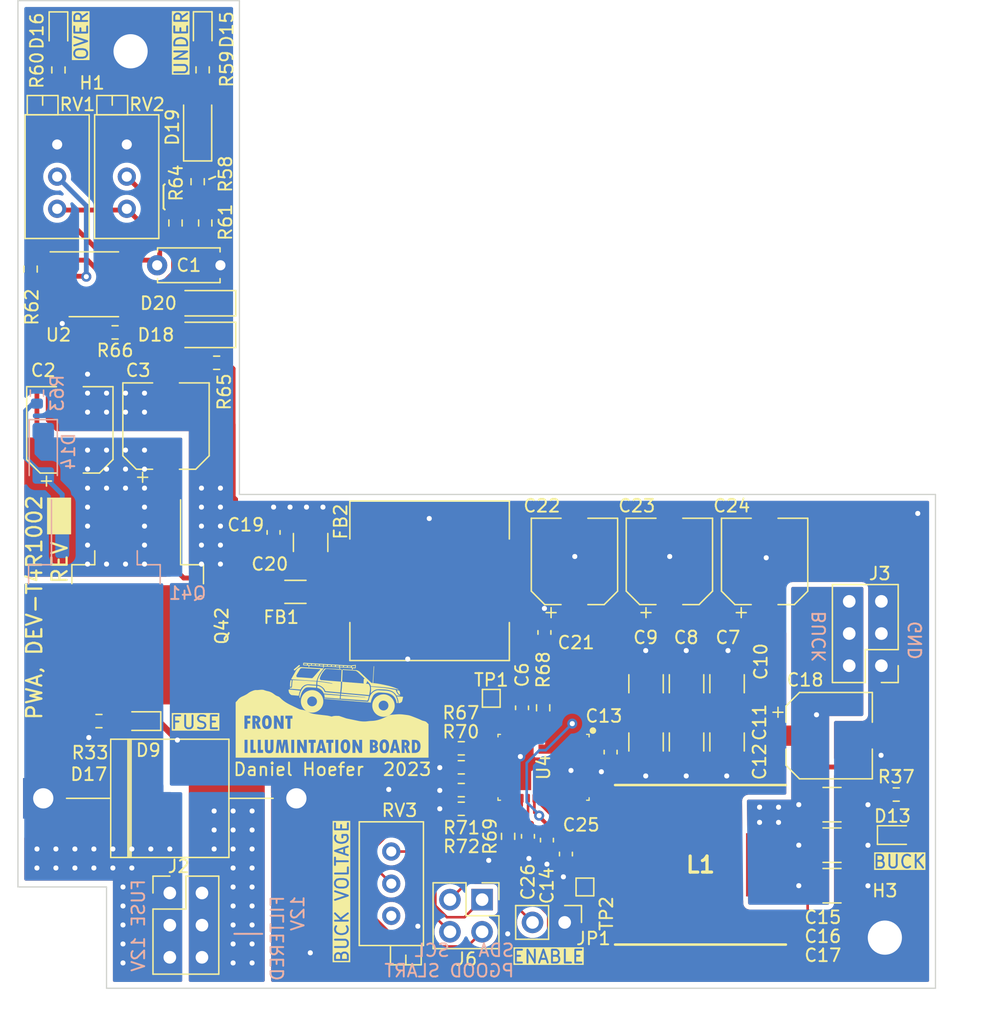
<source format=kicad_pcb>
(kicad_pcb (version 20221018) (generator pcbnew)
  (layers (0 "F.Cu" signal) (31 "B.Cu" signal) (34 "B.Paste" user) (35 "F.Paste" user) (36 "B.SilkS" user "B.Silkscreen") (37 "F.SilkS" user "F.Silkscreen") (38 "B.Mask" user) (39 "F.Mask" user) (44 "Edge.Cuts" user))
  (net 0 "")
  (net 1 "Net-(C20-Pad1)")
  (net 5 "Net-(U4-GH)")
  (net 6 "Net-(U4-GL)")
  (net 8 "SDA~")
  (net 9 "SCL~")
  (net 10 "SALRT~")
  (net 11 "PGOOD~")
  (net 12 "Net-(U4-VSET)")
  (net 13 "Net-(U4-RT{slash}SYNC)")
  (net 14 "Net-(U4-PVCC)")
  (net 15 "Net-(U4-PH)")
  (net 16 "Net-(U4-BOOT)")
  (net 17 "Net-(U4-ADDR)")
  (net 18 "Net-(U2B-+)")
  (net 19 "Net-(U2A--)")
  (net 20 "Net-(U2A-+)")
  (net 21 "Net-(R72-Pad2)")
  (net 22 "Net-(R64-Pad1)")
  (net 23 "Net-(D9-A)")
  (net 24 "Net-(D19-K)")
  (net 25 "Net-(D18-K)")
  (net 26 "Net-(D16-K)")
  (net 27 "Net-(D16-A)")
  (net 28 "Net-(D15-K)")
  (net 29 "Net-(D15-A)")
  (net 30 "Net-(D14-A)")
  (net 31 "Net-(D13-A)")
  (net 32 "Net-(C6-Pad2)")
  (net 33 "/POWER/VIN")
  (net 34 "/POWER/VDD")
  (net 35 "/POWER/SW")
  (net 36 "Net-(JP1-B)")
  (net 37 "Net-(D14-K)")
  (net 38 "GND~")
  (net 39 "BUCK~")
  (net 40 "FIL12V~")
  (net 41 "FUS12V~")
  (footprint "Capacitor_SMD:C_0603_1608Metric" (layer "F.Cu") (at 177.774 95.806 90)
    (fp_text reference "C19")
    (fp_text value "2.2uF 50V")
  )
  (footprint "Capacitor_SMD:C_0603_1608Metric" (layer "F.Cu") (at 200.874 121.206 -90)
    (fp_text reference "C25")
    (fp_text value "4.7u")
  )
  (footprint "Capacitor_SMD:C_1210_3225Metric" (layer "F.Cu") (at 221.899 123.706)
    (fp_text reference "C17")
    (fp_text value "22uF 25V")
  )
  (footprint "FIC Board-footprints:Male_2x2_Conn" (layer "F.Cu") (at 194.249 124.806 -90)
    (fp_text reference "J6")
    (fp_text value "Conn_02x02_Odd_Even")
  )
  (footprint "FIC Board-footprints:INDPM135126X650N" (layer "F.Cu") (at 211.505577 122.056)
    (fp_text reference "L1")
    (fp_text value "SRP1265C-1R0M" hide)
  )
  (footprint "Capacitor_SMD:CP_Elec_6.3x5.9" (layer "F.Cu") (at 201.548 98.096 90)
    (fp_text reference "C22")
    (fp_text value "47uF 50V")
  )
  (footprint "Potentiometer_THT:Potentiometer_Bourns_3296X_Horizontal" (layer "F.Cu") (at 160.674 70.246 -90)
    (fp_text reference "RV1")
    (fp_text value "10k")
  )
  (footprint "Capacitor_SMD:C_1210_3225Metric" (layer "F.Cu") (at 210.405577 107.756 90)
    (fp_text reference "C8")
    (fp_text value "22uF 25V")
  )
  (footprint "FIC Board-footprints:SiC45X" (layer "F.Cu") (at 199.105577 114.356 -90)
    (fp_text reference "U4")
    (fp_text value "SIC453ED-T1-GE3")
  )
  (footprint "FIC Board-footprints:Wurth 742792903 L_12x12mm_H8mm" (layer "F.Cu") (at 190.1 99.5)
    (fp_text reference "FB2")
    (fp_text value "74279221100")
  )
  (footprint "Resistor_SMD:R_0603_1608Metric" (layer "F.Cu") (at 172.166774 59.271137 90)
    (fp_text reference "R59")
    (fp_text value "5.11KΩ")
  )
  (footprint "MountingHole:MountingHole_2.7mm_M2.5_Pad_TopBottom" (layer "F.Cu") (at 166.474 57.806)
    (fp_text reference "H1")
    (fp_text value "MountingHole_Pad")
  )
  (footprint "Capacitor_SMD:C_1210_3225Metric" (layer "F.Cu") (at 213.605577 107.756 90)
    (fp_text reference "C7")
    (fp_text value "22uF 25V")
  )
  (footprint "Capacitor_SMD:CP_Elec_6.3x5.9" (layer "F.Cu") (at 221.674 111.856)
    (fp_text reference "C18")
    (fp_text value "47uF 50V")
  )
  (footprint "Resistor_SMD:R_0603_1608Metric" (layer "F.Cu") (at 199.074 109.656 -90)
    (fp_text reference "R68")
    (fp_text value "2.2Ω")
  )
  (footprint "Resistor_SMD:R_0603_1608Metric" (layer "F.Cu") (at 196.305577 119.806 -90)
    (fp_text reference "R69")
    (fp_text value "10KΩ 0603")
  )
  (footprint "Capacitor_THT:C_Disc_D4.7mm_W2.5mm_P5.00mm" (layer "F.Cu") (at 168.574 74.706)
    (fp_text reference "C1")
    (fp_text value "0.1u 50V")
  )
  (footprint "Diode_THT:D_P600_R-6_P20.00mm_Horizontal" (layer "F.Cu") (at 159.574 116.806)
    (fp_text reference "D17")
    (fp_text value "5KP16A")
  )
  (footprint "Capacitor_SMD:C_0603_1608Metric" (layer "F.Cu") (at 199.174 103.706 90)
    (fp_text reference "C21")
    (fp_text value "2.2uF 50V")
  )
  (footprint "Resistor_SMD:R_0603_1608Metric" (layer "F.Cu") (at 226.974 116.506)
    (fp_text reference "R37")
    (fp_text value "10KΩ 0603")
  )
  (footprint "Resistor_SMD:R_0603_1608Metric" (layer "F.Cu") (at 173.274 82.406 180)
    (fp_text reference "R65")
    (fp_text value "100KΩ 0603")
  )
  (footprint "LED_SMD:LED_0603_1608Metric" (layer "F.Cu") (at 160.774 56.181 -90)
    (fp_text reference "D16")
    (fp_text value "~")
  )
  (footprint "Capacitor_SMD:C_1210_3225Metric" (layer "F.Cu") (at 213.605577 112.356 -90)
    (fp_text reference "C10")
    (fp_text value "22uF 25V")
  )
  (footprint "FIC Board-footprints:MaleHeader_1x2_conn" (layer "F.Cu") (at 200.774 126.606 -90)
    (fp_text reference "JP1")
    (fp_text value "Jumper_2_Bridged")
  )
  (footprint "Resistor_SMD:R_0603_1608Metric" (layer "F.Cu") (at 160.774 59.281 90)
    (fp_text reference "R60")
    (fp_text value "5.11KΩ")
  )
  (footprint "Diode_SMD:D_MiniMELF" (layer "F.Cu") (at 171.774 63.806 90)
    (fp_text reference "D19")
    (fp_text value "2.4V Zener SOD-80")
  )
  (footprint "Resistor_SMD:R_0603_1608Metric" (layer "F.Cu") (at 192.605577 116.156 180)
    (fp_text reference "R71")
    (fp_text value "8.87KΩ")
  )
  (footprint "Resistor_SMD:R_0603_1608Metric" (layer "F.Cu") (at 192.605577 112.856)
    (fp_text reference "R67")
    (fp_text value "10KΩ 0603")
  )
  (footprint "Capacitor_SMD:C_0603_1608Metric" (layer "F.Cu") (at 199.374 120.106 -90)
    (fp_text reference "C14")
    (fp_text value "2.2uF 50V")
  )
  (footprint "Capacitor_SMD:CP_Elec_6.3x5.9" (layer "F.Cu") (at 216.574 98.096 90)
    (fp_text reference "C24")
    (fp_text value "47uF 50V")
  )
  (footprint "Resistor_SMD:R_0603_1608Metric" (layer "F.Cu") (at 192.605577 114.356 180)
    (fp_text reference "R70")
    (fp_text value "8.87KΩ")
  )
  (footprint "Resistor_SMD:R_0603_1608Metric" (layer "F.Cu") (at 192.605577 117.631)
    (fp_text reference "R72")
    (fp_text value "1KΩ 0603")
  )
  (footprint "LED_SMD:LED_0603_1608Metric" (layer "F.Cu") (at 167.374 110.706 180)
    (fp_text reference "D9")
    (fp_text value "2.0V 20mA RED 0603")
  )
  (footprint "Diode_SMD:D_SOD-123" (layer "F.Cu") (at 172.424 77.706 180)
    (fp_text reference "D20")
    (fp_text value "1N4148W-13-F")
  )
  (footprint "Capacitor_SMD:CP_Elec_6.3x5.9" (layer "F.Cu") (at 161.674 87.706 90)
    (fp_text reference "C2")
    (fp_text value "47uF 50V")
  )
  (footprint "Capacitor_SMD:C_0603_1608Metric" (layer "F.Cu") (at 197.405577 109.656 90)
    (fp_text reference "C6")
    (fp_text value "0.1uF")
  )
  (footprint "Resistor_SMD:R_0603_1608Metric" (layer "F.Cu") (at 163.974 110.706)
    (fp_text reference "R33")
    (fp_text value "10KΩ 0603")
  )
  (footprint "Potentiometer_THT:Potentiometer_Bourns_3296X_Horizontal" (layer "F.Cu") (at 166.174 70.246 -90)
    (fp_text reference "RV2")
    (fp_text value "10k")
  )
  (footprint "Capacitor_SMD:CP_Elec_6.3x5.9" (layer "F.Cu") (at 169.274 87.406 90)
    (fp_text reference "C3")
    (fp_text value "47uF 50V")
  )
  (footprint "Capacitor_SMD:CP_Elec_6.3x5.9" (layer "F.Cu") (at 209.048 98.096 90)
    (fp_text reference "C23")
    (fp_text value "47uF 50V")
  )
  (footprint "Resistor_SMD:R_0603_1608Metric" (layer "F.Cu") (at 158.574 75.006 90)
    (fp_text reference "R62")
    (fp_text value "10K")
  )
  (footprint "Capacitor_SMD:C_1210_3225Metric" (layer "F.Cu") (at 221.899 117.306)
    (fp_text reference "C15")
    (fp_text value "22uF 25V")
  )
  (footprint "MountingHole:MountingHole_2.7mm_M2.5_Pad_TopBottom" (layer "F.Cu") (at 226.074 127.806)
    (fp_text reference "H3")
    (fp_text value "MountingHole_Pad")
  )
  (footprint "Resistor_SMD:R_0603_1608Metric" (layer "F.Cu") (at 165.249 80.006 180)
    (fp_text reference "R66")
    (fp_text value "100KΩ 0603")
  )
  (footprint "Resistor_SMD:R_0603_1608Metric" (layer "F.Cu") (at 171.774 68.106 90)
    (fp_text reference "R58")
    (fp_text value "10KΩ 0603")
  )
  (footprint "Potentiometer_THT:Potentiometer_Bourns_3296X_Horizontal" (layer "F.Cu") (at 187.074 121.006 90)
    (fp_text reference "RV3")
    (fp_text value "10k")
  )
  (footprint "Capacitor_SMD:C_0603_1608Metric" (layer "F.Cu") (at 204.405577 113.156 -90)
    (fp_text reference "C13")
    (fp_text value "2.2uF 50V")
  )
  (footprint "FIC Board-footprints:Male_3x2_Conn" (layer "F.Cu") (at 169.574 124.281)
    (fp_text reference "J2")
    (fp_text value "Conn_02x03_Odd_Even")
  )
  (footprint "Resistor_SMD:R_0603_1608Metric" (layer "F.Cu") (at 170.024 71.366 -90)
    (fp_text reference "R64")
    (fp_text value "1KΩ 0603")
  )
  (footprint "Capacitor_SMD:C_1210_3225Metric" (layer "F.Cu") (at 180.7 96.6 90)
    (fp_text reference "C20")
    (fp_text value "22uF 25V")
  )
  (footprint "Capacitor_SMD:C_1210_3225Metric" (layer "F.Cu") (at 207.205577 112.356 -90)
    (fp_text reference "C12")
    (fp_text value "22uF 25V")
  )
  (footprint "FIC Board-footprints:Male_3x2_Conn" (layer "F.Cu") (at 225.799 106.331 180)
    (fp_text reference "J3")
    (fp_text value "Conn_02x03_Odd_Even")
  )
  (footprint "LED_SMD:LED_0603_1608Metric" (layer "F.Cu") (at 226.974 119.706)
    (fp_text reference "D13")
    (fp_text value "2.0V 20mA RED 0603")
  )
  (footprint "Capacitor_SMD:C_1210_3225Metric" (layer "F.Cu") (at 207.205577 107.756 90)
    (fp_text reference "C9")
    (fp_text value "22uF 25V")
  )
  (footprint "Inductor_SMD:L_1206_3216Metric_Pad1.22x1.90mm_HandSolder" (layer "F.Cu") (at 179.5 100.5)
    (fp_text reference "FB1")
    (fp_text value "74279221100")
  )
  (footprint "Package_SO:SOIC-8_3.9x4.9mm_P1.27mm" (layer "F.Cu") (at 163.574 76.206)
    (fp_text reference "U2")
    (fp_text value "LM393DR")
  )
  (footprint "TestPoint:TestPoint_Pad_1.0x1.0mm" (layer "F.Cu") (at 202.374 123.806)
    (fp_text reference "TP2")
    (fp_text value "TestPoint")
  )
  (footprint "Capacitor_SMD:C_1210_3225Metric" (layer "F.Cu") (at 210.405577 112.356 -90)
    (fp_text reference "C11")
    (fp_text value "22uF 25V")
  )
  (footprint "Diode_SMD:D_SOD-123" (layer "F.Cu") (at 172.424 80.206 180)
    (fp_text reference "D18")
    (fp_text value "1N4148W-13-F")
  )
  (footprint "TestPoint:TestPoint_Pad_1.0x1.0mm" (layer "F.Cu") (at 194.974 108.906)
    (fp_text reference "TP1")
    (fp_text value "TestPoint")
  )
  (footprint "LED_SMD:LED_0603_1608Metric" (layer "F.Cu") (at 172.174 56.171137 -90)
    (fp_text reference "D15")
    (fp_text value "~")
  )
  (footprint "Resistor_SMD:R_0603_1608Metric" (layer "F.Cu") (at 172.374 71.366 -90)
    (fp_text reference "R61")
    (fp_text value "1KΩ 0603")
  )
  (footprint "Package_TO_SOT_SMD:TO-263-2" (layer "F.Cu") (at 167.034 103.181 -90)
    (fp_text reference "Q42")
    (fp_text value "IRF4905")
  )
  (footprint "Capacitor_SMD:C_1210_3225Metric" (layer "F.Cu") (at 221.899 120.506)
    (fp_text reference "C16")
    (fp_text value "22uF 25V")
  )
  (footprint "Capacitor_SMD:C_0603_1608Metric" (layer "F.Cu") (at 197.874 119.806 -90)
    (fp_text reference "C26")
    (fp_text value "1uF 25V")
  )
  (footprint "Diode_SMD:D_MiniMELF" (layer "B.Cu") (at 159.574 89.556 -90)
    (fp_text reference "D14")
    (fp_text value "10V Zener SOD-80")
  )
  (footprint "Resistor_SMD:R_0603_1608Metric" (layer "B.Cu") (at 159.074 84.806 90)
    (fp_text reference "R63")
    (fp_text value "10KΩ 0603")
  )
  (footprint "Package_TO_SOT_SMD:TO-263-2" (layer "B.Cu") (at 163.614 103.181 -90)
    (fp_text reference "Q41")
    (fp_text value "IRF4905")
  )
  (gr_line (start 174.674 127.506) (end 176.874 127.506) (stroke (width 0.15)) (layer "B.SilkS"))
  (gr_poly (pts (xy 186.0497 108.264366) (xy 186.073575 108.265436) (xy 186.136579 108.268785) (xy 186.417037 108.282675) (xy 186.554042 108.290365) (xy 186.61935 108.295046) (xy 186.681621 108.300534) (xy 186.697491 108.30178) (xy 186.715314 108.303552) (xy 186.73506 108.305883) (xy 186.756697 108.308803) (xy 186.780194 108.312342) (xy 186.805521 108.316533) (xy 186.832646 108.321407) (xy 186.861538 108.326993) (xy 186.910858 108.338734) (xy 186.935534 108.344852) (xy 186.960426 108.351467) (xy 186.985691 108.358825) (xy 187.011482 108.367176) (xy 187.037956 108.376768) (xy 187.051497 108.382106) (xy 187.065267 108.387847) (xy 187.089839 108.398714) (xy 187.11748 108.411783) (xy 187.132249 108.419289) (xy 187.147541 108.427519) (xy 187.163274 108.436532) (xy 187.179368 108.446386) (xy 187.195741 108.457139) (xy 187.212312 108.46885) (xy 187.228999 108.481576) (xy 187.245721 108.495375) (xy 187.262396 108.510306) (xy 187.278944 108.526428) (xy 187.295282 108.543797) (xy 187.31133 108.562472) (xy 187.331117 108.586383) (xy 187.350563 108.610386) (xy 187.369326 108.634328) (xy 187.387067 108.658053) (xy 187.395447 108.669785) (xy 187.403443 108.681405) (xy 187.411013 108.692893) (xy 187.418114 108.704231) (xy 187.424704 108.715397) (xy 187.430739 108.726374) (xy 187.436177 108.737141) (xy 187.440976 108.74768) (xy 187.46359 108.799315) (xy 187.475253 108.826699) (xy 187.486948 108.855167) (xy 187.498518 108.884752) (xy 187.509809 108.915484) (xy 187.520666 108.947394) (xy 187.530934 108.980514) (xy 187.536226 108.996389) (xy 187.547404 109.035689) (xy 187.557186 109.074151) (xy 187.565666 109.111684) (xy 187.572937 109.148193) (xy 187.579092 109.183586) (xy 187.584223 109.21777) (xy 187.588424 109.250652) (xy 187.591788 109.282139) (xy 187.485954 109.276847) (xy 187.485484 109.265948) (xy 187.484177 109.25167) (xy 187.482187 109.234849) (xy 187.479671 109.216323) (xy 187.473676 109.177504) (xy 187.467434 109.141909) (xy 187.460695 109.11202) (xy 187.456411 109.095354) (xy 187.451228 109.077417) (xy 187.444929 109.058116) (xy 187.437296 109.037358) (xy 187.432912 109.026403) (xy 187.428113 109.015049) (xy 187.422872 109.003284) (xy 187.417163 108.991097) (xy 187.386405 108.93355) (xy 187.377398 108.917303) (xy 187.367678 108.900312) (xy 187.357152 108.882576) (xy 187.345726 108.864097) (xy 187.337789 108.850868) (xy 187.326401 108.833317) (xy 187.314587 108.816378) (xy 187.302388 108.800043) (xy 187.289843 108.784303) (xy 187.276992 108.769151) (xy 187.263875 108.754577) (xy 187.25053 108.740574) (xy 187.236999 108.727134) (xy 187.209534 108.701907) (xy 187.181798 108.678832) (xy 187.154109 108.657841) (xy 187.126783 108.63887) (xy 187.10014 108.621853) (xy 187.074497 108.606722) (xy 187.050172 108.593414) (xy 187.027482 108.581861) (xy 187.006745 108.571998) (xy 186.98828 108.563759) (xy 186.959435 108.551888) (xy 186.936776 108.543325) (xy 186.914465 108.535471) (xy 186.892543 108.528291) (xy 186.871047 108.521751) (xy 186.850016 108.515815) (xy 186.829488 108.510449) (xy 186.809504 108.505618) (xy 186.790101 108.501287) (xy 186.753193 108.493985) (xy 186.719076 108.488264) (xy 186.68806 108.483846) (xy 186.660455 108.480451) (xy 186.591984 108.473004) (xy 186.52345 108.466519) (xy 186.454793 108.460964) (xy 186.385949 108.456308) (xy 186.316858 108.45252) (xy 186.247456 108.449569) (xy 186.177683 108.447424) (xy 186.107475 108.446055) (xy 186.097006 108.446276) (xy 186.085487 108.446954) (xy 186.059561 108.449776) (xy 186.045286 108.451965) (xy 186.030224 108.454706) (xy 186.014442 108.458019) (xy 185.998004 108.46193) (xy 185.980977 108.466461) (xy 185.963427 108.471635) (xy 185.94542 108.477476) (xy 185.927021 108.484006) (xy 185.908297 108.49125) (xy 185.889313 108.49923) (xy 185.870135 108.50797) (xy 185.850829 108.517493) (xy 185.836753 108.52502) (xy 185.823296 108.532691) (xy 185.81046 108.540462) (xy 185.798243 108.548292) (xy 185.786647 108.556137) (xy 185.775671 108.563955) (xy 185.765315 108.571703) (xy 185.755579 108.579339) (xy 185.746464 108.58682) (xy 185.737968 108.594103) (xy 185.730093 108.601146) (xy 185.722837 108.607906) (xy 185.716202 108.61434) (xy 185.710187 108.620406) (xy 185.700017 108.631264) (xy 185.688581 108.644942) (xy 185.677982 108.658342) (xy 185.668065 108.67168) (xy 185.658676 108.685173) (xy 185.649658 108.699037) (xy 185.640858 108.713491) (xy 185.63212 108.728751) (xy 185.623288 108.745034) (xy 185.612911 108.763927) (xy 185.607429 108.774195) (xy 185.601791 108.785053) (xy 185.596029 108.79653) (xy 185.590174 108.808658) (xy 185.584257 108.821469) (xy 185.578309 108.834993) (xy 185.568199 108.857032) (xy 185.558698 108.878473) (xy 185.541474 108.919412) (xy 185.526545 108.957497) (xy 185.513817 108.99242) (xy 185.503198 109.02387) (xy 185.494593 109.051538) (xy 185.487912 109.075113) (xy 185.483059 109.094285) (xy 185.477354 109.116722) (xy 185.472145 109.138354) (xy 185.467432 109.159118) (xy 185.463215 109.178951) (xy 185.459495 109.197793) (xy 185.45627 109.21558) (xy 185.453542 109.23225) (xy 185.451309 109.247743) (xy 181.800059 108.95141) (xy 181.798603 108.951317) (xy 181.797901 108.9512) (xy 181.797217 108.951038) (xy 181.796553 108.950828) (xy 181.795908 108.950572) (xy 181.795286 108.95027) (xy 181.794685 108.949921) (xy 181.794108 108.949526) (xy 181.793555 108.949084) (xy 181.793027 108.948596) (xy 181.792525 108.948061) (xy 181.79205 108.94748) (xy 181.791604 108.946852) (xy 181.791186 108.946177) (xy 181.790799 108.945456) (xy 181.790442 108.944689) (xy 181.790118 108.943875) (xy 181.789569 108.942108) (xy 181.789159 108.940154) (xy 181.788897 108.938015) (xy 181.78879 108.93569) (xy 181.788845 108.933178) (xy 181.789072 108.930481) (xy 181.789476 108.927597) (xy 181.789499 108.926147) (xy 181.789566 108.924773) (xy 181.789676 108.923472) (xy 181.789827 108.922243) (xy 181.790017 108.921084) (xy 181.790243 108.919993) (xy 181.790505 108.918968) (xy 181.790799 108.918006) (xy 181.791124 108.917107) (xy 181.791478 108.916267) (xy 181.79186 108.915486) (xy 181.792266 108.914761) (xy 181.792696 108.91409) (xy 181.793147 108.913471) (xy 181.793618 108.912903) (xy 181.794106 108.912384) (xy 181.79461 108.911911) (xy 181.795127 108.911482) (xy 181.795655 108.911096) (xy 181.796194 108.910751) (xy 181.79674 108.910444) (xy 181.797292 108.910175) (xy 181.797848 108.90994) (xy 181.798405 108.909738) (xy 181.798963 108.909567) (xy 181.799519 108.909425) (xy 181.800617 108.909221) (xy 181.801684 108.90911) (xy 181.802705 108.909076) (xy 185.234351 109.17366) (xy 185.241291 109.16151) (xy 185.2482 109.148896) (xy 185.255047 109.135848) (xy 185.261801 109.122397) (xy 185.268432 109.108573) (xy 185.274907 109.094409) (xy 185.281196 109.079934) (xy 185.287268 109.065181) (xy 185.2933 109.049898) (xy 185.298564 109.035689) (xy 185.303162 109.022387) (xy 185.307194 109.009825) (xy 185.313964 108.986255) (xy 185.319679 108.963647) (xy 185.331172 108.91598) (xy 185.338562 108.888256) (xy 185.34302 108.872838) (xy 185.348122 108.85616) (xy 185.355176 108.834833) (xy 185.362384 108.814529) (xy 185.369655 108.79528) (xy 185.376895 108.777116) (xy 185.384011 108.760068) (xy 185.390909 108.744167) (xy 185.403684 108.715931) (xy 185.409389 108.705389) (xy 185.414598 108.695591) (xy 185.419311 108.686537) (xy 185.423528 108.678228) (xy 185.427248 108.670662) (xy 185.430473 108.663841) (xy 185.433201 108.657763) (xy 185.435433 108.65243) (xy 185.444881 108.637364) (xy 185.454332 108.622933) (xy 185.463729 108.609154) (xy 185.473013 108.596041) (xy 185.482127 108.58361) (xy 185.491012 108.571877) (xy 185.49961 108.560857) (xy 185.507864 108.550566) (xy 185.523103 108.532231) (xy 185.536265 108.516997) (xy 185.554497 108.496326) (xy 185.568812 108.481845) (xy 185.582949 108.468162) (xy 185.596854 108.45527) (xy 185.610472 108.443161) (xy 185.623749 108.431827) (xy 185.63663 108.421261) (xy 185.649062 108.411454) (xy 185.660991 108.402399) (xy 185.672361 108.394088) (xy 185.683118 108.386514) (xy 185.70258 108.373543) (xy 185.718941 108.363425) (xy 185.731767 108.356097) (xy 185.772943 108.333525) (xy 185.797623 108.321029) (xy 185.825032 108.308472) (xy 185.83976 108.302344) (xy 185.85517 108.296411) (xy 185.871262 108.290741) (xy 185.888036 108.285404) (xy 185.905492 108.28047) (xy 185.923631 108.276009) (xy 185.942451 108.272091) (xy 185.961954 108.268785) (xy 185.979007 108.266289) (xy 185.995192 108.264692) (xy 186.011625 108.263901) (xy 186.029423 108.263824)) (fill solid) (layer "F.SilkS"))
  (gr_poly (pts (xy 185.625147 112.380533) (xy 185.634683 112.380896) (xy 185.643948 112.381491) (xy 185.65293 112.382312) (xy 185.661617 112.383349) (xy 185.669999 112.384596) (xy 185.678062 112.386044) (xy 185.685796 112.387686) (xy 185.693189 112.389514) (xy 185.700229 112.39152) (xy 185.706905 112.393697) (xy 185.713205 112.396037) (xy 185.719118 112.398532) (xy 185.724631 112.401174) (xy 185.729733 112.403955) (xy 185.734413 112.406868) (xy 185.738753 112.41) (xy 185.742842 112.413441) (xy 185.746674 112.417193) (xy 185.750247 112.421255) (xy 185.753556 112.425627) (xy 185.756598 112.430309) (xy 185.759368 112.435301) (xy 185.761864 112.440602) (xy 185.76408 112.446215) (xy 185.766013 112.452137) (xy 185.76766 112.458369) (xy 185.769016 112.464911) (xy 185.770077 112.471763) (xy 185.77084 112.478926) (xy 185.7713 112.486398) (xy 185.771455 112.49418) (xy 185.7713 112.500769) (xy 185.770835 112.507142) (xy 185.770062 112.5133) (xy 185.76898 112.519243) (xy 185.767589 112.524974) (xy 185.765891 112.530492) (xy 185.763886 112.535799) (xy 185.761574 112.540896) (xy 185.758956 112.545783) (xy 185.756033 112.550463) (xy 185.752804 112.554934) (xy 185.74927 112.5592) (xy 185.745432 112.56326) (xy 185.741291 112.567115) (xy 185.736846 112.570767) (xy 185.732098 112.574217) (xy 185.727048 112.577465) (xy 185.721696 112.580512) (xy 185.710089 112.58601) (xy 185.69728 112.590716) (xy 185.683274 112.59464) (xy 185.668074 112.597788) (xy 185.651684 112.600169) (xy 185.634109 112.60179) (xy 185.615351 112.60266) (xy 185.615351 112.38041)) (fill solid) (layer "F.SilkS"))
  (gr_poly (pts (xy 183.02508 108.689472) (xy 183.006558 108.938181) (xy 181.802705 108.845577) (xy 181.803573 108.838275) (xy 181.804193 108.830322) (xy 181.804565 108.821811) (xy 181.804689 108.812834) (xy 181.804565 108.803486) (xy 181.804193 108.793859) (xy 181.803573 108.784045) (xy 181.802705 108.774139) (xy 181.802585 108.765367) (xy 181.802245 108.75692) (xy 181.801711 108.748815) (xy 181.80101 108.741066) (xy 181.80017 108.733689) (xy 181.799217 108.7267) (xy 181.798179 108.720114) (xy 181.797083 108.713946) (xy 181.795955 108.708213) (xy 181.794824 108.702929) (xy 181.792659 108.693772) (xy 181.789476 108.681535) (xy 181.785342 108.662725) (xy 181.782965 108.652653) (xy 181.780215 108.642178) (xy 181.77697 108.631331) (xy 181.775123 108.625778) (xy 181.773105 108.620143) (xy 181.770901 108.614431) (xy 181.768495 108.608645) (xy 181.765873 108.60279) (xy 181.763018 108.596868)) (fill solid) (layer "F.SilkS"))
  (gr_poly (pts (xy 186.533919 112.389526) (xy 186.541693 112.391) (xy 186.549201 112.393065) (xy 186.556443 112.395721) (xy 186.56342 112.398968) (xy 186.57013 112.402808) (xy 186.576574 112.40724) (xy 186.58275 112.412265) (xy 186.588658 112.417883) (xy 186.599668 112.430903) (xy 186.609601 112.446301) (xy 186.618452 112.464084) (xy 186.626218 112.484254) (xy 186.632896 112.506815) (xy 186.63848 112.531772) (xy 186.642967 112.559127) (xy 186.646354 112.588886) (xy 186.648636 112.621051) (xy 186.64981 112.655627) (xy 186.649871 112.692617) (xy 186.649746 112.715468) (xy 186.64937 112.737385) (xy 186.648737 112.758363) (xy 186.647845 112.7784) (xy 186.64669 112.797491) (xy 186.645267 112.815633) (xy 186.643572 112.832821) (xy 186.641603 112.849052) (xy 186.639354 112.864322) (xy 186.636823 112.878627) (xy 186.634004 112.891962) (xy 186.630895 112.904325) (xy 186.627492 112.915712) (xy 186.62379 112.926117) (xy 186.619785 112.935538) (xy 186.615475 112.943971) (xy 186.610916 112.951661) (xy 186.606163 112.958854) (xy 186.601208 112.965552) (xy 186.596044 112.971753) (xy 186.590664 112.977458) (xy 186.585058 112.982667) (xy 186.57922 112.98738) (xy 186.573141 112.991596) (xy 186.566815 112.995317) (xy 186.560233 112.998542) (xy 186.553387 113.00127) (xy 186.54627 113.003503) (xy 186.538874 113.005239) (xy 186.531191 113.006479) (xy 186.523213 113.007223) (xy 186.514934 113.007471) (xy 186.507586 113.007223) (xy 186.503983 113.006913) (xy 186.500428 113.006479) (xy 186.496922 113.005921) (xy 186.493464 113.005239) (xy 186.490056 113.004433) (xy 186.486698 113.003503) (xy 186.48339 113.002448) (xy 186.480133 113.00127) (xy 186.476927 112.999968) (xy 186.473773 112.998542) (xy 186.470672 112.996991) (xy 186.467623 112.995317) (xy 186.464628 112.993519) (xy 186.461686 112.991596) (xy 186.458799 112.98955) (xy 186.455966 112.98738) (xy 186.453189 112.985085) (xy 186.450467 112.982667) (xy 186.447802 112.980124) (xy 186.445193 112.977458) (xy 186.440148 112.971753) (xy 186.435335 112.965552) (xy 186.430758 112.958854) (xy 186.426422 112.951661) (xy 186.42233 112.943971) (xy 186.418485 112.935508) (xy 186.414888 112.925998) (xy 186.41154 112.91545) (xy 186.408439 112.903871) (xy 186.405587 112.891268) (xy 186.402982 112.87765) (xy 186.398517 112.847399) (xy 186.395045 112.813178) (xy 186.392564 112.775052) (xy 186.391076 112.73308) (xy 186.39058 112.687326) (xy 186.390704 112.669009) (xy 186.391076 112.651267) (xy 186.391696 112.634099) (xy 186.392565 112.617506) (xy 186.393681 112.601488) (xy 186.395045 112.586047) (xy 186.396657 112.571182) (xy 186.398518 112.556895) (xy 186.400626 112.543184) (xy 186.402982 112.530052) (xy 186.405587 112.517498) (xy 186.408439 112.505523) (xy 186.41154 112.494128) (xy 186.414889 112.483312) (xy 186.418485 112.473077) (xy 186.42233 112.463422) (xy 186.426423 112.454349) (xy 186.430763 112.445858) (xy 186.435352 112.437949) (xy 186.440189 112.430623) (xy 186.445274 112.423881) (xy 186.450607 112.417722) (xy 186.456188 112.412147) (xy 186.462017 112.407157) (xy 186.468094 112.402752) (xy 186.47442 112.398933) (xy 186.480993 112.395701) (xy 186.487814 112.393055) (xy 186.494884 112.390996) (xy 186.502201 112.389524) (xy 186.509767 112.388641) (xy 186.51758 112.388347)) (fill solid) (layer "F.SilkS"))
  (gr_poly (pts (xy 179.799809 106.271512) (xy 179.801421 106.271609) (xy 179.80303 106.271776) (xy 179.804633 106.272014) (xy 179.806227 106.272323) (xy 179.80781 106.272704) (xy 179.809378 106.273157) (xy 179.810929 106.273682) (xy 179.81246 106.274281) (xy 179.813967 106.274954) (xy 179.815448 106.275701) (xy 179.8169 106.276522) (xy 179.81832 106.277418) (xy 179.819705 106.27839) (xy 179.821052 106.279438) (xy 179.822359 106.280563) (xy 179.823622 106.281764) (xy 179.852726 106.31616) (xy 179.85392 106.317423) (xy 179.855022 106.31873) (xy 179.856032 106.320077) (xy 179.856953 106.321462) (xy 179.857785 106.322882) (xy 179.858528 106.324334) (xy 179.859184 106.325815) (xy 179.859754 106.327322) (xy 179.860238 106.328853) (xy 179.860639 106.330403) (xy 179.860956 106.331972) (xy 179.86119 106.333554) (xy 179.861344 106.335149) (xy 179.861417 106.336752) (xy 179.86141 106.338361) (xy 179.861325 106.339972) (xy 179.861162 106.341584) (xy 179.860923 106.343193) (xy 179.860608 106.344796) (xy 179.860219 106.346391) (xy 179.859756 106.347973) (xy 179.85922 106.349542) (xy 179.858613 106.351092) (xy 179.857935 106.352623) (xy 179.857187 106.35413) (xy 179.85637 106.355611) (xy 179.855486 106.357063) (xy 179.854535 106.358483) (xy 179.853517 106.359868) (xy 179.852435 106.361215) (xy 179.851289 106.362522) (xy 179.85008 106.363785) (xy 179.453205 106.702452) (xy 179.451942 106.703413) (xy 179.450636 106.704311) (xy 179.449288 106.705147) (xy 179.447903 106.705919) (xy 179.446483 106.706627) (xy 179.445031 106.707271) (xy 179.44355 106.70785) (xy 179.442043 106.708363) (xy 179.440513 106.708811) (xy 179.438962 106.709192) (xy 179.437394 106.709507) (xy 179.435811 106.709754) (xy 179.434217 106.709933) (xy 179.432614 106.710044) (xy 179.431005 106.710086) (xy 179.429393 106.710058) (xy 179.427781 106.709961) (xy 179.426172 106.709794) (xy 179.424569 106.709556) (xy 179.422975 106.709247) (xy 179.421392 106.708866) (xy 179.419824 106.708413) (xy 179.418273 106.707887) (xy 179.416742 106.707289) (xy 179.415235 106.706616) (xy 179.413754 106.705869) (xy 179.412302 106.705048) (xy 179.410882 106.704152) (xy 179.409497 106.70318) (xy 179.40815 106.702132) (xy 179.406843 106.701007) (xy 179.40558 106.699806) (xy 179.376476 106.66541) (xy 179.375515 106.664147) (xy 179.374616 106.66284) (xy 179.37378 106.661493) (xy 179.373008 106.660108) (xy 179.3723 106.658688) (xy 179.371656 106.657236) (xy 179.371077 106.655755) (xy 179.370564 106.654248) (xy 179.370116 106.652717) (xy 179.369735 106.651167) (xy 179.369421 106.649598) (xy 179.369174 106.648016) (xy 179.368995 106.646421) (xy 179.368884 106.644818) (xy 179.368842 106.643209) (xy 179.368869 106.641597) (xy 179.368966 106.639986) (xy 179.369133 106.638377) (xy 179.369371 106.636774) (xy 179.36968 106.635179) (xy 179.370061 106.633596) (xy 179.370514 106.632028) (xy 179.37104 106.630477) (xy 179.371639 106.628947) (xy 179.372311 106.62744) (xy 179.373058 106.625959) (xy 179.373879 106.624507) (xy 179.374776 106.623087) (xy 179.375748 106.621702) (xy 179.376796 106.620355) (xy 179.37792 106.619048) (xy 179.379122 106.617785) (xy 179.775997 106.279118) (xy 179.77726 106.278157) (xy 179.778566 106.277259) (xy 179.779914 106.276423) (xy 179.781299 106.275651) (xy 179.782719 106.274943) (xy 179.78417 106.274299) (xy 179.785651 106.27372) (xy 179.787159 106.273207) (xy 179.788689 106.272759) (xy 179.79024 106.272378) (xy 179.791808 106.272063) (xy 179.793391 106.271816) (xy 179.794985 106.271637) (xy 179.796588 106.271526) (xy 179.798197 106.271484)) (fill solid) (layer "F.SilkS"))
  (gr_poly (pts (xy 176.872221 108.231136) (xy 176.91136 108.233707) (xy 176.951452 108.238231) (xy 176.99258 108.244972) (xy 177.025363 108.258082) (xy 177.061867 108.271472) (xy 177.101596 108.284923) (xy 177.144053 108.298219) (xy 177.188743 108.311144) (xy 177.235169 108.323479) (xy 177.282836 108.335008) (xy 177.331246 108.345514) (xy 177.364582 108.352949) (xy 177.397139 108.361342) (xy 177.428944 108.370658) (xy 177.460024 108.380861) (xy 177.490406 108.391916) (xy 177.520118 108.40379) (xy 177.549187 108.416446) (xy 177.577639 108.42985) (xy 177.605503 108.443967) (xy 177.632804 108.458763) (xy 177.65957 108.474202) (xy 177.685829 108.490249) (xy 177.711607 108.50687) (xy 177.736932 108.52403) (xy 177.76183 108.541694) (xy 177.78633 108.559826) (xy 177.822989 108.587427) (xy 177.859834 108.614438) (xy 177.8973 108.640519) (xy 177.9164 108.653104) (xy 177.935819 108.665329) (xy 177.95561 108.677151) (xy 177.975827 108.688527) (xy 177.996525 108.699414) (xy 178.017757 108.709771) (xy 178.039579 108.719554) (xy 178.062044 108.72872) (xy 178.085207 108.737228) (xy 178.109121 108.745035) (xy 178.126149 108.750826) (xy 178.142525 108.757256) (xy 178.158281 108.764284) (xy 178.173448 108.771865) (xy 178.188057 108.779958) (xy 178.202139 108.788521) (xy 178.215725 108.797509) (xy 178.228845 108.806881) (xy 178.241532 108.816594) (xy 178.253815 108.826606) (xy 178.265727 108.836873) (xy 178.277297 108.847354) (xy 178.288557 108.858005) (xy 178.299539 108.868784) (xy 178.320788 108.890556) (xy 178.362579 108.932111) (xy 178.405584 108.972468) (xy 178.449774 109.01167) (xy 178.495124 109.04976) (xy 178.541605 109.086781) (xy 178.58919 109.122774) (xy 178.637853 109.157783) (xy 178.687567 109.19185) (xy 178.738303 109.225018) (xy 178.790036 109.257329) (xy 178.896381 109.319553) (xy 179.006384 109.378862) (xy 179.11983 109.435597) (xy 179.448244 109.592694) (xy 179.612823 109.671118) (xy 179.778642 109.747806) (xy 179.803705 109.758234) (xy 179.829326 109.767732) (xy 179.855568 109.776362) (xy 179.882491 109.784186) (xy 179.910159 109.791266) (xy 179.938632 109.797663) (xy 179.967974 109.80344) (xy 179.998246 109.80866) (xy 180.068392 109.819631) (xy 180.137731 109.832927) (xy 180.172002 109.840554) (xy 180.205954 109.84889) (xy 180.23955 109.857978) (xy 180.272751 109.86786) (xy 180.305518 109.87858) (xy 180.337812 109.890179) (xy 180.369594 109.902701) (xy 180.400826 109.916188) (xy 180.431469 109.930683) (xy 180.461484 109.946227) (xy 180.490832 109.962865) (xy 180.519475 109.980639) (xy 180.552673 110.001118) (xy 180.586743 110.019954) (xy 180.621626 110.03724) (xy 180.657265 110.053069) (xy 180.693602 110.067533) (xy 180.730579 110.080726) (xy 180.768137 110.092741) (xy 180.806218 110.10367) (xy 180.844764 110.113608) (xy 180.883717 110.122646) (xy 180.962611 110.138397) (xy 181.042436 110.151667) (xy 181.122725 110.163201) (xy 181.34696 110.192429) (xy 181.571194 110.218433) (xy 181.795428 110.24394) (xy 182.019663 110.27168) (xy 182.062993 110.27845) (xy 182.105859 110.286646) (xy 182.148539 110.295958) (xy 182.191311 110.306076) (xy 182.278252 110.327491) (xy 182.322978 110.338168) (xy 182.368913 110.34841) (xy 182.403413 110.335171) (xy 182.438412 110.324106) (xy 182.473854 110.315034) (xy 182.509679 110.307771) (xy 182.54583 110.302137) (xy 182.582248 110.297947) (xy 182.618876 110.295022) (xy 182.655655 110.293178) (xy 182.729433 110.292005) (xy 182.803119 110.292971) (xy 182.94835 110.295493) (xy 183.482809 110.478056) (xy 183.509835 110.486515) (xy 183.537296 110.494137) (xy 183.565129 110.501077) (xy 183.593271 110.507491) (xy 183.65024 110.519355) (xy 183.707704 110.530972) (xy 184.501454 110.695014) (xy 184.591986 110.710243) (xy 184.682983 110.722093) (xy 184.774414 110.730407) (xy 184.866248 110.735032) (xy 184.958454 110.735813) (xy 185.004687 110.734713) (xy 185.051002 110.732593) (xy 185.097394 110.729435) (xy 185.143859 110.725219) (xy 185.190394 110.719926) (xy 185.236996 110.713535) (xy 185.280006 110.708166) (xy 185.323605 110.70382) (xy 185.367639 110.70028) (xy 185.411951 110.697329) (xy 185.588892 110.687077) (xy 185.650416 110.682717) (xy 185.710998 110.676628) (xy 185.770689 110.66888) (xy 185.829538 110.659544) (xy 185.887597 110.648688) (xy 185.944916 110.636382) (xy 186.001545 110.622697) (xy 186.057535 110.607702) (xy 186.112935 110.591466) (xy 186.167797 110.57406) (xy 186.276105 110.536016) (xy 186.382864 110.494127) (xy 186.488475 110.448952) (xy 186.530018 110.430839) (xy 186.571282 110.412199) (xy 186.612236 110.393001) (xy 186.652848 110.373215) (xy 186.693089 110.352808) (xy 186.732926 110.331749) (xy 186.772329 110.310009) (xy 186.811267 110.287556) (xy 186.831006 110.276139) (xy 186.851482 110.265676) (xy 186.872624 110.256128) (xy 186.894363 110.247455) (xy 186.916629 110.23962) (xy 186.939352 110.232583) (xy 186.962463 110.226305) (xy 186.985892 110.220749) (xy 187.009569 110.215874) (xy 187.033424 110.211643) (xy 187.057388 110.208017) (xy 187.08139 110.204956) (xy 187.129233 110.200378) (xy 187.176393 110.197598) (xy 187.242636 110.193955) (xy 187.308477 110.189288) (xy 187.439322 110.178746) (xy 187.504512 110.173801) (xy 187.569671 110.169692) (xy 187.634892 110.166886) (xy 187.700268 110.165848) (xy 187.781162 110.167486) (xy 187.86125 110.172007) (xy 187.940718 110.178823) (xy 188.019752 110.187345) (xy 188.335268 110.226702) (xy 188.361845 110.230013) (xy 188.388019 110.233967) (xy 188.413821 110.238526) (xy 188.439282 110.243651) (xy 188.464433 110.249303) (xy 188.489305 110.255444) (xy 188.538336 110.269035) (xy 188.586622 110.284114) (xy 188.634412 110.300372) (xy 188.681955 110.317497) (xy 188.729497 110.335181) (xy 188.922188 110.408892) (xy 189.114135 110.48434) (xy 189.209287 110.523257) (xy 189.303602 110.56326) (xy 189.396862 110.604565) (xy 189.488852 110.647389) (xy 189.49942 110.65217) (xy 189.510271 110.656613) (xy 189.521378 110.660754) (xy 189.532714 110.664628) (xy 189.555963 110.671713) (xy 189.579802 110.678147) (xy 189.628377 110.690177) (xy 189.652681 110.696332) (xy 189.676705 110.702952) (xy 189.692454 110.707515) (xy 189.707938 110.712295) (xy 189.723144 110.717323) (xy 189.738055 110.72263) (xy 189.752657 110.728247) (xy 189.766932 110.734205) (xy 189.780867 110.740536) (xy 189.794445 110.747269) (xy 189.80765 110.754437) (xy 189.820469 110.762069) (xy 189.832884 110.770198) (xy 189.844881 110.778854) (xy 189.856443 110.788068) (xy 189.867556 110.797871) (xy 189.878204 110.808294) (xy 189.888371 110.819368) (xy 189.895437 110.827741) (xy 189.902727 110.835998) (xy 189.910219 110.844146) (xy 189.917889 110.852193) (xy 189.933671 110.868016) (xy 189.949887 110.88353) (xy 190.015371 110.943722) (xy 190.015371 113.594847) (xy 174.775372 113.594847) (xy 174.775372 112.181972) (xy 175.479164 112.181972) (xy 175.479164 113.216493) (xy 175.714643 113.216493) (xy 175.714643 112.181972) (xy 175.94483 112.181972) (xy 175.94483 113.216493) (xy 176.365518 113.216493) (xy 176.365518 112.978368) (xy 176.18031 112.978368) (xy 176.18031 112.181972) (xy 176.524268 112.181972) (xy 176.524268 113.216493) (xy 176.944955 113.216493) (xy 176.944955 112.978368) (xy 176.759747 112.978368) (xy 176.759747 112.181972) (xy 176.524268 112.181972) (xy 176.18031 112.181972) (xy 175.94483 112.181972) (xy 175.714643 112.181972) (xy 175.479164 112.181972) (xy 174.775372 112.181972) (xy 177.079893 112.181972) (xy 177.079893 112.824909) (xy 177.080202 112.853156) (xy 177.081128 112.880348) (xy 177.082666 112.906486) (xy 177.084812 112.931569) (xy 177.087564 112.955599) (xy 177.090916 112.978574) (xy 177.094864 113.000495) (xy 177.099406 113.021362) (xy 177.104537 113.041175) (xy 177.110253 113.059934) (xy 177.11655 113.077638) (xy 177.123425 113.094288) (xy 177.130874 113.109884) (xy 177.138892 113.124426) (xy 177.147476 113.137913) (xy 177.156622 113.150347) (xy 177.166512 113.161881) (xy 177.177324 113.172671) (xy 177.18905 113.182717) (xy 177.201684 113.192018) (xy 177.215217 113.200576) (xy 177.229641 113.20839) (xy 177.244949 113.215459) (xy 177.261132 113.221784) (xy 177.278184 113.227365) (xy 177.296097 113.232202) (xy 177.314862 113.236295) (xy 177.334472 113.239644) (xy 177.354919 113.242248) (xy 177.376195 113.244108) (xy 177.398293 113.245225) (xy 177.421205 113.245597) (xy 177.436863 113.245442) (xy 177.452087 113.244977) (xy 177.466877 113.244201) (xy 177.481233 113.243116) (xy 177.495154 113.241721) (xy 177.508642 113.240016) (xy 177.521695 113.238) (xy 177.534315 113.235675) (xy 177.5465 113.233039) (xy 177.558251 113.230094) (xy 177.569568 113.226838) (xy 177.580451 113.223273) (xy 177.5909 113.219397) (xy 177.597849 113.216493) (xy 177.942435 113.216493) (xy 178.164685 113.216493) (xy 178.225538 112.502118) (xy 178.376351 113.216493) (xy 178.535101 113.216493) (xy 178.680622 112.504764) (xy 178.744122 113.216493) (xy 178.979601 113.216493) (xy 178.860538 112.181972) (xy 179.170101 112.181972) (xy 179.170101 113.216493) (xy 179.40558 113.216493) (xy 179.40558 112.181972) (xy 179.635768 112.181972) (xy 179.635768 113.216493) (xy 179.871247 113.216493) (xy 179.871247 112.758764) (xy 179.865955 112.629118) (xy 180.156997 113.216493) (xy 180.400413 113.216493) (xy 180.400413 112.184618) (xy 180.164934 112.184618) (xy 180.164934 112.668805) (xy 180.172872 112.779931) (xy 179.873893 112.181972) (xy 180.540642 112.181972) (xy 180.540642 112.417451) (xy 180.702038 112.417451) (xy 180.702038 113.216493) (xy 180.940163 113.216493) (xy 181.128017 113.216493) (xy 181.368788 113.216493) (xy 181.411122 113.044514) (xy 181.65983 113.044514) (xy 181.699518 113.216493) (xy 181.942935 113.216493) (xy 181.667768 112.181972) (xy 181.937643 112.181972) (xy 181.937643 112.417451) (xy 182.099039 112.417451) (xy 182.099039 113.216493) (xy 182.337163 113.216493) (xy 182.337163 112.417451) (xy 182.498559 112.417451) (xy 182.498559 112.181972) (xy 182.652018 112.181972) (xy 182.652018 113.216493) (xy 182.887497 113.216493) (xy 182.887497 112.682035) (xy 183.070058 112.682035) (xy 183.070431 112.715739) (xy 183.071551 112.748392) (xy 183.073424 112.78) (xy 183.076052 112.810564) (xy 183.079441 112.84009) (xy 183.083592 112.868581) (xy 183.088511 112.896042) (xy 183.094201 112.922475) (xy 183.100667 112.947885) (xy 183.107911 112.972275) (xy 183.115939 112.99565) (xy 183.124753 113.018014) (xy 183.134358 113.03937) (xy 183.144757 113.059722) (xy 183.155955 113.079074) (xy 183.167954 113.09743) (xy 183.180698 113.114732) (xy 183.194123 113.130917) (xy 183.208231 113.145986) (xy 183.223021 113.159938) (xy 183.238493 113.172775) (xy 183.254647 113.184495) (xy 183.271483 113.195099) (xy 183.289001 113.204587) (xy 183.307201 113.212958) (xy 183.326084 113.220214) (xy 183.345649 113.226353) (xy 183.365895 113.231376) (xy 183.386824 113.235283) (xy 183.408435 113.238073) (xy 183.430729 113.239748) (xy 183.453704 113.240306) (xy 183.476184 113.239748) (xy 183.497986 113.238073) (xy 183.519113 113.235283) (xy 183.53957 113.231376) (xy 183.55936 113.226353) (xy 183.578488 113.220214) (xy 183.587804 113.216726) (xy 183.596957 113.212958) (xy 183.605945 113.208912) (xy 183.61477 113.204587) (xy 183.623432 113.199983) (xy 183.631932 113.195099) (xy 183.640271 113.189937) (xy 183.648448 113.184495) (xy 183.656464 113.178774) (xy 183.664319 113.172775) (xy 183.679552 113.159938) (xy 183.694148 113.145986) (xy 183.708113 113.130917) (xy 183.72145 113.114732) (xy 183.734163 113.09743) (xy 183.746163 113.079077) (xy 183.757361 113.059743) (xy 183.76776 113.03944) (xy 183.777365 113.01818) (xy 183.786179 112.995974) (xy 183.794206 112.972834) (xy 183.80145 112.948771) (xy 183.807916 112.923798) (xy 183.813606 112.897925) (xy 183.818525 112.871165) (xy 183.822676 112.843529) (xy 183.826064 112.815029) (xy 183.828693 112.785676) (xy 183.830565 112.755482) (xy 183.831686 112.724459) (xy 183.832059 112.692618) (xy 183.831656 112.660807) (xy 183.830452 112.629873) (xy 183.828449 112.599822) (xy 183.825651 112.570662) (xy 183.822063 112.542401) (xy 183.817688 112.515048) (xy 183.81253 112.488609) (xy 183.806593 112.463092) (xy 183.79988 112.438506) (xy 183.792397 112.414857) (xy 183.784146 112.392155) (xy 183.775132 112.370405) (xy 183.765358 112.349617) (xy 183.754828 112.329798) (xy 183.743546 112.310955) (xy 183.731517 112.293097) (xy 183.718744 112.276262) (xy 183.705234 112.260484) (xy 183.690996 112.245769) (xy 183.676037 112.232119) (xy 183.660365 112.219539) (xy 183.643987 112.208033) (xy 183.626912 112.197604) (xy 183.609147 112.188256) (xy 183.595117 112.181972) (xy 184.006684 112.181972) (xy 184.006684 113.216493) (xy 184.242164 113.216493) (xy 184.242164 112.758764) (xy 184.236872 112.629118) (xy 184.527913 113.216493) (xy 184.771331 113.216493) (xy 184.771331 112.184618) (xy 184.535852 112.184618) (xy 184.535852 112.668805) (xy 184.543789 112.779931) (xy 184.24481 112.181972) (xy 185.382517 112.181972) (xy 185.382517 113.216493) (xy 185.689433 113.216493) (xy 185.708068 113.216182) (xy 185.726268 113.215248) (xy 185.744035 113.213685) (xy 185.761367 113.211491) (xy 185.778265 113.208661) (xy 185.794729 113.205191) (xy 185.810759 113.201079) (xy 185.826355 113.196318) (xy 185.841517 113.190907) (xy 185.856245 113.184841) (xy 185.870539 113.178116) (xy 185.884398 113.170728) (xy 185.897824 113.162674) (xy 185.910816 113.153949) (xy 185.923373 113.14455) (xy 185.935496 113.134472) (xy 185.946566 113.123868) (xy 185.956953 113.112892) (xy 185.966658 113.101544) (xy 185.97568 113.089824) (xy 185.984021 113.077731) (xy 185.991679 113.065267) (xy 185.998656 113.052431) (xy 186.00495 113.039222) (xy 186.010562 113.025642) (xy 186.015492 113.011689) (xy 186.01974 112.997364) (xy 186.023305 112.982667) (xy 186.026189 112.967599) (xy 186.02839 112.952158) (xy 186.029909 112.936345) (xy 186.030746 112.92016) (xy 186.030157 112.899728) (xy 186.029421 112.889815) (xy 186.02839 112.880106) (xy 186.027065 112.8706) (xy 186.025444 112.861297) (xy 186.02353 112.8522) (xy 186.021321 112.843307) (xy 186.018817 112.834619) (xy 186.016019 112.826138) (xy 186.012926 112.817863) (xy 186.009538 112.809795) (xy 186.005856 112.801934) (xy 186.00188 112.794281) (xy 185.997609 112.786836) (xy 185.993043 112.7796) (xy 185.988183 112.772573) (xy 185.983028 112.765756) (xy 185.977579 112.75915) (xy 185.971835 112.752754) (xy 185.965797 112.746569) (xy 185.959464 112.740596) (xy 185.952837 112.734836) (xy 185.945914 112.729288) (xy 185.938698 112.723953) (xy 185.931187 112.718832) (xy 185.923381 112.713924) (xy 185.915281 112.709232) (xy 185.906886 112.704755) (xy 185.898197 112.700493) (xy 185.889213 112.696447) (xy 185.879934 112.692618) (xy 185.895733 112.682035) (xy 186.14187 112.682035) (xy 186.142243 112.715739) (xy 186.143364 112.748392) (xy 186.145237 112.78) (xy 186.147865 112.810564) (xy 186.151253 112.84009) (xy 186.155404 112.868581) (xy 186.160323 112.896042) (xy 186.166014 112.922475) (xy 186.172479 112.947885) (xy 186.179723 112.972275) (xy 186.187751 112.99565) (xy 186.196565 113.018014) (xy 186.206169 113.03937) (xy 186.216569 113.059722) (xy 186.227766 113.079074) (xy 186.239766 113.09743) (xy 186.25251 113.114732) (xy 186.265935 113.130917) (xy 186.280043 113.145986) (xy 186.294833 113.159938) (xy 186.310305 113.172775) (xy 186.326459 113.184495) (xy 186.343295 113.195099) (xy 186.360813 113.204587) (xy 186.379014 113.212958) (xy 186.397896 113.220214) (xy 186.417461 113.226353) (xy 186.437708 113.231376) (xy 186.458637 113.235283) (xy 186.480248 113.238073) (xy 186.502541 113.239748) (xy 186.525517 113.240306) (xy 186.547997 113.239748) (xy 186.569799 113.238073) (xy 186.590926 113.235283) (xy 186.611383 113.231376) (xy 186.631173 113.226353) (xy 186.650301 113.220214) (xy 186.659617 113.216726) (xy 186.660182 113.216493) (xy 186.956788 113.216493) (xy 187.197558 113.216493) (xy 187.239892 113.044514) (xy 187.4886 113.044514) (xy 187.528288 113.216493) (xy 187.771705 113.216493) (xy 187.496538 112.181972) (xy 187.890768 112.181972) (xy 187.890768 113.216493) (xy 188.126246 113.216493) (xy 188.126246 112.745535) (xy 188.128892 112.745535) (xy 188.319392 113.216493) (xy 188.319392 113.216492) (xy 188.565454 113.216492) (xy 188.377601 112.750826) (xy 188.38594 112.746236) (xy 188.394086 112.741395) (xy 188.40203 112.736298) (xy 188.409765 112.730941) (xy 188.417282 112.72532) (xy 188.424575 112.719432) (xy 188.431636 112.713273) (xy 188.438456 112.706839) (xy 188.445028 112.700126) (xy 188.451344 112.693129) (xy 188.457396 112.685846) (xy 188.463178 112.678272) (xy 188.46868 112.670404) (xy 188.473895 112.662237) (xy 188.478816 112.653768) (xy 188.483435 112.644993) (xy 188.487775 112.636062) (xy 188.491863 112.627128) (xy 188.495695 112.618186) (xy 188.499268 112.609233) (xy 188.502577 112.600264) (xy 188.505619 112.591275) (xy 188.50839 112.582264) (xy 188.510885 112.573225) (xy 188.513101 112.564155) (xy 188.515035 112.55505) (xy 188.516681 112.545907) (xy 188.518037 112.53672) (xy 188.519099 112.527488) (xy 188.519861 112.518205) (xy 188.520322 112.508867) (xy 188.520476 112.499472) (xy 188.520104 112.481335) (xy 188.518988 112.46364) (xy 188.517128 112.446394) (xy 188.514523 112.429605) (xy 188.511175 112.413282) (xy 188.507082 112.397432) (xy 188.502245 112.382062) (xy 188.496664 112.36718) (xy 188.490339 112.352795) (xy 188.483269 112.338913) (xy 188.475456 112.325543) (xy 188.466898 112.312693) (xy 188.457596 112.300369) (xy 188.447551 112.288581) (xy 188.43676 112.277335) (xy 188.425226 112.266639) (xy 188.413041 112.256532) (xy 188.400297 112.247048) (xy 188.386996 112.238193) (xy 188.373136 112.229969) (xy 188.358718 112.222381) (xy 188.343742 112.215433) (xy 188.328208 112.209128) (xy 188.312116 112.20347) (xy 188.295466 112.198463) (xy 188.278258 112.194111) (xy 188.260492 112.190418) (xy 188.242167 112.187388) (xy 188.223284 112.185024) (xy 188.218621 112.184618) (xy 188.700393 112.184618) (xy 188.700393 113.219139) (xy 188.93058 113.219139) (xy 188.946363 113.218952) (xy 188.961963 113.218384) (xy 188.977385 113.21743) (xy 188.992633 113.21608) (xy 189.00771 113.214326) (xy 189.022621 113.212162) (xy 189.037369 113.20958) (xy 189.051958 113.206571) (xy 189.066392 113.203128) (xy 189.080674 113.199243) (xy 189.09481 113.194909) (xy 189.108802 113.190117) (xy 189.122655 113.18486) (xy 189.136372 113.179131) (xy 189.149957 113.17292) (xy 189.163414 113.166222) (xy 189.176593 113.159059) (xy 189.189345 113.151458) (xy 189.201679 113.143415) (xy 189.213602 113.134927) (xy 189.225122 113.125989) (xy 189.236247 113.116597) (xy 189.246984 113.106749) (xy 189.257341 113.096438) (xy 189.267326 113.085663) (xy 189.276947 113.074419) (xy 189.286211 113.062702) (xy 189.295127 113.050508) (xy 189.303701 113.037834) (xy 189.311942 113.024675) (xy 189.319858 113.011028) (xy 189.327456 112.996889) (xy 189.334213 112.981757) (xy 189.340591 112.966126) (xy 189.346582 112.94999) (xy 189.352177 112.933347) (xy 189.357369 112.916193) (xy 189.362151 112.898523) (xy 189.366513 112.880333) (xy 189.37045 112.861621) (xy 189.373952 112.842381) (xy 189.377013 112.82261) (xy 189.379624 112.802304) (xy 189.381778 112.78146) (xy 189.383467 112.760073) (xy 189.384682 112.73814) (xy 189.385418 112.715656) (xy 189.385665 112.692618) (xy 189.3852 112.661859) (xy 189.383805 112.632084) (xy 189.381479 112.603286) (xy 189.378224 112.575457) (xy 189.374038 112.548589) (xy 189.368922 112.522675) (xy 189.362876 112.497706) (xy 189.355899 112.473675) (xy 189.347993 112.450575) (xy 189.339156 112.428396) (xy 189.329389 112.407133) (xy 189.318692 112.386776) (xy 189.307065 112.367319) (xy 189.294508 112.348753) (xy 189.28102 112.33107) (xy 189.266603 112.314264) (xy 189.251286 112.298419) (xy 189.235105 112.283625) (xy 189.218064 112.269877) (xy 189.200167 112.257172) (xy 189.181416 112.245505) (xy 189.161817 112.234873) (xy 189.141374 112.225273) (xy 189.120089 112.216699) (xy 189.097967 112.209148) (xy 189.075011 112.202617) (xy 189.051227 112.197101) (xy 189.026616 112.192597) (xy 189.001184 112.189101) (xy 188.974935 112.186608) (xy 188.947871 112.185115) (xy 188.919997 112.184618) (xy 188.700393 112.184618) (xy 188.218621 112.184618) (xy 188.203844 112.183331) (xy 188.183845 112.182313) (xy 188.163288 112.181972) (xy 187.890768 112.181972) (xy 187.496538 112.181972) (xy 187.231955 112.181972) (xy 186.956788 113.216493) (xy 186.660182 113.216493) (xy 186.668769 113.212958) (xy 186.677758 113.208912) (xy 186.686583 113.204587) (xy 186.695245 113.199983) (xy 186.703745 113.195099) (xy 186.712083 113.189937) (xy 186.72026 113.184495) (xy 186.728276 113.178774) (xy 186.736132 113.172775) (xy 186.751364 113.159938) (xy 186.765961 113.145986) (xy 186.779926 113.130917) (xy 186.793263 113.114732) (xy 186.805976 113.09743) (xy 186.817976 113.079077) (xy 186.829173 113.059743) (xy 186.839572 113.03944) (xy 186.849177 113.01818) (xy 186.857991 112.995974) (xy 186.866018 112.972834) (xy 186.873262 112.948771) (xy 186.879728 112.923798) (xy 186.885418 112.897925) (xy 186.890337 112.871165) (xy 186.894488 112.843529) (xy 186.897876 112.815029) (xy 186.900505 112.785676) (xy 186.902377 112.755482) (xy 186.903498 112.724459) (xy 186.903871 112.692618) (xy 186.903468 112.660807) (xy 186.902263 112.629873) (xy 186.90026 112.599822) (xy 186.897463 112.570662) (xy 186.893875 112.542401) (xy 186.8895 112.515048) (xy 186.884342 112.488609) (xy 186.878405 112.463092) (xy 186.871693 112.438506) (xy 186.864209 112.414857) (xy 186.855959 112.392155) (xy 186.846944 112.370405) (xy 186.83717 112.349617) (xy 186.826641 112.329798) (xy 186.815359 112.310955) (xy 186.803329 112.293097) (xy 186.790556 112.276262) (xy 186.777047 112.260484) (xy 186.762809 112.245769) (xy 186.74785 112.232119) (xy 186.732177 112.219539) (xy 186.7158 112.208033) (xy 186.698725 112.197604) (xy 186.68096 112.188256) (xy 186.662513 112.179994) (xy 186.643391 112.17282) (xy 186.623603 112.16674) (xy 186.603156 112.161756) (xy 186.582057 112.157874) (xy 186.560316 112.155095) (xy 186.537939 112.153426) (xy 186.514934 112.152868) (xy 186.493385 112.153426) (xy 186.472398 112.155095) (xy 186.451978 112.157874) (xy 186.432127 112.161756) (xy 186.412849 112.16674) (xy 186.394149 112.17282) (xy 186.376031 112.179994) (xy 186.358498 112.188256) (xy 186.341554 112.197604) (xy 186.325203 112.208033) (xy 186.309449 112.219539) (xy 186.294295 112.232119) (xy 186.279746 112.245769) (xy 186.265806 112.260484) (xy 186.252478 112.276262) (xy 186.239766 112.293097) (xy 186.227766 112.310895) (xy 186.216569 112.32956) (xy 186.206169 112.349094) (xy 186.196565 112.369496) (xy 186.187751 112.390766) (xy 186.179723 112.412904) (xy 186.172479 112.43591) (xy 186.166014 112.459785) (xy 186.160323 112.484527) (xy 186.155404 112.510138) (xy 186.151253 112.536617) (xy 186.147865 112.563964) (xy 186.145237 112.59218) (xy 186.143364 112.621263) (xy 186.142243 112.651215) (xy 186.14187 112.682035) (xy 185.895733 112.682035) (xy 185.895809 112.681984) (xy 185.910687 112.670919) (xy 185.924565 112.659428) (xy 185.93744 112.647515) (xy 185.949307 112.635183) (xy 185.960162 112.622436) (xy 185.970002 112.609279) (xy 185.978822 112.595715) (xy 185.986619 112.581747) (xy 185.993389 112.56738) (xy 185.999129 112.552618) (xy 186.003833 112.537465) (xy 186.007499 112.521924) (xy 186.010122 112.505999) (xy 186.011699 112.489695) (xy 186.012225 112.473014) (xy 186.011854 112.457324) (xy 186.010742 112.442003) (xy 186.008894 112.427046) (xy 186.006313 112.412449) (xy 186.003004 112.398209) (xy 185.99897 112.384321) (xy 185.994215 112.370783) (xy 185.988744 112.357589) (xy 185.982559 112.344737) (xy 185.975664 112.332221) (xy 185.968065 112.320039) (xy 185.959764 112.308186) (xy 185.950765 112.296659) (xy 185.941072 112.285454) (xy 185.93069 112.274567) (xy 185.919621 112.263993) (xy 185.907776 112.253915) (xy 185.895055 112.244516) (xy 185.881449 112.235791) (xy 185.866953 112.227737) (xy 185.851557 112.220349) (xy 185.835255 112.213624) (xy 185.818037 112.207558) (xy 185.799897 112.202147) (xy 185.780828 112.197387) (xy 185.76082 112.193274) (xy 185.739866 112.189804) (xy 185.717959 112.186975) (xy 185.695091 112.18478) (xy 185.671254 112.183218) (xy 185.646441 112.182283) (xy 185.620643 112.181972) (xy 185.382517 112.181972) (xy 184.24481 112.181972) (xy 184.006684 112.181972) (xy 183.595117 112.181972) (xy 183.5907 112.179994) (xy 183.571578 112.17282) (xy 183.55179 112.16674) (xy 183.531343 112.161756) (xy 183.510245 112.157874) (xy 183.488503 112.155095) (xy 183.466126 112.153426) (xy 183.443121 112.152868) (xy 183.421572 112.153426) (xy 183.400586 112.155095) (xy 183.380165 112.157874) (xy 183.360315 112.161756) (xy 183.341037 112.16674) (xy 183.322338 112.17282) (xy 183.304219 112.179994) (xy 183.286686 112.188256) (xy 183.269742 112.197604) (xy 183.253391 112.208033) (xy 183.237637 112.219539) (xy 183.222483 112.232119) (xy 183.207935 112.245769) (xy 183.193994 112.260484) (xy 183.180666 112.276262) (xy 183.167954 112.293097) (xy 183.155955 112.310895) (xy 183.144757 112.32956) (xy 183.134358 112.349094) (xy 183.124753 112.369496) (xy 183.115939 112.390766) (xy 183.107911 112.412904) (xy 183.100667 112.43591) (xy 183.094201 112.459785) (xy 183.088511 112.484527) (xy 183.083592 112.510138) (xy 183.079441 112.536617) (xy 183.076052 112.563964) (xy 183.073424 112.59218) (xy 183.071551 112.621263) (xy 183.070431 112.651215) (xy 183.070058 112.682035) (xy 182.887497 112.682035) (xy 182.887497 112.181972) (xy 182.652018 112.181972) (xy 182.498559 112.181972) (xy 181.937643 112.181972) (xy 181.667768 112.181972) (xy 181.403184 112.181972) (xy 181.128017 113.216493) (xy 180.940163 113.216493) (xy 180.940163 112.417451) (xy 181.101559 112.417451) (xy 181.101559 112.181972) (xy 180.540642 112.181972) (xy 179.873893 112.181972) (xy 179.635768 112.181972) (xy 179.40558 112.181972) (xy 179.170101 112.181972) (xy 178.860538 112.181972) (xy 178.556268 112.181972) (xy 178.511289 112.414805) (xy 178.506447 112.436758) (xy 178.501822 112.458958) (xy 178.493099 112.504102) (xy 178.484872 112.550239) (xy 178.476893 112.597368) (xy 178.450434 112.758764) (xy 178.430632 112.631805) (xy 178.407109 112.493188) (xy 178.380113 112.343161) (xy 178.349893 112.181972) (xy 178.05356 112.181972) (xy 177.942435 113.216493) (xy 177.597849 113.216493) (xy 177.600915 113.215211) (xy 177.610496 113.210715) (xy 177.619643 113.20591) (xy 177.628448 113.201229) (xy 177.637001 113.196122) (xy 177.645298 113.190597) (xy 177.653336 113.18466) (xy 177.66111 113.178321) (xy 177.668617 113.171586) (xy 177.675852 113.164464) (xy 177.682812 113.156962) (xy 177.689493 113.149088) (xy 177.695891 113.140849) (xy 177.702003 113.132254) (xy 177.707823 113.12331) (xy 177.71335 113.114025) (xy 177.718577 113.104407) (xy 177.723503 113.094463) (xy 177.728122 113.084201) (xy 177.732462 113.073566) (xy 177.73655 113.062497) (xy 177.740383 113.050994) (xy 177.743956 113.039057) (xy 177.747265 113.026685) (xy 177.750307 113.01388) (xy 177.753077 113.00064) (xy 177.755573 112.986967) (xy 177.757789 112.972859) (xy 177.759722 112.958318) (xy 177.762725 112.927932) (xy 177.764549 112.89581) (xy 177.765164 112.861951) (xy 177.765164 112.181972) (xy 177.524393 112.181972) (xy 177.524393 112.901639) (xy 177.524299 112.908491) (xy 177.524016 112.915157) (xy 177.523538 112.921638) (xy 177.522863 112.927932) (xy 177.521987 112.93404) (xy 177.520905 112.939962) (xy 177.519613 112.945698) (xy 177.518109 112.951248) (xy 177.516387 112.956612) (xy 177.514445 112.96179) (xy 177.512278 112.966782) (xy 177.509882 112.971588) (xy 177.507254 112.976208) (xy 177.504389 112.980642) (xy 177.501284 112.984889) (xy 177.497934 112.988951) (xy 177.494399 112.992796) (xy 177.490736 112.996392) (xy 177.486941 112.999741) (xy 177.48301 113.002842) (xy 177.47894 113.005694) (xy 177.474727 113.008299) (xy 177.470366 113.010655) (xy 177.465854 113.012764) (xy 177.461187 113.014624) (xy 177.456361 113.016236) (xy 177.451372 113.017601) (xy 177.446217 113.018717) (xy 177.440891 113.019585) (xy 177.435391 113.020205) (xy 177.429712 113.020577) (xy 177.423851 113.020701) (xy 177.418455 113.020578) (xy 177.413175 113.02021) (xy 177.408003 113.019602) (xy 177.402933 113.018758) (xy 177.397955 113.017681) (xy 177.393062 113.016376) (xy 177.388247 113.014846) (xy 177.383502 113.013094) (xy 177.378819 113.011126) (xy 177.37419 113.008945) (xy 177.369608 113.006554) (xy 177.365064 113.003958) (xy 177.360551 113.00116) (xy 177.356062 112.998165) (xy 177.351588 112.994976) (xy 177.347122 112.991596) (xy 177.343773 112.987565) (xy 177.340668 112.983406) (xy 177.337803 112.979115) (xy 177.335174 112.974688) (xy 177.332779 112.970122) (xy 177.330611 112.965412) (xy 177.328669 112.960555) (xy 177.326948 112.955547) (xy 177.325443 112.950384) (xy 177.324152 112.945062) (xy 177.32307 112.939577) (xy 177.322193 112.933926) (xy 177.321518 112.928104) (xy 177.321041 112.922107) (xy 177.320757 112.915933) (xy 177.320664 112.909576) (xy 177.320664 112.181972) (xy 177.079893 112.181972) (xy 174.775372 112.181972) (xy 174.775372 110.276972) (xy 175.471226 110.276972) (xy 175.471226 111.311493) (xy 175.706705 111.311493) (xy 175.706705 110.901389) (xy 175.918372 110.901389) (xy 175.918372 110.687076) (xy 175.706705 110.687076) (xy 175.706705 110.499222) (xy 175.947476 110.499222) (xy 175.947476 110.276972) (xy 176.100935 110.276972) (xy 176.100935 111.311493) (xy 176.333768 111.311493) (xy 176.333768 110.840535) (xy 176.33906 110.840535) (xy 176.529559 111.311492) (xy 176.775622 111.311492) (xy 176.587768 110.845825) (xy 176.596107 110.841236) (xy 176.604253 110.836395) (xy 176.612197 110.831297) (xy 176.619931 110.82594) (xy 176.627449 110.82032) (xy 176.634742 110.814432) (xy 176.641802 110.808273) (xy 176.648622 110.801839) (xy 176.655194 110.795125) (xy 176.66151 110.788129) (xy 176.667563 110.780846) (xy 176.670471 110.777035) (xy 176.862935 110.777035) (xy 176.863307 110.810739) (xy 176.864428 110.843393) (xy 176.866301 110.875) (xy 176.868929 110.905564) (xy 176.872317 110.93509) (xy 176.876469 110.963581) (xy 176.881388 110.991042) (xy 176.887078 111.017475) (xy 176.893543 111.042885) (xy 176.900788 111.067275) (xy 176.908815 111.090651) (xy 176.917629 111.113014) (xy 176.927234 111.13437) (xy 176.937633 111.154722) (xy 176.948831 111.174075) (xy 176.96083 111.192431) (xy 176.973574 111.20976) (xy 176.986999 111.22602) (xy 177.001107 111.241195) (xy 177.015897 111.255269) (xy 177.031369 111.268227) (xy 177.047523 111.280053) (xy 177.064359 111.290732) (xy 177.081877 111.300248) (xy 177.100078 111.308586) (xy 177.11896 111.315731) (xy 177.138525 111.321666) (xy 177.158772 111.326376) (xy 177.179701 111.329846) (xy 177.201312 111.332061) (xy 177.223605 111.333004) (xy 177.24658 111.33266) (xy 177.26906 111.332102) (xy 177.290862 111.330428) (xy 177.311989 111.327637) (xy 177.332446 111.323731) (xy 177.352236 111.318708) (xy 177.371363 111.312569) (xy 177.38068 111.30908) (xy 177.389832 111.305313) (xy 177.39882 111.301267) (xy 177.407646 111.296942) (xy 177.416308 111.292337) (xy 177.424808 111.287454) (xy 177.433146 111.282291) (xy 177.441323 111.27685) (xy 177.449339 111.271129) (xy 177.457195 111.26513) (xy 177.472427 111.252293) (xy 177.487024 111.23834) (xy 177.500989 111.223272) (xy 177.514326 111.207087) (xy 177.527039 111.189785) (xy 177.539039 111.171432) (xy 177.550236 111.152098) (xy 177.560636 111.131795) (xy 177.57024 111.110534) (xy 177.579054 111.088328) (xy 177.587082 111.065188) (xy 177.594326 111.041126) (xy 177.600791 111.016152) (xy 177.606482 110.99028) (xy 177.611401 110.96352) (xy 177.615552 110.935884) (xy 177.61894 110.907384) (xy 177.621569 110.878031) (xy 177.623441 110.847837) (xy 177.624562 110.816814) (xy 177.624935 110.784972) (xy 177.624532 110.753162) (xy 177.623328 110.722227) (xy 177.621324 110.692176) (xy 177.618527 110.663016) (xy 177.614938 110.634756) (xy 177.610563 110.607402) (xy 177.605405 110.580963) (xy 177.599468 110.555447) (xy 177.592756 110.53086) (xy 177.585273 110.507212) (xy 177.577022 110.484509) (xy 177.568008 110.46276) (xy 177.558234 110.441972) (xy 177.547704 110.422152) (xy 177.536422 110.40331) (xy 177.524393 110.385452) (xy 177.51162 110.368616) (xy 177.49811 110.352839) (xy 177.483872 110.338123) (xy 177.468913 110.324473) (xy 177.453241 110.311893) (xy 177.436863 110.300387) (xy 177.419788 110.289958) (xy 177.402023 110.28061) (xy 177.3939 110.276972) (xy 177.802205 110.276972) (xy 177.802205 111.314139) (xy 178.037685 111.314139) (xy 178.037685 110.85641) (xy 178.032393 110.726764) (xy 178.323435 111.314139) (xy 178.564205 111.314139) (xy 178.564205 110.279618) (xy 178.328726 110.279618) (xy 178.328726 110.763806) (xy 178.336663 110.874931) (xy 178.037684 110.276972) (xy 178.704435 110.276972) (xy 178.704435 110.512451) (xy 178.86583 110.512451) (xy 178.86583 111.311493) (xy 179.103955 111.311493) (xy 179.103955 110.512451) (xy 179.265351 110.512451) (xy 179.265351 110.276972) (xy 178.704435 110.276972) (xy 178.037684 110.276972) (xy 177.802205 110.276972) (xy 177.3939 110.276972) (xy 177.383576 110.272348) (xy 177.364454 110.265175) (xy 177.344666 110.259094) (xy 177.324219 110.254111) (xy 177.303121 110.250228) (xy 177.281379 110.24745) (xy 177.259002 110.24578) (xy 177.235997 110.245222) (xy 177.214449 110.245751) (xy 177.193462 110.247341) (xy 177.173042 110.250001) (xy 177.153191 110.253739) (xy 177.133914 110.258561) (xy 177.115214 110.264477) (xy 177.097095 110.271493) (xy 177.079562 110.279618) (xy 177.062618 110.288859) (xy 177.054368 110.293901) (xy 177.046267 110.299224) (xy 177.038315 110.304831) (xy 177.030513 110.310721) (xy 177.015359 110.323357) (xy 177.000811 110.337141) (xy 176.98687 110.352079) (xy 176.973542 110.36818) (xy 176.96083 110.385452) (xy 176.948831 110.403715) (xy 176.937633 110.422788) (xy 176.927234 110.442675) (xy 176.917629 110.463379) (xy 176.908815 110.484906) (xy 176.900788 110.507258) (xy 176.893543 110.530439) (xy 176.887078 110.554454) (xy 176.881388 110.579306) (xy 176.876469 110.604999) (xy 176.872317 110.631537) (xy 176.868929 110.658923) (xy 176.866301 110.687163) (xy 176.864428 110.716258) (xy 176.863307 110.746215) (xy 176.862935 110.777035) (xy 176.670471 110.777035) (xy 176.673344 110.773272) (xy 176.678846 110.765403) (xy 176.684062 110.757237) (xy 176.688983 110.748768) (xy 176.693601 110.739992) (xy 176.697941 110.731062) (xy 176.70203 110.722128) (xy 176.705862 110.713186) (xy 176.709435 110.704233) (xy 176.712744 110.695263) (xy 176.715786 110.686275) (xy 176.718556 110.677263) (xy 176.721052 110.668224) (xy 176.723268 110.659155) (xy 176.725201 110.65005) (xy 176.726848 110.640906) (xy 176.728204 110.63172) (xy 176.729265 110.622488) (xy 176.730028 110.613204) (xy 176.730488 110.603867) (xy 176.730643 110.594472) (xy 176.730271 110.576335) (xy 176.729155 110.558639) (xy 176.727294 110.541394) (xy 176.72469 110.524605) (xy 176.721341 110.508282) (xy 176.717248 110.492432) (xy 176.712411 110.477062) (xy 176.70683 110.46218) (xy 176.700505 110.447795) (xy 176.693436 110.433913) (xy 176.685622 110.420543) (xy 176.677065 110.407693) (xy 176.667763 110.395369) (xy 176.657717 110.38358) (xy 176.646927 110.372334) (xy 176.635393 110.361639) (xy 176.623207 110.351532) (xy 176.610464 110.342048) (xy 176.597163 110.333193) (xy 176.583303 110.324969) (xy 176.568885 110.317381) (xy 176.553909 110.310433) (xy 176.538376 110.304127) (xy 176.522283 110.298469) (xy 176.505633 110.293463) (xy 176.488425 110.289111) (xy 176.470659 110.285418) (xy 176.452334 110.282388) (xy 176.433452 110.280024) (xy 176.414011 110.278331) (xy 176.394012 110.277312) (xy 176.373455 110.276972) (xy 176.100935 110.276972) (xy 175.947476 110.276972) (xy 175.471226 110.276972) (xy 174.775372 110.276972) (xy 174.775372 109.215993) (xy 174.786167 109.205958) (xy 174.796746 109.195736) (xy 174.807138 109.18539) (xy 174.817375 109.174983) (xy 174.837508 109.154229) (xy 174.857393 109.133972) (xy 174.867602 109.123931) (xy 174.877428 109.113669) (xy 174.88692 109.103213) (xy 174.89613 109.09259) (xy 174.913901 109.070953) (xy 174.931146 109.048975) (xy 174.948266 109.026873) (xy 174.965666 109.004864) (xy 174.983747 108.983165) (xy 174.99317 108.9725) (xy 175.002914 108.961993) (xy 175.016961 108.947326) (xy 175.031331 108.93308) (xy 175.046033 108.919246) (xy 175.061081 108.905811) (xy 175.076485 108.892763) (xy 175.092257 108.880091) (xy 175.108409 108.867784) (xy 175.124953 108.855829) (xy 175.1419 108.844216) (xy 175.159261 108.832931) (xy 175.177049 108.821965) (xy 175.195274 108.811305) (xy 175.213949 108.800939) (xy 175.233086 108.790856) (xy 175.252695 108.781045) (xy 175.272789 108.771493) (xy 175.406817 108.709853) (xy 175.472684 108.678243) (xy 175.537372 108.645485) (xy 175.600572 108.611115) (xy 175.631518 108.59318) (xy 175.661974 108.574668) (xy 175.691904 108.55552) (xy 175.721268 108.535678) (xy 175.750027 108.515084) (xy 175.778143 108.493681) (xy 175.800803 108.476654) (xy 175.824114 108.460282) (xy 175.848046 108.444538) (xy 175.872566 108.429395) (xy 175.897645 108.414826) (xy 175.92325 108.400803) (xy 175.949352 108.387299) (xy 175.975919 108.374287) (xy 176.030324 108.349633) (xy 176.086217 108.326621) (xy 176.143351 108.305036) (xy 176.201476 108.28466) (xy 176.225764 108.277007) (xy 176.25092 108.270066) (xy 176.27682 108.264056) (xy 176.290011 108.261468) (xy 176.303341 108.259194) (xy 176.316795 108.25726) (xy 176.330357 108.255695) (xy 176.344013 108.254525) (xy 176.357745 108.253778) (xy 176.37154 108.25348) (xy 176.385382 108.253659) (xy 176.399254 108.254342) (xy 176.413142 108.255555) (xy 176.447293 108.256716) (xy 176.481339 108.256403) (xy 176.515363 108.254881) (xy 176.549444 108.252414) (xy 176.687978 108.238358) (xy 176.75971 108.232508) (xy 176.796477 108.2308) (xy 176.833954 108.230255)) (fill solid) (layer "F.SilkS"))
  (gr_poly (pts (xy 183.462107 112.389526) (xy 183.46988 112.391) (xy 183.477388 112.393065) (xy 183.484631 112.395721) (xy 183.491608 112.398968) (xy 183.498318 112.402808) (xy 183.504761 112.40724) (xy 183.510937 112.412265) (xy 183.516845 112.417883) (xy 183.527855 112.430903) (xy 183.537788 112.446301) (xy 183.54664 112.464084) (xy 183.554406 112.484254) (xy 183.561083 112.506815) (xy 183.566668 112.531772) (xy 183.571155 112.559127) (xy 183.574542 112.588886) (xy 183.576824 112.621051) (xy 183.577998 112.655627) (xy 183.578059 112.692617) (xy 183.577935 112.715468) (xy 183.577558 112.737385) (xy 183.576925 112.758363) (xy 183.576033 112.7784) (xy 183.574878 112.797491) (xy 183.573455 112.815633) (xy 183.57176 112.832821) (xy 183.569791 112.849052) (xy 183.567542 112.864322) (xy 183.565011 112.878627) (xy 183.562192 112.891962) (xy 183.559083 112.904325) (xy 183.55568 112.915712) (xy 183.551978 112.926117) (xy 183.547973 112.935538) (xy 183.543663 112.943971) (xy 183.539104 112.951661) (xy 183.534351 112.958854) (xy 183.529396 112.965552) (xy 183.524232 112.971753) (xy 183.518851 112.977458) (xy 183.513246 112.982667) (xy 183.507407 112.98738) (xy 183.501329 112.991596) (xy 183.495002 112.995317) (xy 183.48842 112.998542) (xy 183.481574 113.00127) (xy 183.474457 113.003503) (xy 183.467061 113.005239) (xy 183.459378 113.006479) (xy 183.451401 113.007223) (xy 183.443121 113.007471) (xy 183.435773 113.007223) (xy 183.43217 113.006913) (xy 183.428615 113.006479) (xy 183.425109 113.005921) (xy 183.421651 113.005239) (xy 183.418243 113.004433) (xy 183.414885 113.003503) (xy 183.411577 113.002448) (xy 183.40832 113.00127) (xy 183.405115 112.999968) (xy 183.401961 112.998542) (xy 183.398859 112.996991) (xy 183.395811 112.995317) (xy 183.392815 112.993519) (xy 183.389874 112.991596) (xy 183.386986 112.98955) (xy 183.384154 112.98738) (xy 183.381376 112.985085) (xy 183.378655 112.982667) (xy 183.375989 112.980124) (xy 183.37338 112.977458) (xy 183.368335 112.971753) (xy 183.363522 112.965552) (xy 183.358945 112.958854) (xy 183.354609 112.951661) (xy 183.350517 112.943971) (xy 183.346673 112.935508) (xy 183.343076 112.925998) (xy 183.339727 112.91545) (xy 183.336627 112.903871) (xy 183.333774 112.891268) (xy 183.33117 112.87765) (xy 183.326705 112.847399) (xy 183.323232 112.813178) (xy 183.320752 112.775052) (xy 183.319264 112.73308) (xy 183.318768 112.687326) (xy 183.318892 112.669009) (xy 183.319264 112.651267) (xy 183.319884 112.634099) (xy 183.320752 112.617506) (xy 183.321868 112.601488) (xy 183.323232 112.586047) (xy 183.324845 112.571182) (xy 183.326705 112.556895) (xy 183.328813 112.543184) (xy 183.33117 112.530052) (xy 183.333774 112.517498) (xy 183.336627 112.505523) (xy 183.339727 112.494128) (xy 183.343076 112.483312) (xy 183.346673 112.473077) (xy 183.350517 112.463422) (xy 183.35461 112.454349) (xy 183.358951 112.445858) (xy 183.36354 112.437949) (xy 183.368377 112.430623) (xy 183.373462 112.423881) (xy 183.378795 112.417722) (xy 183.384376 112.412147) (xy 183.390205 112.407157) (xy 183.396282 112.402752) (xy 183.402607 112.398933) (xy 183.40918 112.395701) (xy 183.416002 112.393055) (xy 183.423071 112.390996) (xy 183.430388 112.389524) (xy 183.437954 112.388641) (xy 183.445767 112.388347)) (fill solid) (layer "F.SilkS"))
  (gr_line (start 173.174 67.706) (end 172.674 67.906) (stroke (width 0.15)) (layer "F.SilkS"))
  (gr_poly (pts (xy 187.379626 112.522541) (xy 187.397982 112.631102) (xy 187.419314 112.742641) (xy 187.431096 112.799371) (xy 187.443623 112.85666) (xy 187.282227 112.85666) (xy 187.294753 112.800348) (xy 187.306535 112.744501) (xy 187.317573 112.689088) (xy 187.327867 112.634079) (xy 187.337417 112.579441) (xy 187.346222 112.525145) (xy 187.354284 112.471159) (xy 187.361601 112.417451) (xy 187.364247 112.417451)) (fill solid) (layer "F.SilkS"))
  (gr_poly (pts (xy 180.868726 108.263493) (xy 180.914025 108.267359) (xy 180.958604 108.27346) (xy 181.002413 108.281735) (xy 181.045398 108.292127) (xy 181.087506 108.304575) (xy 181.128687 108.319019) (xy 181.168887 108.3354) (xy 181.208054 108.353658) (xy 181.246136 108.373734) (xy 181.283081 108.395568) (xy 181.318835 108.419101) (xy 181.353348 108.444273) (xy 181.386566 108.471024) (xy 181.418437 108.499295) (xy 181.448909 108.529026) (xy 181.477929 108.560157) (xy 181.505446 108.59263) (xy 181.531407 108.626384) (xy 181.555759 108.66136) (xy 181.57845 108.697498) (xy 181.599428 108.734738) (xy 181.618641 108.773022) (xy 181.636037 108.812289) (xy 181.651562 108.85248) (xy 181.665165 108.893536) (xy 181.676793 108.935396) (xy 181.686394 108.978001) (xy 181.693916 109.021292) (xy 181.699306 109.065208) (xy 181.702512 109.109691) (xy 181.703482 109.154681) (xy 181.702163 109.200118) (xy 181.698305 109.245657) (xy 181.692226 109.290461) (xy 181.683984 109.334479) (xy 181.673638 109.377658) (xy 181.661245 109.419945) (xy 181.646864 109.461288) (xy 181.630553 109.501636) (xy 181.61237 109.540935) (xy 181.592373 109.579133) (xy 181.570621 109.616178) (xy 181.547171 109.652018) (xy 181.522081 109.6866) (xy 181.49541 109.719872) (xy 181.467216 109.751782) (xy 181.437557 109.782277) (xy 181.406491 109.811306) (xy 181.374077 109.838815) (xy 181.340371 109.864752) (xy 181.305434 109.889066) (xy 181.269322 109.911703) (xy 181.232093 109.932611) (xy 181.193807 109.951739) (xy 181.15452 109.969034) (xy 181.114292 109.984442) (xy 181.07318 109.997914) (xy 181.031243 110.009394) (xy 180.988538 110.018833) (xy 180.945124 110.026176) (xy 180.901059 110.031373) (xy 180.856401 110.03437) (xy 180.811208 110.035115) (xy 180.765538 110.033556) (xy 180.719999 110.029697) (xy 180.675195 110.023618) (xy 180.631177 110.015377) (xy 180.587999 110.00503) (xy 180.545712 109.992638) (xy 180.504368 109.978257) (xy 180.464021 109.961946) (xy 180.424722 109.943763) (xy 180.386524 109.923766) (xy 180.349478 109.902013) (xy 180.313639 109.878563) (xy 180.279056 109.853474) (xy 180.245784 109.826803) (xy 180.213874 109.798609) (xy 180.183379 109.76895) (xy 180.154351 109.737884) (xy 180.126842 109.705469) (xy 180.100904 109.671764) (xy 180.076591 109.636826) (xy 180.053954 109.600714) (xy 180.033045 109.563486) (xy 180.013917 109.525199) (xy 179.996623 109.485913) (xy 179.981214 109.445685) (xy 179.967743 109.404573) (xy 179.956262 109.362636) (xy 179.946824 109.319931) (xy 179.93948 109.276517) (xy 179.934284 109.232452) (xy 179.931287 109.187793) (xy 179.930598 109.146029) (xy 180.428785 109.146029) (xy 180.429054 109.165813) (xy 180.430301 109.18536) (xy 180.432504 109.204645) (xy 180.435642 109.223644) (xy 180.439691 109.24233) (xy 180.44463 109.260679) (xy 180.450436 109.278666) (xy 180.457087 109.296266) (xy 180.464561 109.313452) (xy 180.472834 109.330201) (xy 180.481886 109.346487) (xy 180.491694 109.362284) (xy 180.502235 109.377567) (xy 180.513488 109.392312) (xy 180.525429 109.406493) (xy 180.538037 109.420085) (xy 180.551289 109.433063) (xy 180.565164 109.445401) (xy 180.579638 109.457074) (xy 180.594689 109.468058) (xy 180.610296 109.478326) (xy 180.626436 109.487854) (xy 180.643086 109.496617) (xy 180.660225 109.504589) (xy 180.677829 109.511745) (xy 180.695878 109.51806) (xy 180.714348 109.523509) (xy 180.733217 109.528067) (xy 180.752463 109.531708) (xy 180.772064 109.534407) (xy 180.791997 109.536139) (xy 180.811992 109.536631) (xy 180.831775 109.536138) (xy 180.851322 109.534681) (xy 180.870607 109.532284) (xy 180.889606 109.528968) (xy 180.908292 109.524756) (xy 180.926642 109.51967) (xy 180.944628 109.513732) (xy 180.962228 109.506965) (xy 180.979414 109.499391) (xy 180.996163 109.491031) (xy 181.012449 109.48191) (xy 181.028246 109.472048) (xy 181.043529 109.461468) (xy 181.058274 109.450192) (xy 181.072455 109.438243) (xy 181.086047 109.425643) (xy 181.099025 109.412414) (xy 181.111363 109.398578) (xy 181.123036 109.384159) (xy 181.13402 109.369177) (xy 181.144288 109.353655) (xy 181.153816 109.337616) (xy 181.162579 109.321082) (xy 181.170551 109.304076) (xy 181.177707 109.286618) (xy 181.184022 109.268732) (xy 181.189471 109.250441) (xy 181.194029 109.231765) (xy 181.19767 109.212729) (xy 181.200369 109.193353) (xy 181.202101 109.17366) (xy 181.202833 109.153665) (xy 181.202565 109.133882) (xy 181.201317 109.114335) (xy 181.199114 109.09505) (xy 181.195976 109.076051) (xy 181.191927 109.057365) (xy 181.186988 109.039015) (xy 181.181182 109.021028) (xy 181.174531 109.003429) (xy 181.167057 108.986242) (xy 181.158784 108.969494) (xy 181.149732 108.953208) (xy 181.139924 108.937411) (xy 181.129383 108.922127) (xy 181.11813 108.907383) (xy 181.106189 108.893202) (xy 181.093581 108.87961) (xy 181.080329 108.866632) (xy 181.066454 108.854294) (xy 181.05198 108.842621) (xy 181.036929 108.831637) (xy 181.021322 108.821369) (xy 181.005182 108.811841) (xy 180.988532 108.803078) (xy 180.971393 108.795106) (xy 180.953789 108.78795) (xy 180.93574 108.781634) (xy 180.91727 108.776185) (xy 180.898401 108.771628) (xy 180.879155 108.767987) (xy 180.859554 108.765288) (xy 180.839621 108.763556) (xy 180.819627 108.762823) (xy 180.799843 108.763092) (xy 180.780296 108.764339) (xy 180.761011 108.766543) (xy 180.742013 108.76968) (xy 180.723326 108.77373) (xy 180.704977 108.778668) (xy 180.68699 108.784474) (xy 180.66939 108.791125) (xy 180.652204 108.798599) (xy 180.635455 108.806873) (xy 180.61917 108.815925) (xy 180.603372 108.825732) (xy 180.588089 108.836273) (xy 180.573344 108.847526) (xy 180.559163 108.859467) (xy 180.545571 108.872075) (xy 180.532594 108.885327) (xy 180.520255 108.899202) (xy 180.508582 108.913676) (xy 180.497599 108.928727) (xy 180.48733 108.944334) (xy 180.477802 108.960474) (xy 180.469039 108.977124) (xy 180.461067 108.994263) (xy 180.453911 109.011867) (xy 180.447596 109.029916) (xy 180.442147 109.048386) (xy 180.437589 109.067255) (xy 180.433948 109.086501) (xy 180.431249 109.106102) (xy 180.429517 109.126035) (xy 180.428785 109.146029) (xy 179.930598 109.146029) (xy 179.930542 109.1426) (xy 179.932101 109.096931) (xy 179.935959 109.051392) (xy 179.942038 109.006587) (xy 179.95028 108.96257) (xy 179.960626 108.919391) (xy 179.973019 108.877104) (xy 179.9874 108.835761) (xy 180.003711 108.795413) (xy 180.021894 108.756114) (xy 180.041891 108.717916) (xy 180.063643 108.680871) (xy 180.087094 108.645031) (xy 180.112183 108.610449) (xy 180.138854 108.577177) (xy 180.167048 108.545267) (xy 180.196707 108.514771) (xy 180.227773 108.485743) (xy 180.260188 108.458234) (xy 180.293893 108.432297) (xy 180.328831 108.407983) (xy 180.364943 108.385346) (xy 180.402171 108.364438) (xy 180.440458 108.34531) (xy 180.479744 108.328015) (xy 180.519972 108.312606) (xy 180.561084 108.299135) (xy 180.603021 108.287654) (xy 180.645726 108.278216) (xy 180.68914 108.270873) (xy 180.733205 108.265676) (xy 180.777864 108.262679) (xy 180.823057 108.261934)) (fill solid) (layer "F.SilkS"))
  (gr_poly (pts (xy 185.653095 112.790949) (xy 185.662244 112.791493) (xy 185.671083 112.792255) (xy 185.679615 112.793237) (xy 185.687839 112.794438) (xy 185.695756 112.795859) (xy 185.703366 112.7975) (xy 185.71067 112.799363) (xy 185.717668 112.801447) (xy 185.724361 112.803752) (xy 185.730749 112.80628) (xy 185.736833 112.809031) (xy 185.742614 112.812006) (xy 185.748091 112.815204) (xy 185.753265 112.818626) (xy 185.758137 112.822273) (xy 185.762707 112.826146) (xy 185.766975 112.830244) (xy 185.770943 112.834568) (xy 185.77461 112.839119) (xy 185.777978 112.843898) (xy 185.781046 112.848904) (xy 185.783815 112.854138) (xy 185.786286 112.859601) (xy 185.788459 112.865293) (xy 185.790334 112.871215) (xy 185.791913 112.877367) (xy 185.793195 112.883749) (xy 185.794181 112.890363) (xy 185.794871 112.897208) (xy 185.795266 112.904285) (xy 185.79511 112.911601) (xy 185.794636 112.918666) (xy 185.793836 112.925475) (xy 185.793312 112.928782) (xy 185.792703 112.932024) (xy 185.792009 112.935201) (xy 185.791229 112.93831) (xy 185.790362 112.941353) (xy 185.789406 112.944329) (xy 185.788362 112.947236) (xy 185.787227 112.950076) (xy 185.786001 112.952846) (xy 185.784683 112.955547) (xy 185.783272 112.958179) (xy 185.781767 112.96074) (xy 185.780168 112.963231) (xy 185.778472 112.96565) (xy 185.776679 112.967998) (xy 185.774789 112.970273) (xy 185.772799 112.972476) (xy 185.77071 112.974606) (xy 185.76852 112.976662) (xy 185.766229 112.978644) (xy 185.763834 112.980551) (xy 185.761336 112.982383) (xy 185.758734 112.98414) (xy 185.756025 112.98582) (xy 185.75321 112.987424) (xy 185.750288 112.988951) (xy 185.74418 112.991864) (xy 185.737762 112.994646) (xy 185.731034 112.997288) (xy 185.723995 112.999782) (xy 185.716647 113.002122) (xy 185.708988 113.004299) (xy 185.70102 113.006305) (xy 185.692741 113.008133) (xy 185.684153 113.009775) (xy 185.675254 113.011224) (xy 185.666045 113.012471) (xy 185.656527 113.013508) (xy 185.646698 113.014328) (xy 185.636559 113.014924) (xy 185.62611 113.015287) (xy 185.615351 113.01541) (xy 185.615351 112.790514) (xy 185.633871 112.790514)) (fill solid) (layer "F.SilkS"))
  (gr_poly (pts (xy 188.136478 112.381) (xy 188.146338 112.381779) (xy 188.155826 112.382753) (xy 188.164942 112.383924) (xy 188.173685 112.385296) (xy 188.182057 112.386874) (xy 188.190056 112.388662) (xy 188.197684 112.390662) (xy 188.204939 112.39288) (xy 188.211823 112.395318) (xy 188.218334 112.397982) (xy 188.224473 112.400874) (xy 188.230241 112.403998) (xy 188.235636 112.407359) (xy 188.240659 112.41096) (xy 188.24531 112.414806) (xy 188.24965 112.418929) (xy 188.253738 112.423363) (xy 188.257571 112.428107) (xy 188.261143 112.433161) (xy 188.264452 112.438525) (xy 188.267494 112.444199) (xy 188.270265 112.450183) (xy 188.27276 112.456478) (xy 188.274976 112.463082) (xy 188.276909 112.469996) (xy 188.278556 112.477221) (xy 188.279912 112.484755) (xy 188.280973 112.492599) (xy 188.281736 112.500754) (xy 188.282196 112.509219) (xy 188.282351 112.517993) (xy 188.282196 112.524349) (xy 188.281731 112.530519) (xy 188.280957 112.536502) (xy 188.279875 112.542297) (xy 188.278485 112.547904) (xy 188.276787 112.553323) (xy 188.274782 112.558552) (xy 188.27247 112.563593) (xy 188.269852 112.568443) (xy 188.266928 112.573103) (xy 188.2637 112.577572) (xy 188.260166 112.58185) (xy 188.256328 112.585936) (xy 188.252186 112.589829) (xy 188.247742 112.59353) (xy 188.242994 112.597037) (xy 188.237944 112.600351) (xy 188.232592 112.60347) (xy 188.220985 112.609125) (xy 188.208176 112.613996) (xy 188.19417 112.61808) (xy 188.17897 112.621374) (xy 188.16258 112.623873) (xy 188.145004 112.625574) (xy 188.126246 112.626472) (xy 188.126246 112.38041)) (fill solid) (layer "F.SilkS"))
  (gr_rect (start 159.874 93.056) (end 161.774 95.956) (fill solid) (layer "F.SilkS"))
  (gr_poly (pts (xy 177.244299 110.483649) (xy 177.252337 110.484555) (xy 177.260112 110.486064) (xy 177.267623 110.488174) (xy 177.274871 110.490885) (xy 177.281855 110.494195) (xy 177.288575 110.498105) (xy 177.295032 110.502612) (xy 177.301226 110.507716) (xy 177.307155 110.513416) (xy 177.318225 110.5266) (xy 177.328239 110.542156) (xy 177.3372 110.560076) (xy 177.345107 110.580353) (xy 177.351959 110.602978) (xy 177.357757 110.627944) (xy 177.362501 110.655244) (xy 177.366191 110.684868) (xy 177.368826 110.716811) (xy 177.370407 110.751063) (xy 177.370934 110.787618) (xy 177.37081 110.810469) (xy 177.370433 110.832385) (xy 177.369801 110.853364) (xy 177.368909 110.873401) (xy 177.367753 110.892492) (xy 177.36633 110.910634) (xy 177.364636 110.927822) (xy 177.362666 110.944053) (xy 177.360418 110.959323) (xy 177.357886 110.973628) (xy 177.355068 110.986963) (xy 177.351959 110.999326) (xy 177.348556 111.010713) (xy 177.344854 111.021118) (xy 177.340849 111.03054) (xy 177.336539 111.038973) (xy 177.331979 111.046662) (xy 177.327222 111.053855) (xy 177.322255 111.060553) (xy 177.317067 111.066754) (xy 177.311647 111.072459) (xy 177.305983 111.077668) (xy 177.300062 111.082381) (xy 177.293875 111.086597) (xy 177.287408 111.090318) (xy 177.280651 111.093543) (xy 177.273591 111.096271) (xy 177.266218 111.098503) (xy 177.258518 111.10024) (xy 177.250482 111.10148) (xy 177.242097 111.102224) (xy 177.233351 111.102472) (xy 177.226004 111.102224) (xy 177.222401 111.101914) (xy 177.218846 111.101479) (xy 177.215339 111.100921) (xy 177.211882 111.100239) (xy 177.208474 111.099433) (xy 177.205115 111.098503) (xy 177.201808 111.097449) (xy 177.198551 111.096271) (xy 177.195345 111.094968) (xy 177.192191 111.093542) (xy 177.18909 111.091992) (xy 177.186041 111.090317) (xy 177.183046 111.088519) (xy 177.180104 111.086597) (xy 177.177217 111.08455) (xy 177.174384 111.08238) (xy 177.171607 111.080086) (xy 177.168885 111.077667) (xy 177.16622 111.075125) (xy 177.163611 111.072458) (xy 177.158565 111.066753) (xy 177.153752 111.060552) (xy 177.149176 111.053855) (xy 177.144839 111.046661) (xy 177.140747 111.038972) (xy 177.136902 111.030508) (xy 177.133306 111.020999) (xy 177.129957 111.01045) (xy 177.126856 110.998871) (xy 177.124004 110.986268) (xy 177.121399 110.97265) (xy 177.116935 110.942399) (xy 177.113462 110.908179) (xy 177.110981 110.870052) (xy 177.109493 110.828081) (xy 177.108997 110.782326) (xy 177.109121 110.76401) (xy 177.109493 110.746267) (xy 177.110113 110.729099) (xy 177.110981 110.712506) (xy 177.112098 110.696489) (xy 177.113462 110.681048) (xy 177.115074 110.666183) (xy 177.116935 110.651895) (xy 177.119043 110.638185) (xy 177.121399 110.625052) (xy 177.124004 110.612498) (xy 177.126856 110.600523) (xy 177.129957 110.589128) (xy 177.133306 110.578312) (xy 177.136902 110.568077) (xy 177.140747 110.558423) (xy 177.14484 110.54935) (xy 177.149181 110.540859) (xy 177.15377 110.53295) (xy 177.158606 110.525624) (xy 177.163691 110.518881) (xy 177.169024 110.512722) (xy 177.174605 110.507147) (xy 177.180435 110.502157) (xy 177.186512 110.497753) (xy 177.192837 110.493934) (xy 177.19941 110.490701) (xy 177.206231 110.488055) (xy 177.213301 110.485996) (xy 177.220618 110.484525) (xy 177.228184 110.483642) (xy 177.235997 110.483347)) (fill solid) (layer "F.SilkS"))
  (gr_poly (pts (xy 187.555946 108.27234) (xy 187.585505 108.2754) (xy 187.598036 108.276898) (xy 187.609607 108.278459) (xy 187.620619 108.280143) (xy 187.631476 108.282014) (xy 187.633144 108.282075) (xy 187.635145 108.282252) (xy 187.637441 108.282537) (xy 187.639992 108.282924) (xy 187.645708 108.283968) (xy 187.651981 108.285322) (xy 187.658503 108.286924) (xy 187.664962 108.288712) (xy 187.671049 108.290624) (xy 187.673857 108.291607) (xy 187.676455 108.292598) (xy 187.678656 108.293621) (xy 187.680798 108.294705) (xy 187.682882 108.295851) (xy 187.684909 108.297057) (xy 187.686882 108.298324) (xy 187.688803 108.299649) (xy 187.690673 108.301034) (xy 187.692495 108.302478) (xy 187.696001 108.305539) (xy 187.699337 108.308829) (xy 187.702518 108.312344) (xy 187.705559 108.316079) (xy 187.708476 108.320032) (xy 187.711285 108.324198) (xy 187.714 108.328573) (xy 187.716638 108.333153) (xy 187.719214 108.337935) (xy 187.721744 108.342915) (xy 187.724243 108.348088) (xy 187.726726 108.353452) (xy 187.731036 108.363303) (xy 187.73504 108.37298) (xy 187.742146 108.391609) (xy 187.748073 108.408937) (xy 187.752853 108.424558) (xy 187.756517 108.438072) (xy 187.759096 108.449074) (xy 187.76062 108.457161) (xy 187.761122 108.461931) (xy 187.765379 108.492151) (xy 187.767493 108.509044) (xy 187.769389 108.527084) (xy 187.770914 108.546241) (xy 187.771911 108.566483) (xy 187.772164 108.577001) (xy 187.772226 108.587778) (xy 187.77208 108.598812) (xy 187.771705 108.610097) (xy 187.765297 108.610056) (xy 187.761799 108.609958) (xy 187.758145 108.609767) (xy 187.754368 108.609451) (xy 187.752442 108.609238) (xy 187.750497 108.608981) (xy 187.748536 108.608678) (xy 187.746564 108.608325) (xy 187.744584 108.607917) (xy 187.7426 108.607451) (xy 187.737698 108.606334) (xy 187.732896 108.604961) (xy 187.728171 108.603324) (xy 187.723501 108.601416) (xy 187.718862 108.599228) (xy 187.71423 108.596754) (xy 187.709583 108.593986) (xy 187.704898 108.590915) (xy 187.70015 108.587534) (xy 187.695317 108.583835) (xy 187.690375 108.579811) (xy 187.685302 108.575454) (xy 187.680074 108.570755) (xy 187.674667 108.565707) (xy 187.669059 108.560303) (xy 187.663226 108.554535) (xy 187.654586 108.54484) (xy 187.644705 108.533534) (xy 187.633832 108.52049) (xy 187.628101 108.513279) (xy 187.622215 108.505587) (xy 187.616205 108.497399) (xy 187.610102 108.488699) (xy 187.603938 108.479472) (xy 187.597742 108.469703) (xy 187.591546 108.459375) (xy 187.585381 108.448474) (xy 187.579278 108.436984) (xy 187.573268 108.424889) (xy 187.568431 108.413877) (xy 187.563842 108.402772) (xy 187.559501 108.391728) (xy 187.555408 108.380902) (xy 187.541518 108.342868) (xy 187.53602 108.326001) (xy 187.531265 108.311118) (xy 187.527007 108.29822) (xy 187.524987 108.292515) (xy 187.522997 108.287306) (xy 187.522966 108.286284) (xy 187.522878 108.285208) (xy 187.522735 108.284085) (xy 187.522542 108.282923) (xy 187.522302 108.281731) (xy 187.52202 108.280515) (xy 187.521699 108.279284) (xy 187.521343 108.278045) (xy 187.520956 108.276806) (xy 187.520542 108.275575) (xy 187.519648 108.273167) (xy 187.518692 108.270883) (xy 187.5182 108.269807) (xy 187.517705 108.268785)) (fill solid) (layer "F.SilkS"))
  (gr_poly (pts (xy 181.143894 107.90366) (xy 181.13331 108.075639) (xy 180.964638 108.060426) (xy 180.816306 108.049594) (xy 180.736559 108.044892) (xy 180.65706 108.041244) (xy 180.654414 108.041244) (xy 180.611337 108.039342) (xy 180.569747 108.037936) (xy 180.549666 108.037574) (xy 180.530143 108.037523) (xy 180.511239 108.037843) (xy 180.493018 108.038598) (xy 180.47904 108.038763) (xy 180.463046 108.039424) (xy 180.445253 108.04083) (xy 180.42588 108.043228) (xy 180.415668 108.044876) (xy 180.405142 108.046866) (xy 180.39433 108.049228) (xy 180.383257 108.051992) (xy 180.371953 108.055191) (xy 180.360442 108.058855) (xy 180.348754 108.063015) (xy 180.336914 108.067702) (xy 180.324289 108.073312) (xy 180.312187 108.07922) (xy 180.300573 108.085416) (xy 180.289413 108.091886) (xy 180.278671 108.09862) (xy 180.268313 108.105606) (xy 180.258304 108.112833) (xy 180.248609 108.120288) (xy 180.239193 108.12796) (xy 180.230021 108.135837) (xy 180.221059 108.143908) (xy 180.21227 108.152162) (xy 180.203622 108.160586) (xy 180.195078 108.169168) (xy 180.178164 108.186764) (xy 180.169839 108.195312) (xy 180.157204 108.209006) (xy 180.140911 108.227785) (xy 180.121609 108.251587) (xy 180.099952 108.28035) (xy 180.088443 108.296573) (xy 180.076589 108.314012) (xy 180.064471 108.332661) (xy 180.052172 108.352511) (xy 180.039771 108.373555) (xy 180.027351 108.395785) (xy 180.013295 108.422993) (xy 180.000728 108.449239) (xy 179.9894 108.474803) (xy 179.979065 108.499965) (xy 179.969474 108.525002) (xy 179.960379 108.550194) (xy 179.942685 108.60216) (xy 179.927911 108.644008) (xy 179.915276 108.68046) (xy 179.904687 108.711828) (xy 179.896052 108.73842) (xy 179.889278 108.760548) (xy 179.88427 108.778521) (xy 179.8824 108.786047) (xy 179.880937 108.79265) (xy 179.879869 108.798369) (xy 179.879185 108.803243) (xy 179.878162 108.81099) (xy 179.876953 108.821558) (xy 179.875371 108.8338) (xy 179.874383 108.84019) (xy 179.873232 108.846569) (xy 179.871895 108.852793) (xy 179.870348 108.858718) (xy 179.868569 108.864202) (xy 179.867585 108.866733) (xy 179.866535 108.8691) (xy 179.865414 108.871285) (xy 179.864221 108.873269) (xy 179.862952 108.875036) (xy 179.861605 108.876567) (xy 179.860176 108.877844) (xy 179.858663 108.878849) (xy 179.857063 108.879565) (xy 179.855372 108.879972) (xy 179.847435 108.879972) (xy 179.845264 108.87913) (xy 179.843214 108.878099) (xy 179.841281 108.876892) (xy 179.839461 108.875523) (xy 179.837752 108.874005) (xy 179.836151 108.872351) (xy 179.834653 108.870574) (xy 179.833255 108.868686) (xy 179.831954 108.866702) (xy 179.830747 108.864634) (xy 179.829629 108.862496) (xy 179.828599 108.860299) (xy 179.826784 108.855786) (xy 179.825276 108.851199) (xy 179.824047 108.846643) (xy 179.823069 108.842223) (xy 179.822317 108.838043) (xy 179.821762 108.834208) (xy 179.821136 108.827991) (xy 179.820976 108.82441) (xy 179.818331 108.768847) (xy 179.819474 108.749749) (xy 179.820904 108.731155) (xy 179.822598 108.713072) (xy 179.824532 108.695508) (xy 179.829028 108.66197) (xy 179.834206 108.630603) (xy 179.83988 108.601468) (xy 179.845864 108.574627) (xy 179.851972 108.550143) (xy 179.858018 108.528077) (xy 179.865924 108.503179) (xy 179.873645 108.480204) (xy 179.880993 108.459337) (xy 179.887784 108.440764) (xy 179.898946 108.411247) (xy 179.902945 108.400674) (xy 179.905643 108.393139) (xy 179.911591 108.379502) (xy 179.917508 108.366391) (xy 179.923363 108.353839) (xy 179.929125 108.341876) (xy 179.934763 108.330533) (xy 179.940246 108.319841) (xy 179.945542 108.309832) (xy 179.950622 108.300535) (xy 179.963851 108.268785) (xy 180.014122 108.184118) (xy 180.020199 108.174191) (xy 180.026524 108.164233) (xy 180.033097 108.154213) (xy 180.039919 108.1441) (xy 180.046988 108.133863) (xy 180.054306 108.123471) (xy 180.069685 108.102098) (xy 180.086221 108.081303) (xy 180.095171 108.070239) (xy 180.104742 108.058772) (xy 180.115056 108.046933) (xy 180.126239 108.034753) (xy 180.132195 108.028544) (xy 180.138414 108.022262) (xy 180.144913 108.015911) (xy 180.151706 108.009493) (xy 180.162496 108.000806) (xy 180.173038 107.992585) (xy 180.183331 107.984797) (xy 180.193377 107.977412) (xy 180.203175 107.9704) (xy 180.212725 107.963728) (xy 180.231081 107.951285) (xy 180.237163 107.948076) (xy 180.243524 107.944464) (xy 180.257208 107.936402) (xy 180.264592 107.932139) (xy 180.27238 107.927844) (xy 180.280602 107.923612) (xy 180.284885 107.921548) (xy 180.289289 107.919535) (xy 180.309256 107.909654) (xy 180.319473 107.904792) (xy 180.329968 107.900022) (xy 180.340836 107.895376) (xy 180.352169 107.890885) (xy 180.364059 107.886581) (xy 180.376601 107.882493) (xy 180.386027 107.879532) (xy 180.396445 107.876664) (xy 180.407855 107.873982) (xy 180.420257 107.871579) (xy 180.433652 107.869548) (xy 180.448038 107.867982) (xy 180.455604 107.867403) (xy 180.463417 107.866975) (xy 180.471479 107.866709) (xy 180.479788 107.866618)) (fill solid) (layer "F.SilkS"))
  (gr_poly (pts (xy 185.703648 106.369108) (xy 185.704616 106.369198) (xy 185.705566 106.369347) (xy 185.706498 106.369552) (xy 185.707411 106.369812) (xy 185.708303 106.370123) (xy 185.709174 106.370485) (xy 185.710022 106.370896) (xy 185.710848 106.371353) (xy 185.711649 106.371855) (xy 185.712425 106.372399) (xy 185.713174 106.372984) (xy 185.713897 106.373607) (xy 185.714592 106.374268) (xy 185.715257 106.374963) (xy 185.715893 106.375691) (xy 185.716497 106.376451) (xy 185.717069 106.377239) (xy 185.718114 106.378895) (xy 185.71902 106.380645) (xy 185.719778 106.382471) (xy 185.720382 106.38436) (xy 185.720623 106.385323) (xy 185.720822 106.386295) (xy 185.720979 106.387276) (xy 185.721092 106.388262) (xy 185.721161 106.389252) (xy 185.721184 106.390244) (xy 185.644455 107.702577) (xy 185.716347 107.709481) (xy 185.792952 107.718121) (xy 185.874022 107.72825) (xy 185.959309 107.739618) (xy 186.035102 107.75153) (xy 186.106276 107.763472) (xy 186.238113 107.787574) (xy 186.361517 107.812172) (xy 186.483184 107.837514) (xy 186.67571 107.878111) (xy 186.761446 107.897138) (xy 186.842686 107.916228) (xy 186.921322 107.936061) (xy 186.999245 107.957321) (xy 187.078346 107.980689) (xy 187.160517 108.006848) (xy 187.234042 108.031735) (xy 187.303723 108.056622) (xy 187.369435 108.081262) (xy 187.431054 108.105405) (xy 187.488456 108.128804) (xy 187.541518 108.151211) (xy 187.634122 108.192056) (xy 187.642059 108.218514) (xy 187.552308 108.198629) (xy 187.453875 108.178496) (xy 187.347008 108.157866) (xy 187.231956 108.136493) (xy 187.174491 108.126282) (xy 187.091726 108.11235) (xy 186.987134 108.095937) (xy 186.864185 108.078285) (xy 186.619652 108.048436) (xy 186.378344 108.024045) (xy 186.116696 108.001638) (xy 185.811144 107.977743) (xy 185.706674 107.968772) (xy 185.612375 107.961537) (xy 185.459248 107.951285) (xy 185.45701 107.941869) (xy 185.454245 107.931524) (xy 185.450922 107.92031) (xy 185.44701 107.90829) (xy 185.442478 107.895526) (xy 185.437295 107.88208) (xy 185.43143 107.868013) (xy 185.424851 107.853389) (xy 185.418231 107.839169) (xy 185.411204 107.825205) (xy 185.403672 107.81138) (xy 185.39554 107.797578) (xy 185.386711 107.783684) (xy 185.377086 107.76958) (xy 185.366571 107.755151) (xy 185.355067 107.74028) (xy 185.342478 107.72485) (xy 185.328707 107.708747) (xy 185.313657 107.691852) (xy 185.297231 107.674051) (xy 185.259863 107.635263) (xy 185.21583 107.591452) (xy 185.123226 107.496532) (xy 185.096664 107.470089) (xy 185.06849 107.442996) (xy 185.03858 107.415467) (xy 185.006809 107.387722) (xy 184.893038 107.278251) (xy 184.836401 107.224384) (xy 184.779267 107.170764) (xy 184.69241 107.089405) (xy 184.606296 107.008045) (xy 184.435309 106.845327) (xy 184.426121 106.837275) (xy 184.416375 106.829038) (xy 184.406009 106.820677) (xy 184.39496 106.812254) (xy 184.383168 106.80383) (xy 184.370569 106.795469) (xy 184.363948 106.791331) (xy 184.357103 106.787232) (xy 184.350024 106.783179) (xy 184.342706 106.779181) (xy 184.283505 106.744785) (xy 184.276553 106.741439) (xy 184.269247 106.738356) (xy 184.261454 106.735553) (xy 184.253037 106.733044) (xy 184.243859 106.730845) (xy 184.233787 106.728972) (xy 184.222684 106.72744) (xy 184.210414 106.726264) (xy 184.160143 106.723618) (xy 184.159151 106.723153) (xy 184.158159 106.722745) (xy 184.157167 106.722392) (xy 184.156174 106.722089) (xy 184.155182 106.721832) (xy 184.15419 106.721618) (xy 184.153198 106.721443) (xy 184.152206 106.721303) (xy 184.151214 106.721194) (xy 184.150221 106.721112) (xy 184.148237 106.721014) (xy 184.146253 106.720978) (xy 184.144268 106.720972) (xy 183.218225 106.662764) (xy 183.226164 106.607202) (xy 184.268622 106.675993) (xy 184.279746 106.67717) (xy 184.291257 106.678712) (xy 184.303109 106.680609) (xy 184.315255 106.682856) (xy 184.32765 106.685444) (xy 184.340246 106.688365) (xy 184.365857 106.695176) (xy 184.378778 106.69905) (xy 184.391716 106.703227) (xy 184.404622 106.707698) (xy 184.417451 106.712456) (xy 184.430155 106.717493) (xy 184.442689 106.722802) (xy 184.455006 106.728374) (xy 184.46706 106.734202) (xy 184.485364 106.743716) (xy 184.502613 106.753389) (xy 184.518871 106.763194) (xy 184.534198 106.773104) (xy 184.548657 106.783091) (xy 184.56231 106.793128) (xy 184.575218 106.803189) (xy 184.587445 106.813246) (xy 184.599051 106.823272) (xy 184.6101 106.83324) (xy 184.620652 106.843122) (xy 184.63077 106.852892) (xy 184.668142 106.890306) (xy 184.744004 106.963314) (xy 184.820609 107.035827) (xy 184.97506 107.181348) (xy 185.244604 107.435347) (xy 185.512163 107.689348) (xy 185.557473 107.693316) (xy 185.604767 107.697285) (xy 185.681497 106.387598) (xy 185.681527 106.386613) (xy 185.681618 106.385646) (xy 185.681767 106.384695) (xy 185.681972 106.383763) (xy 185.682231 106.382851) (xy 185.682543 106.381959) (xy 185.682905 106.381088) (xy 185.683316 106.380239) (xy 185.683773 106.379414) (xy 185.684274 106.378612) (xy 185.684818 106.377837) (xy 185.685403 106.377087) (xy 185.686027 106.376364) (xy 185.686687 106.37567) (xy 185.687383 106.375004) (xy 185.688111 106.374369) (xy 185.68887 106.373764) (xy 185.689659 106.373192) (xy 185.691315 106.372146) (xy 185.693064 106.371241) (xy 185.694891 106.370482) (xy 185.69678 106.369879) (xy 185.697743 106.369638) (xy 185.698715 106.369439) (xy 185.699695 106.369282) (xy 185.700682 106.369169) (xy 185.701672 106.3691) (xy 185.702663 106.369077)) (fill solid) (layer "F.SilkS"))
  (gr_line (start 169.074 68.406) (end 169.074 70.206) (stroke (width 0.15)) (layer "F.SilkS"))
  (gr_line (start 169.074 70.206) (end 169.174 70.306) (stroke (width 0.15)) (layer "F.SilkS"))
  (gr_poly (pts (xy 179.98061 106.441992) (xy 179.995601 106.44316) (xy 181.739205 106.546347) (xy 181.723867 106.564124) (xy 181.705801 106.585373) (xy 181.662476 106.636306) (xy 181.628152 106.677456) (xy 181.598231 106.713986) (xy 181.572155 106.746485) (xy 181.549366 106.775543) (xy 181.529305 106.801748) (xy 181.511415 106.825689) (xy 181.479913 106.869139) (xy 181.469128 106.884017) (xy 181.458622 106.898863) (xy 181.448426 106.913648) (xy 181.438572 106.92834) (xy 181.429089 106.942907) (xy 181.420009 106.95732) (xy 181.411364 106.971546) (xy 181.403183 106.985556) (xy 181.387309 107.013833) (xy 181.371434 107.043103) (xy 181.355559 107.073364) (xy 181.339684 107.104618) (xy 181.316863 107.150238) (xy 181.296027 107.19375) (xy 181.277176 107.235029) (xy 181.260309 107.273952) (xy 181.245426 107.310394) (xy 181.232527 107.344232) (xy 181.221613 107.375341) (xy 181.212684 107.403597) (xy 181.190856 107.469743) (xy 181.184624 107.490155) (xy 181.179198 107.51001) (xy 181.176961 107.519398) (xy 181.175136 107.528251) (xy 181.173791 107.536438) (xy 181.172997 107.543827) (xy 180.23108 107.477681) (xy 179.156872 107.403597) (xy 179.302831 107.144306) (xy 179.572267 107.144306) (xy 179.572288 107.148517) (xy 179.572432 107.153194) (xy 179.57259 107.155697) (xy 179.572825 107.158305) (xy 179.573153 107.161013) (xy 179.57359 107.163819) (xy 179.574151 107.166717) (xy 179.574851 107.169705) (xy 179.575706 107.172777) (xy 179.576732 107.175932) (xy 179.577944 107.179163) (xy 179.579357 107.182469) (xy 179.580988 107.185844) (xy 179.58285 107.189285) (xy 179.58437 107.192171) (xy 179.585951 107.194887) (xy 179.587595 107.197447) (xy 179.5893 107.199868) (xy 179.591067 107.202165) (xy 179.592897 107.204354) (xy 179.594788 107.206449) (xy 179.596741 107.208467) (xy 179.598757 107.210423) (xy 179.600834 107.212333) (xy 179.602974 107.214211) (xy 179.605175 107.216074) (xy 179.609764 107.219815) (xy 179.614601 107.223681) (xy 179.616104 107.22489) (xy 179.617635 107.226039) (xy 179.620771 107.228161) (xy 179.623984 107.230058) (xy 179.627251 107.231742) (xy 179.630549 107.233225) (xy 179.633855 107.234517) (xy 179.637146 107.235631) (xy 179.640397 107.236579) (xy 179.643587 107.237372) (xy 179.646692 107.238021) (xy 179.649688 107.238538) (xy 179.652552 107.238935) (xy 179.655261 107.239224) (xy 179.657792 107.239416) (xy 179.660121 107.239523) (xy 179.662226 107.239556) (xy 179.69133 107.242202) (xy 179.807747 107.250139) (xy 179.844789 107.252785) (xy 179.900351 107.252785) (xy 180.797288 107.316285) (xy 180.799318 107.316449) (xy 180.801435 107.316449) (xy 180.803634 107.316292) (xy 180.805908 107.315985) (xy 180.808252 107.315535) (xy 180.81066 107.314948) (xy 180.815644 107.313391) (xy 180.820814 107.311369) (xy 180.826124 107.308937) (xy 180.831527 107.306147) (xy 180.836976 107.303056) (xy 180.842425 107.299716) (xy 180.847828 107.296183) (xy 180.853138 107.29251) (xy 180.858308 107.288752) (xy 180.863292 107.284963) (xy 180.868044 107.281197) (xy 180.876663 107.273952) (xy 180.884683 107.267119) (xy 180.894683 107.257736) (xy 180.919617 107.232528) (xy 180.94945 107.200747) (xy 180.982166 107.164811) (xy 181.048188 107.090149) (xy 181.101559 107.027889) (xy 181.146745 106.975634) (xy 181.201109 106.913457) (xy 181.250015 106.858225) (xy 181.267849 106.838485) (xy 181.27883 106.826806) (xy 181.30966 106.79411) (xy 181.332491 106.769631) (xy 181.364819 106.734532) (xy 181.397148 106.69993) (xy 181.419979 106.676071) (xy 181.450809 106.644243) (xy 181.451987 106.642973) (xy 181.453043 106.641646) (xy 181.453978 106.640268) (xy 181.454793 106.638843) (xy 181.45549 106.637378) (xy 181.45607 106.635878) (xy 181.456535 106.634347) (xy 181.456886 106.632792) (xy 181.457125 106.631217) (xy 181.457253 106.629629) (xy 181.457271 106.628031) (xy 181.457181 106.62643) (xy 181.456984 106.624832) (xy 181.456683 106.62324) (xy 181.456278 106.621661) (xy 181.45577 106.6201) (xy 181.455162 106.618562) (xy 181.454454 106.617053) (xy 181.453649 106.615578) (xy 181.452747 106.614142) (xy 181.45175 106.61275) (xy 181.45066 106.611409) (xy 181.449477 106.610122) (xy 181.448205 106.608897) (xy 181.446842 106.607737) (xy 181.445393 106.606648) (xy 181.443857 106.605636) (xy 181.442236 106.604706) (xy 181.440532 106.603863) (xy 181.438746 106.603112) (xy 181.436879 106.602459) (xy 181.434934 106.60191) (xy 180.418934 106.543702) (xy 180.360725 106.541056) (xy 180.323684 106.53841) (xy 180.204621 106.530472) (xy 180.098788 106.525181) (xy 180.024705 106.525181) (xy 180.018746 106.526059) (xy 180.012757 106.526752) (xy 180.006705 106.52732) (xy 180.000561 106.527827) (xy 179.987869 106.528901) (xy 179.98126 106.529594) (xy 179.974434 106.530472) (xy 179.96661 106.531485) (xy 179.958972 106.532622) (xy 179.955204 106.533276) (xy 179.951458 106.534007) (xy 179.947729 106.534831) (xy 179.944007 106.535764) (xy 179.940285 106.536821) (xy 179.936555 106.538017) (xy 179.93281 106.539368) (xy 179.929041 106.54089) (xy 179.925242 106.542598) (xy 179.921403 106.544508) (xy 179.917519 106.546634) (xy 179.913579 106.548993) (xy 179.904733 106.555608) (xy 179.89972 106.559597) (xy 179.897094 106.561817) (xy 179.894397 106.564207) (xy 179.891639 106.566783) (xy 179.888827 106.56956) (xy 179.885968 106.572555) (xy 179.88307 106.575782) (xy 179.880141 106.579258) (xy 179.877189 106.582996) (xy 179.874222 106.587014) (xy 179.871246 106.591327) (xy 179.696621 106.882368) (xy 179.691507 106.889685) (xy 179.685222 106.899478) (xy 179.669915 106.924991) (xy 179.652252 106.955899) (xy 179.633783 106.989194) (xy 179.600627 107.050916) (xy 179.589041 107.073328) (xy 179.58285 107.086097) (xy 179.580988 107.091896) (xy 179.579357 107.097389) (xy 179.577944 107.102579) (xy 179.576732 107.107471) (xy 179.575706 107.112068) (xy 179.574851 107.116375) (xy 179.574151 107.120394) (xy 179.57359 107.124131) (xy 179.573153 107.127589) (xy 179.572825 107.130772) (xy 179.57259 107.133683) (xy 179.572432 107.136327) (xy 179.572288 107.140828) (xy 179.572267 107.144306) (xy 179.302831 107.144306) (xy 179.381768 107.004077) (xy 179.51406 106.768598) (xy 179.520261 106.756686) (xy 179.526958 106.744744) (xy 179.534151 106.732739) (xy 179.541841 106.720642) (xy 179.550026 106.70842) (xy 179.558708 106.696044) (xy 179.567886 106.683481) (xy 179.577559 106.670702) (xy 179.598602 106.643541) (xy 179.610255 106.629076) (xy 179.622869 106.614147) (xy 179.6366 106.598846) (xy 179.643932 106.591084) (xy 179.651601 106.583265) (xy 179.659627 106.575399) (xy 179.668029 106.567499) (xy 179.676826 106.559575) (xy 179.686038 106.551639) (xy 179.702596 106.537971) (xy 179.726222 106.520179) (xy 179.74057 106.510385) (xy 179.756546 106.50034) (xy 179.774103 106.490302) (xy 179.793195 106.480532) (xy 179.813775 106.471289) (xy 179.835797 106.462833) (xy 179.859214 106.455423) (xy 179.88398 106.44932) (xy 179.910048 106.444782) (xy 179.937372 106.44207) (xy 179.95149 106.441479) (xy 179.965905 106.441442)) (fill solid) (layer "F.SilkS"))
  (gr_poly (pts (xy 184.98298 107.357108) (xy 184.987957 107.357295) (xy 184.993151 107.357607) (xy 184.998566 107.35805) (xy 185.004206 107.358632) (xy 185.010075 107.359362) (xy 185.016176 107.360247) (xy 185.022513 107.361295) (xy 185.029091 107.362513) (xy 185.035913 107.36391) (xy 185.04182 107.3653) (xy 185.04543 107.366323) (xy 185.049432 107.367589) (xy 185.05379 107.36912) (xy 185.05847 107.370933) (xy 185.063437 107.373048) (xy 185.068655 107.375485) (xy 185.074091 107.378264) (xy 185.079709 107.381402) (xy 185.085474 107.384921) (xy 185.091352 107.388839) (xy 185.097307 107.393175) (xy 185.103304 107.397949) (xy 185.10931 107.403181) (xy 185.112304 107.405974) (xy 185.115288 107.408889) (xy 185.121024 107.41493) (xy 185.126331 107.421126) (xy 185.131211 107.427446) (xy 185.135669 107.433859) (xy 185.139708 107.440334) (xy 185.143332 107.44684) (xy 185.146546 107.453346) (xy 185.149353 107.459821) (xy 185.151756 107.466234) (xy 185.153761 107.472554) (xy 185.15537 107.47875) (xy 185.156588 107.484791) (xy 185.157418 107.490646) (xy 185.157864 107.496284) (xy 185.157931 107.501674) (xy 185.157621 107.506785) (xy 185.152329 107.609972) (xy 185.151184 107.617322) (xy 185.14974 107.624493) (xy 185.14801 107.631494) (xy 185.146004 107.638332) (xy 185.143735 107.645015) (xy 185.141214 107.651551) (xy 185.138452 107.657947) (xy 185.135462 107.664212) (xy 185.132255 107.670352) (xy 185.128843 107.676377) (xy 185.125236 107.682292) (xy 185.121448 107.688107) (xy 185.117489 107.693829) (xy 185.113371 107.699466) (xy 185.109106 107.705025) (xy 185.104705 107.710514) (xy 185.099745 107.716283) (xy 185.094793 107.721692) (xy 185.089857 107.726751) (xy 185.084944 107.731474) (xy 185.080062 107.735871) (xy 185.075218 107.739954) (xy 185.070421 107.743735) (xy 185.065679 107.747225) (xy 185.060998 107.750436) (xy 185.056387 107.75338) (xy 185.051854 107.756067) (xy 185.047406 107.758511) (xy 185.043051 107.760722) (xy 185.038797 107.762712) (xy 185.034651 107.764493) (xy 185.030622 107.766076) (xy 185.029172 107.766655) (xy 185.026839 107.767358) (xy 185.023668 107.768123) (xy 185.019707 107.768888) (xy 185.015002 107.769591) (xy 185.0096 107.770169) (xy 185.003546 107.770562) (xy 184.996887 107.770707) (xy 184.989671 107.770541) (xy 184.981943 107.770004) (xy 184.977901 107.769576) (xy 184.973749 107.769032) (xy 184.969493 107.768365) (xy 184.965137 107.767565) (xy 184.960689 107.766626) (xy 184.956153 107.765539) (xy 184.951536 107.764298) (xy 184.946844 107.762893) (xy 184.942082 107.761318) (xy 184.937255 107.759565) (xy 184.932371 107.757626) (xy 184.927434 107.755493) (xy 184.924046 107.753922) (xy 184.920825 107.752192) (xy 184.917766 107.750318) (xy 184.914867 107.74831) (xy 184.912122 107.746183) (xy 184.909529 107.743947) (xy 184.907082 107.741617) (xy 184.90478 107.739205) (xy 184.902616 107.736723) (xy 184.900589 107.734183) (xy 184.898693 107.731599) (xy 184.896925 107.728983) (xy 184.893757 107.723706) (xy 184.891055 107.718452) (xy 184.888786 107.713321) (xy 184.886921 107.708416) (xy 184.885427 107.703836) (xy 184.884275 107.699683) (xy 184.883432 107.696056) (xy 184.882869 107.693058) (xy 184.882554 107.690788) (xy 184.882456 107.689347) (xy 184.886425 107.599885) (xy 184.890393 107.521337) (xy 184.894362 107.458664) (xy 184.896346 107.434831) (xy 184.898331 107.416827) (xy 184.898364 107.414723) (xy 184.898475 107.412398) (xy 184.898679 107.409879) (xy 184.898992 107.407194) (xy 184.899428 107.404369) (xy 184.900004 107.401432) (xy 184.900735 107.39841) (xy 184.901637 107.395329) (xy 184.902725 107.392218) (xy 184.904014 107.389102) (xy 184.905521 107.38601) (xy 184.907259 107.382968) (xy 184.908221 107.381475) (xy 184.909247 107.380004) (xy 184.910338 107.378559) (xy 184.911497 107.377144) (xy 184.912726 107.375762) (xy 184.914027 107.374416) (xy 184.915401 107.37311) (xy 184.916851 107.371847) (xy 184.917906 107.370856) (xy 184.919094 107.369868) (xy 184.92042 107.368888) (xy 184.921894 107.36792) (xy 184.923523 107.366967) (xy 184.925315 107.366034) (xy 184.927278 107.365124) (xy 184.929418 107.364241) (xy 184.931745 107.363389) (xy 184.934266 107.362572) (xy 184.936988 107.361793) (xy 184.939919 107.361057) (xy 184.943067 107.360368) (xy 184.94644 107.359729) (xy 184.950046 107.359145) (xy 184.953892 107.358618) (xy 184.957458 107.358154) (xy 184.961214 107.35776) (xy 184.965165 107.357444) (xy 184.969312 107.357213) (xy 184.973661 107.357074) (xy 184.978216 107.357037)) (fill solid) (layer "F.SilkS"))
  (gr_poly (pts (xy 185.268747 107.766077) (xy 185.276684 107.774014) (xy 185.286833 107.786665) (xy 185.297355 107.800803) (xy 185.308124 107.81643) (xy 185.319018 107.833545) (xy 185.329911 107.852149) (xy 185.340681 107.872241) (xy 185.34598 107.882845) (xy 185.351202 107.893821) (xy 185.356331 107.905169) (xy 185.361351 107.916889) (xy 185.367435 107.934104) (xy 185.372813 107.951047) (xy 185.377525 107.967758) (xy 185.381608 107.984275) (xy 185.385103 108.000637) (xy 185.388047 108.016883) (xy 185.39048 108.033051) (xy 185.39244 108.049181) (xy 185.393965 108.06531) (xy 185.395096 108.081479) (xy 185.396326 108.114086) (xy 185.39644 108.147314) (xy 185.395747 108.181473) (xy 185.392895 108.224932) (xy 185.388306 108.273663) (xy 185.38198 108.327231) (xy 185.373919 108.385202) (xy 185.364121 108.447141) (xy 185.352587 108.512615) (xy 185.339316 108.58119) (xy 185.324309 108.652431) (xy 184.178664 108.551889) (xy 183.125622 108.459285) (xy 183.130914 108.41166) (xy 183.173247 108.014785) (xy 183.189122 107.602035)) (fill solid) (layer "F.SilkS"))
  (gr_poly (pts (xy 181.238812 107.91801) (xy 181.25171 107.919411) (xy 181.264609 107.921121) (xy 181.277507 107.923173) (xy 181.290406 107.925596) (xy 181.303304 107.928423) (xy 181.316203 107.931684) (xy 181.329101 107.93541) (xy 181.343069 107.93988) (xy 181.358991 107.945373) (xy 181.376586 107.95192) (xy 181.395578 107.959553) (xy 181.415685 107.968302) (xy 181.436629 107.978198) (xy 181.458132 107.989272) (xy 181.469005 107.995261) (xy 181.479913 108.001556) (xy 181.489411 108.006646) (xy 181.501824 108.013999) (xy 181.516841 108.023647) (xy 181.534153 108.035621) (xy 181.553449 108.049951) (xy 181.57442 108.066668) (xy 181.585436 108.075932) (xy 181.596754 108.085804) (xy 181.608336 108.096288) (xy 181.620143 108.107389) (xy 181.641805 108.1293) (xy 181.653815 108.141898) (xy 181.666445 108.155675) (xy 181.679571 108.170693) (xy 181.693068 108.187012) (xy 181.706814 108.204696) (xy 181.713741 108.214068) (xy 181.720684 108.223805) (xy 181.723661 108.227893) (xy 181.726637 108.232198) (xy 181.729614 108.236688) (xy 181.73259 108.241334) (xy 181.738544 108.250967) (xy 181.744497 108.260847) (xy 181.750732 108.271727) (xy 181.756553 108.282526) (xy 181.761978 108.293223) (xy 181.767028 108.303801) (xy 181.77172 108.314239) (xy 181.776076 108.324518) (xy 181.780114 108.334619) (xy 181.783853 108.344522) (xy 181.790514 108.363658) (xy 181.796214 108.38177) (xy 181.801108 108.398705) (xy 181.805351 108.414306) (xy 183.035664 108.522785) (xy 183.027726 108.639201) (xy 181.739205 108.533368) (xy 181.732667 108.517275) (xy 181.725965 108.501737) (xy 181.719125 108.486749) (xy 181.712168 108.472307) (xy 181.705118 108.458408) (xy 181.697998 108.445048) (xy 181.690832 108.432222) (xy 181.683642 108.419928) (xy 181.676453 108.40816) (xy 181.669287 108.396916) (xy 181.662167 108.386191) (xy 181.655117 108.375982) (xy 181.641319 108.357094) (xy 181.62808 108.340222) (xy 181.618137 108.327246) (xy 181.606087 108.312317) (xy 181.591803 108.295713) (xy 181.575164 108.277714) (xy 181.565921 108.268279) (xy 181.556043 108.258599) (xy 181.545514 108.24871) (xy 181.534319 108.238647) (xy 181.522441 108.228444) (xy 181.509865 108.218137) (xy 181.496577 108.207759) (xy 181.482559 108.197347) (xy 181.46933 108.18941) (xy 181.457524 108.181253) (xy 181.445942 108.173638) (xy 181.434623 108.166551) (xy 181.423607 108.159975) (xy 181.412932 108.153895) (xy 181.402637 108.148296) (xy 181.39276 108.143162) (xy 181.383341 108.138477) (xy 181.366029 108.130395) (xy 181.351012 108.123925) (xy 181.338599 108.118944) (xy 181.329101 108.115326) (xy 181.312492 108.109621) (xy 181.296442 108.104412) (xy 181.281011 108.099699) (xy 181.266263 108.095483) (xy 181.252258 108.091762) (xy 181.23906 108.088537) (xy 181.22673 108.085809) (xy 181.21533 108.083576) (xy 181.225914 107.916889)) (fill solid) (layer "F.SilkS"))
  (gr_poly (pts (xy 185.854468 108.023384) (xy 186.144517 108.049181) (xy 186.448789 108.078285) (xy 186.621428 108.09879) (xy 186.730817 108.113259) (xy 186.853601 108.131202) (xy 186.971009 108.152368) (xy 187.149397 108.187012) (xy 187.435684 108.244972) (xy 187.450897 108.304504) (xy 187.456251 108.322797) (xy 187.462473 108.341711) (xy 187.465948 108.351284) (xy 187.469687 108.360872) (xy 187.473704 108.37043) (xy 187.478017 108.37991) (xy 187.478542 108.381863) (xy 187.479117 108.383755) (xy 187.479732 108.385584) (xy 187.480373 108.387351) (xy 187.481691 108.3907) (xy 187.482978 108.393801) (xy 187.48414 108.396653) (xy 187.484646 108.397986) (xy 187.485086 108.399258) (xy 187.485448 108.400467) (xy 187.485722 108.401614) (xy 187.485894 108.402699) (xy 187.485939 108.403218) (xy 187.485954 108.403722) (xy 187.492544 108.417446) (xy 187.499354 108.43079) (xy 187.506296 108.443685) (xy 187.513281 108.45606) (xy 187.520219 108.467846) (xy 187.527022 108.478974) (xy 187.5336 108.489372) (xy 187.539864 108.498972) (xy 187.551093 108.515499) (xy 187.559997 108.527994) (xy 187.567976 108.53866) (xy 187.56977 108.541444) (xy 187.572161 108.544809) (xy 187.578641 108.553129) (xy 187.58723 108.563309) (xy 187.597741 108.57504) (xy 187.609988 108.588011) (xy 187.623785 108.601912) (xy 187.638947 108.616433) (xy 187.655287 108.631264) (xy 187.660129 108.634236) (xy 187.664754 108.637176) (xy 187.673477 108.64284) (xy 187.677637 108.645501) (xy 187.681704 108.648007) (xy 187.685709 108.650328) (xy 187.687698 108.651408) (xy 187.689683 108.652431) (xy 187.694146 108.654849) (xy 187.698597 108.657144) (xy 187.703025 108.659314) (xy 187.707418 108.661361) (xy 187.711765 108.663283) (xy 187.716053 108.665081) (xy 187.720272 108.666756) (xy 187.724409 108.668306) (xy 187.728454 108.669732) (xy 187.732393 108.671034) (xy 187.736217 108.672213) (xy 187.739912 108.673267) (xy 187.743468 108.674197) (xy 187.746873 108.675003) (xy 187.750116 108.675685) (xy 187.753183 108.676244) (xy 187.750538 108.705348) (xy 187.475371 108.689472) (xy 187.471149 108.6803) (xy 187.4664 108.670662) (xy 187.461093 108.660591) (xy 187.455197 108.650116) (xy 187.44868 108.639269) (xy 187.441513 108.628081) (xy 187.433663 108.616583) (xy 187.4251 108.604806) (xy 187.408099 108.581207) (xy 187.390911 108.559015) (xy 187.373662 108.538211) (xy 187.356474 108.518775) (xy 187.339473 108.500688) (xy 187.322781 108.48393) (xy 187.306524 108.468482) (xy 187.290824 108.454324) (xy 187.275807 108.441438) (xy 187.261596 108.429804) (xy 187.248315 108.419402) (xy 187.236089 108.410213) (xy 187.215294 108.395398) (xy 187.200205 108.385202) (xy 187.183012 108.374686) (xy 187.162874 108.363084) (xy 187.139325 108.350553) (xy 187.1119 108.337246) (xy 187.080135 108.323319) (xy 187.043563 108.308928) (xy 187.001721 108.294226) (xy 186.978678 108.286807) (xy 186.954143 108.279369) (xy 186.90521 108.265447) (xy 186.854883 108.253324) (xy 186.802013 108.242813) (xy 186.745453 108.233728) (xy 186.684056 108.225883) (xy 186.616675 108.219093) (xy 186.542163 108.213171) (xy 186.459372 108.207931) (xy 186.335426 108.201502) (xy 186.226332 108.196686) (xy 186.176802 108.195154) (xy 186.130322 108.19435) (xy 186.086672 108.194384) (xy 186.04563 108.195363) (xy 186.006976 108.197397) (xy 185.970488 108.200593) (xy 185.935945 108.20506) (xy 185.903127 108.210907) (xy 185.871813 108.218243) (xy 185.841782 108.227175) (xy 185.812813 108.237813) (xy 185.784685 108.250264) (xy 185.769928 108.257344) (xy 185.755433 108.264672) (xy 185.741214 108.272216) (xy 185.727282 108.279947) (xy 185.713654 108.287833) (xy 185.700341 108.295843) (xy 185.674717 108.312111) (xy 185.650519 108.328502) (xy 185.627857 108.34477) (xy 185.606837 108.360666) (xy 185.58757 108.375941) (xy 185.570162 108.390349) (xy 185.554724 108.40364) (xy 185.541363 108.415567) (xy 185.530188 108.425881) (xy 185.51483 108.440682) (xy 185.509518 108.446056) (xy 185.499844 108.456836) (xy 185.490666 108.467305) (xy 185.481984 108.477403) (xy 185.473799 108.487066) (xy 185.446017 108.520139) (xy 185.457262 108.435472) (xy 185.461645 108.398844) (xy 185.463309 108.382173) (xy 185.464539 108.366681) (xy 185.468755 108.319056) (xy 185.47077 108.292267) (xy 185.472475 108.263493) (xy 185.473685 108.232736) (xy 185.474212 108.199993) (xy 185.47387 108.165267) (xy 185.472475 108.128556) (xy 185.471364 108.107115) (xy 185.470036 108.086512) (xy 185.468522 108.066839) (xy 185.466853 108.048189) (xy 185.46506 108.030655) (xy 185.463174 108.01433) (xy 185.461226 107.999308) (xy 185.459247 107.985681)) (fill solid) (layer "F.SilkS"))
  (gr_poly (pts (xy 185.305789 108.726514) (xy 185.303686 108.739412) (xy 185.301365 108.752311) (xy 185.298859 108.765209) (xy 185.296197 108.778108) (xy 185.290533 108.803905) (xy 185.284621 108.829702) (xy 185.27533 108.865911) (xy 185.265356 108.901098) (xy 185.254763 108.93523) (xy 185.243611 108.968277) (xy 185.231963 109.000208) (xy 185.219881 109.030991) (xy 185.207427 109.060597) (xy 185.194663 109.088993) (xy 183.072704 108.935535) (xy 183.091226 108.702701) (xy 183.771204 108.747681) (xy 185.014747 108.837639) (xy 185.015723 108.837624) (xy 185.016668 108.837579) (xy 185.017581 108.837506) (xy 185.018462 108.837407) (xy 185.01931 108.837282) (xy 185.020124 108.837133) (xy 185.020904 108.836963) (xy 185.02165 108.836771) (xy 185.022362 108.83656) (xy 185.023037 108.836331) (xy 185.023677 108.836086) (xy 185.024281 108.835825) (xy 185.024847 108.835551) (xy 185.025377 108.835265) (xy 185.025869 108.834969) (xy 185.026322 108.834663) (xy 185.026737 108.834349) (xy 185.027112 108.834029) (xy 185.027448 108.833704) (xy 185.027743 108.833376) (xy 185.027998 108.833046) (xy 185.028211 108.832715) (xy 185.028383 108.832385) (xy 185.028513 108.832058) (xy 185.0286 108.831735) (xy 185.028644 108.831417) (xy 185.028644 108.831106) (xy 185.028601 108.830803) (xy 185.028512 108.830509) (xy 185.028379 108.830227) (xy 185.0282 108.829957) (xy 185.027975 108.829702) (xy 185.027912 108.82871) (xy 185.027722 108.827723) (xy 185.0274 108.826743) (xy 185.026942 108.825774) (xy 185.026344 108.824822) (xy 185.025603 108.823888) (xy 185.024715 108.822978) (xy 185.023676 108.822095) (xy 185.022481 108.821243) (xy 185.021128 108.820426) (xy 185.019612 108.819647) (xy 185.017929 108.818912) (xy 185.016076 108.818222) (xy 185.014049 108.817584) (xy 185.011843 108.816999) (xy 185.009455 108.816473) (xy 184.088705 108.734452) (xy 183.093872 108.644493) (xy 183.10181 108.530722)) (fill solid) (layer "F.SilkS"))
  (gr_poly (pts (xy 183.146789 106.604556) (xy 183.144143 106.657473) (xy 181.927059 106.580743) (xy 181.889356 106.596949) (xy 181.880085 106.601233) (xy 181.875601 106.603431) (xy 181.871249 106.605672) (xy 181.867051 106.607959) (xy 181.863032 106.610297) (xy 181.859215 106.612689) (xy 181.855622 106.615139) (xy 181.852359 106.61753) (xy 181.849488 106.619759) (xy 181.846965 106.621848) (xy 181.844749 106.623821) (xy 181.842796 106.625701) (xy 181.841065 106.62751) (xy 181.839511 106.629274) (xy 181.838093 106.631014) (xy 181.836768 106.632754) (xy 181.835494 106.634518) (xy 181.832926 106.638207) (xy 181.830047 106.642269) (xy 181.828385 106.644498) (xy 181.826518 106.646889) (xy 181.824161 106.650072) (xy 181.821355 106.653726) (xy 181.817588 106.658465) (xy 181.812952 106.664072) (xy 181.807542 106.67033) (xy 181.801449 106.677022) (xy 181.798176 106.680463) (xy 181.794767 106.683931) (xy 181.768185 106.715102) (xy 181.749142 106.737602) (xy 181.726968 106.764629) (xy 181.702189 106.79612) (xy 181.675333 106.832015) (xy 181.646926 106.87225) (xy 181.632306 106.893976) (xy 181.617496 106.916764) (xy 181.605901 106.934832) (xy 181.594929 106.952292) (xy 181.574874 106.985184) (xy 181.557361 107.015037) (xy 181.542421 107.041449) (xy 181.530086 107.064016) (xy 181.520386 107.082335) (xy 181.509017 107.104618) (xy 181.502485 107.119666) (xy 181.490496 107.149597) (xy 181.448163 107.258077) (xy 181.445088 107.264407) (xy 181.441921 107.271513) (xy 181.438815 107.279424) (xy 181.437334 107.283692) (xy 181.435926 107.288173) (xy 181.434612 107.292871) (xy 181.43341 107.29779) (xy 181.43234 107.302934) (xy 181.43142 107.308306) (xy 181.430672 107.313911) (xy 181.430113 107.319753) (xy 181.429763 107.325834) (xy 181.429643 107.33216) (xy 181.429477 107.350474) (xy 181.429643 107.359926) (xy 181.429896 107.364712) (xy 181.430304 107.369532) (xy 181.430898 107.374384) (xy 181.43171 107.379263) (xy 181.432769 107.384165) (xy 181.434107 107.389087) (xy 181.435756 107.394024) (xy 181.437745 107.398973) (xy 181.440107 107.403929) (xy 181.442872 107.408889) (xy 181.444653 107.411812) (xy 181.446523 107.414628) (xy 181.448473 107.417341) (xy 181.450499 107.419953) (xy 181.452595 107.422466) (xy 181.454755 107.424882) (xy 181.459243 107.429436) (xy 181.463917 107.433632) (xy 181.46873 107.437492) (xy 181.473637 107.441034) (xy 181.47859 107.444277) (xy 181.483543 107.447241) (xy 181.48845 107.449946) (xy 181.493264 107.45241) (xy 181.497938 107.454654) (xy 181.506681 107.458555) (xy 181.514309 107.461806) (xy 181.51874 107.463697) (xy 181.523094 107.465402) (xy 181.527355 107.466922) (xy 181.531507 107.468255) (xy 181.535535 107.469402) (xy 181.539424 107.470363) (xy 181.543157 107.471139) (xy 181.546721 107.471728) (xy 181.550098 107.472131) (xy 181.553273 107.472348) (xy 181.556232 107.472379) (xy 181.558958 107.472224) (xy 181.561436 107.471883) (xy 181.562577 107.471642) (xy 181.56365 107.471356) (xy 181.564654 107.471022) (xy 181.565586 107.470643) (xy 181.566444 107.470216) (xy 181.567227 107.469744) (xy 183.099164 107.591452) (xy 183.099164 107.594098) (xy 183.097428 107.694929) (xy 183.095196 107.791543) (xy 183.090979 107.896591) (xy 183.087661 107.956231) (xy 183.083289 108.022723) (xy 183.073781 108.135377) (xy 183.064769 108.229428) (xy 183.055756 108.314054) (xy 183.046247 108.398431) (xy 183.045369 108.404389) (xy 183.044677 108.410379) (xy 183.044108 108.41643) (xy 183.043602 108.422574) (xy 183.042527 108.435266) (xy 183.041834 108.441875) (xy 183.040956 108.448702) (xy 181.860915 108.340223) (xy 181.852357 108.318477) (xy 181.847473 108.306271) (xy 181.842063 108.293259) (xy 181.836032 108.279503) (xy 181.829289 108.265064) (xy 181.821739 108.250006) (xy 181.81329 108.234389) (xy 181.81329 108.231743) (xy 181.804302 108.216732) (xy 181.795218 108.202438) (xy 181.786065 108.188833) (xy 181.776868 108.175892) (xy 181.767656 108.163585) (xy 181.758456 108.151888) (xy 181.749294 108.140772) (xy 181.740198 108.13021) (xy 181.731196 108.120175) (xy 181.722313 108.11064) (xy 181.713578 108.101578) (xy 181.705017 108.092961) (xy 181.688527 108.076957) (xy 181.67306 108.06241) (xy 181.649736 108.04135) (xy 181.626489 108.021798) (xy 181.60346 108.00371) (xy 181.580787 107.987045) (xy 181.55861 107.97176) (xy 181.537068 107.957812) (xy 181.516302 107.945158) (xy 181.496451 107.933756) (xy 181.477653 107.923564) (xy 181.46005 107.914538) (xy 181.443779 107.906636) (xy 181.428982 107.899815) (xy 181.404363 107.889248) (xy 181.38731 107.882493) (xy 181.375032 107.877715) (xy 181.363007 107.87329) (xy 181.351237 107.869198) (xy 181.339727 107.86542) (xy 181.317501 107.858727) (xy 181.29636 107.853059) (xy 181.276335 107.848258) (xy 181.257458 107.84417) (xy 181.223269 107.837514) (xy 181.239143 107.58616) (xy 181.322616 107.593328) (xy 181.400415 107.600836) (xy 181.472571 107.608531) (xy 181.539115 107.616256) (xy 181.65549 107.631181) (xy 181.749789 107.644368) (xy 181.780795 107.648627) (xy 181.817258 107.654621) (xy 181.875549 107.664088) (xy 181.972039 107.678764) (xy 182.120206 107.702907) (xy 182.228685 107.721098) (xy 182.405956 107.755493) (xy 182.407443 107.755522) (xy 182.408922 107.755597) (xy 182.411826 107.755824) (xy 182.414606 107.756052) (xy 182.41593 107.756126) (xy 182.4172 107.756155) (xy 182.418408 107.756121) (xy 182.418986 107.756076) (xy 182.419546 107.75601) (xy 182.420087 107.755921) (xy 182.420607 107.755806) (xy 182.421106 107.755664) (xy 182.421582 107.755493) (xy 182.422036 107.755292) (xy 182.422465 107.755057) (xy 182.422869 107.754787) (xy 182.423246 107.754481) (xy 182.423597 107.754135) (xy 182.423919 107.753749) (xy 182.424213 107.753321) (xy 182.424476 107.752848) (xy 182.424701 107.752344) (xy 182.424881 107.751826) (xy 182.425018 107.751296) (xy 182.425112 107.750755) (xy 182.425165 107.750204) (xy 182.42518 107.749644) (xy 182.425156 107.749078) (xy 182.425096 107.748507) (xy 182.425002 107.747931) (xy 182.424874 107.747354) (xy 182.424713 107.746775) (xy 182.424523 107.746197) (xy 182.424303 107.745621) (xy 182.424056 107.745048) (xy 182.423782 107.74448) (xy 182.423484 107.743918) (xy 182.423163 107.743364) (xy 182.422819 107.742819) (xy 182.422456 107.742285) (xy 182.422073 107.741763) (xy 182.421673 107.741255) (xy 182.421258 107.740761) (xy 182.420827 107.740284) (xy 182.420384 107.739825) (xy 182.419928 107.739385) (xy 182.419463 107.738967) (xy 182.418989 107.73857) (xy 182.418508 107.738197) (xy 182.418021 107.73785) (xy 182.417529 107.737529) (xy 182.417035 107.737236) (xy 182.416539 107.736973) (xy 182.395909 107.731061) (xy 182.352708 107.719444) (xy 182.297104 107.705347) (xy 182.267829 107.698375) (xy 182.239268 107.691993) (xy 182.171138 107.677441) (xy 182.106976 107.664874) (xy 182.042815 107.653298) (xy 181.974685 107.641723) (xy 181.955254 107.638209) (xy 181.924414 107.633454) (xy 181.75508 107.607327) (xy 181.690061 107.597601) (xy 181.640234 107.590046) (xy 181.576486 107.580207) (xy 181.557728 107.577303) (xy 181.544488 107.575329) (xy 181.53435 107.573975) (xy 181.524893 107.572931) (xy 181.469537 107.566564) (xy 181.403515 107.559702) (xy 181.328068 107.552839) (xy 181.244434 107.546473) (xy 181.244434 107.533243) (xy 181.245821 107.518181) (xy 181.247959 107.502785) (xy 181.250794 107.487095) (xy 181.254273 107.471149) (xy 181.258342 107.454986) (xy 181.262945 107.438644) (xy 181.268028 107.422164) (xy 181.273538 107.405582) (xy 181.28562 107.372271) (xy 181.298757 107.339023) (xy 181.312513 107.306146) (xy 181.326455 107.273952) (xy 181.341788 107.240026) (xy 181.35436 107.212891) (xy 181.364639 107.191399) (xy 181.373088 107.174402) (xy 181.380173 107.160754) (xy 181.386359 107.149308) (xy 181.397893 107.128431) (xy 181.42832 107.070222) (xy 181.438252 107.05164) (xy 181.449239 107.031692) (xy 181.461341 107.010505) (xy 181.474622 106.988202) (xy 181.490497 106.964389) (xy 181.508093 106.936598) (xy 181.5251 106.910728) (xy 181.541424 106.886719) (xy 181.556974 106.864509) (xy 181.571655 106.844035) (xy 181.585375 106.825235) (xy 181.60956 106.79241) (xy 181.634096 106.760536) (xy 181.658011 106.730398) (xy 181.681183 106.701997) (xy 181.703487 106.675332) (xy 181.724798 106.650403) (xy 181.744993 106.627211) (xy 181.781539 106.586035) (xy 181.792908 106.574625) (xy 181.798142 106.569292) (xy 181.803036 106.564207) (xy 181.807558 106.55937) (xy 181.811676 106.554781) (xy 181.815361 106.55044) (xy 181.817031 106.548363) (xy 181.81858 106.546348)) (fill solid) (layer "F.SilkS"))
  (gr_poly (pts (xy 188.954475 112.403602) (xy 188.964572 112.404692) (xy 188.974236 112.405876) (xy 188.983403 112.407183) (xy 188.992013 112.408646) (xy 189.000002 112.410294) (xy 189.003745 112.411198) (xy 189.007309 112.41216) (xy 189.011248 112.413275) (xy 189.015132 112.41463) (xy 189.018971 112.416217) (xy 189.02277 112.41803) (xy 189.026538 112.42006) (xy 189.030284 112.422298) (xy 189.034013 112.424739) (xy 189.037735 112.427373) (xy 189.041457 112.430193) (xy 189.045187 112.433192) (xy 189.048932 112.436361) (xy 189.052701 112.439693) (xy 189.0565 112.44318) (xy 189.060339 112.446814) (xy 189.068163 112.454493) (xy 189.072069 112.458585) (xy 189.075847 112.462921) (xy 189.079494 112.467498) (xy 189.083005 112.472311) (xy 189.086376 112.477357) (xy 189.089604 112.482631) (xy 189.092684 112.48813) (xy 189.095614 112.49385) (xy 189.098388 112.499787) (xy 189.101003 112.505937) (xy 189.103456 112.512296) (xy 189.105742 112.518861) (xy 189.107857 112.525627) (xy 189.109798 112.532591) (xy 189.111561 112.539749) (xy 189.113141 112.547097) (xy 189.116862 112.563349) (xy 189.120087 112.580376) (xy 189.122815 112.59821) (xy 189.125048 112.61688) (xy 189.126784 112.636419) (xy 189.128025 112.656857) (xy 189.128769 112.678225) (xy 189.129017 112.700555) (xy 189.128831 112.719066) (xy 189.128278 112.736899) (xy 189.12736 112.754057) (xy 189.126082 112.770545) (xy 189.124447 112.786367) (xy 189.122459 112.801525) (xy 189.120123 112.816025) (xy 189.117441 112.82987) (xy 189.114419 112.843063) (xy 189.111059 112.85561) (xy 189.107366 112.867513) (xy 189.103344 112.878776) (xy 189.098996 112.889404) (xy 189.094327 112.899401) (xy 189.089339 112.908769) (xy 189.084038 112.917513) (xy 189.078333 112.925729) (xy 189.072132 112.933507) (xy 189.065434 112.940843) (xy 189.058241 112.947733) (xy 189.050552 112.954174) (xy 189.042366 112.960162) (xy 189.033684 112.965692) (xy 189.024507 112.97076) (xy 189.014833 112.975364) (xy 189.004663 112.979499) (xy 188.993997 112.983161) (xy 188.982835 112.986346) (xy 188.971177 112.989051) (xy 188.959023 112.991271) (xy 188.946372 112.993003) (xy 188.933226 112.994242) (xy 188.933226 112.401576)) (fill solid) (layer "F.SilkS"))
  (gr_poly (pts (xy 186.509643 108.594222) (xy 186.554941 108.598081) (xy 186.599521 108.60416) (xy 186.643329 108.612401) (xy 186.686314 108.622748) (xy 186.728423 108.63514) (xy 186.769604 108.649521) (xy 186.809804 108.665832) (xy 186.848971 108.684015) (xy 186.887053 108.704012) (xy 186.923997 108.725765) (xy 186.959752 108.749215) (xy 186.994264 108.774304) (xy 187.027482 108.800975) (xy 187.059353 108.829169) (xy 187.089825 108.858828) (xy 187.118846 108.889894) (xy 187.146363 108.922309) (xy 187.172323 108.956014) (xy 187.196675 108.990952) (xy 187.219367 109.027064) (xy 187.240345 109.064293) (xy 187.259558 109.102579) (xy 187.276953 109.141865) (xy 187.292479 109.182094) (xy 187.306082 109.223205) (xy 187.31771 109.265143) (xy 187.327311 109.307848) (xy 187.334833 109.351262) (xy 187.340223 109.395327) (xy 187.343429 109.439985) (xy 187.344399 109.485178) (xy 187.343081 109.530848) (xy 187.339222 109.576387) (xy 187.333143 109.621191) (xy 187.324901 109.665209) (xy 187.314555 109.708387) (xy 187.302162 109.750674) (xy 187.287781 109.792018) (xy 187.27147 109.832365) (xy 187.253287 109.871664) (xy 187.233291 109.909862) (xy 187.211538 109.946908) (xy 187.188088 109.982747) (xy 187.162998 110.01733) (xy 187.136327 110.050602) (xy 187.108133 110.082512) (xy 187.078474 110.113007) (xy 187.047408 110.142035) (xy 187.014994 110.169544) (xy 186.981288 110.195482) (xy 186.94635 110.219795) (xy 186.910238 110.242432) (xy 186.87301 110.263341) (xy 186.834724 110.282469) (xy 186.795437 110.299763) (xy 186.755209 110.315172) (xy 186.714097 110.328643) (xy 186.67216 110.340124) (xy 186.629455 110.349562) (xy 186.586041 110.356906) (xy 186.541976 110.362102) (xy 186.497318 110.365099) (xy 186.452125 110.365844) (xy 186.406455 110.364285) (xy 186.360916 110.360427) (xy 186.316112 110.354348) (xy 186.272094 110.346106) (xy 186.228915 110.33576) (xy 186.186628 110.323367) (xy 186.145285 110.308986) (xy 186.104937 110.292675) (xy 186.065638 110.274492) (xy 186.02744 110.254495) (xy 185.990395 110.232743) (xy 185.954555 110.209293) (xy 185.919973 110.184203) (xy 185.8867 110.157532) (xy 185.85479 110.129338) (xy 185.824295 110.099679) (xy 185.795267 110.068613) (xy 185.767758 110.036198) (xy 185.741821 110.002493) (xy 185.717507 109.967555) (xy 185.69487 109.931443) (xy 185.673961 109.894215) (xy 185.654834 109.855928) (xy 185.637539 109.816642) (xy 185.62213 109.776414) (xy 185.608659 109.735302) (xy 185.597178 109.693365) (xy 185.58774 109.65066) (xy 185.580396 109.607246) (xy 185.5752 109.563181) (xy 185.572203 109.518523) (xy 185.571471 109.474113) (xy 186.072349 109.474113) (xy 186.072617 109.493896) (xy 186.073864 109.513443) (xy 186.076068 109.532728) (xy 186.079205 109.551727) (xy 186.083255 109.570413) (xy 186.088193 109.588763) (xy 186.093999 109.60675) (xy 186.10065 109.624349) (xy 186.108124 109.641536) (xy 186.116398 109.658284) (xy 186.12545 109.67457) (xy 186.135257 109.690367) (xy 186.145798 109.705651) (xy 186.157051 109.720396) (xy 186.168992 109.734577) (xy 186.1816 109.748168) (xy 186.194852 109.761146) (xy 186.208726 109.773484) (xy 186.2232 109.785157) (xy 186.238252 109.796141) (xy 186.253859 109.806409) (xy 186.269998 109.815938) (xy 186.286649 109.8247) (xy 186.303787 109.832672) (xy 186.321392 109.839828) (xy 186.33944 109.846144) (xy 186.35791 109.851593) (xy 186.376779 109.85615) (xy 186.396026 109.859791) (xy 186.415626 109.86249) (xy 186.435559 109.864222) (xy 186.455321 109.864955) (xy 186.474901 109.864686) (xy 186.494273 109.863439) (xy 186.51341 109.861235) (xy 186.532285 109.858098) (xy 186.550872 109.854048) (xy 186.569144 109.84911) (xy 186.587075 109.843304) (xy 186.604637 109.836653) (xy 186.621805 109.829179) (xy 186.638551 109.820905) (xy 186.654848 109.811853) (xy 186.670672 109.802046) (xy 186.685993 109.791505) (xy 186.700787 109.780252) (xy 186.715026 109.768311) (xy 186.728683 109.755703) (xy 186.741733 109.742451) (xy 186.754148 109.728576) (xy 186.765901 109.714102) (xy 186.776967 109.699051) (xy 186.787318 109.683444) (xy 186.796927 109.667304) (xy 186.805769 109.650654) (xy 186.813817 109.633515) (xy 186.821043 109.615911) (xy 186.827421 109.597862) (xy 186.832925 109.579392) (xy 186.837528 109.560523) (xy 186.841203 109.541277) (xy 186.843924 109.521676) (xy 186.845663 109.501743) (xy 186.846395 109.481749) (xy 186.846127 109.461965) (xy 186.84488 109.442418) (xy 186.842676 109.423133) (xy 186.839539 109.404134) (xy 186.835489 109.385448) (xy 186.830551 109.367099) (xy 186.824745 109.349112) (xy 186.818094 109.331512) (xy 186.81062 109.314326) (xy 186.802346 109.297577) (xy 186.793295 109.281291) (xy 186.783487 109.265494) (xy 186.772946 109.250211) (xy 186.761693 109.235466) (xy 186.749752 109.221285) (xy 186.737144 109.207693) (xy 186.723892 109.194715) (xy 186.710018 109.182377) (xy 186.695544 109.170704) (xy 186.680492 109.15972) (xy 186.664885 109.149452) (xy 186.648746 109.139924) (xy 186.632096 109.131161) (xy 186.614957 109.123189) (xy 186.597352 109.116033) (xy 186.579304 109.109718) (xy 186.560834 109.104269) (xy 186.541965 109.099711) (xy 186.522719 109.09607) (xy 186.503118 109.093371) (xy 186.483185 109.091639) (xy 186.46319 109.090907) (xy 186.443407 109.091175) (xy 186.42386 109.092422) (xy 186.404575 109.094626) (xy 186.385576 109.097763) (xy 186.36689 109.101813) (xy 186.34854 109.106752) (xy 186.330553 109.112558) (xy 186.312954 109.119208) (xy 186.295767 109.126682) (xy 186.279019 109.134956) (xy 186.262733 109.144008) (xy 186.246936 109.153815) (xy 186.231652 109.164357) (xy 186.216907 109.175609) (xy 186.202726 109.18755) (xy 186.189134 109.200158) (xy 186.176157 109.21341) (xy 186.163819 109.227285) (xy 186.152145 109.241759) (xy 186.141162 109.25681) (xy 186.130894 109.272417) (xy 186.121365 109.288557) (xy 186.112603 109.305207) (xy 186.104631 109.322346) (xy 186.097475 109.339951) (xy 186.091159 109.357999) (xy 186.085711 109.376469) (xy 186.081153 109.395338) (xy 186.077512 109.414584) (xy 186.074813 109.434185) (xy 186.073081 109.454118) (xy 186.072349 109.474113) (xy 185.571471 109.474113) (xy 185.571458 109.47333) (xy 185.573017 109.42766) (xy 185.576875 109.382121) (xy 185.582955 109.337317) (xy 185.591196 109.293299) (xy 185.601543 109.25012) (xy 185.613935 109.207833) (xy 185.628316 109.16649) (xy 185.644627 109.126142) (xy 185.66281 109.086844) (xy 185.682807 109.048645) (xy 185.70456 109.0116) (xy 185.72801 108.97576) (xy 185.753099 108.941178) (xy 185.77977 108.907906) (xy 185.807964 108.875996) (xy 185.837623 108.845501) (xy 185.868689 108.816472) (xy 185.901104 108.788963) (xy 185.934809 108.763026) (xy 185.969747 108.738713) (xy 186.005859 108.716075) (xy 186.043088 108.695167) (xy 186.081374 108.676039) (xy 186.12066 108.658745) (xy 186.160889 108.643336) (xy 186.202001 108.629865) (xy 186.243938 108.618384) (xy 186.286643 108.608945) (xy 186.330057 108.601602) (xy 186.374122 108.596405) (xy 186.41878 108.593408) (xy 186.463973 108.592663)) (fill solid) (layer "F.SilkS"))
  (gr_poly (pts (xy 176.344 110.476) (xy 176.35386 110.47678) (xy 176.363348 110.477753) (xy 176.372463 110.478924) (xy 176.381207 110.480297) (xy 176.389579 110.481875) (xy 176.397578 110.483662) (xy 176.405205 110.485663) (xy 176.412461 110.48788) (xy 176.419344 110.490319) (xy 176.425855 110.492982) (xy 176.431995 110.495874) (xy 176.437762 110.498998) (xy 176.443157 110.502359) (xy 176.44818 110.505961) (xy 176.45283 110.509806) (xy 176.457171 110.51393) (xy 176.461259 110.518363) (xy 176.465091 110.523107) (xy 176.468664 110.528161) (xy 176.471973 110.533525) (xy 176.475015 110.539199) (xy 176.477786 110.545183) (xy 176.480281 110.551477) (xy 176.482497 110.558082) (xy 176.48443 110.564996) (xy 176.486077 110.57222) (xy 176.487433 110.579755) (xy 176.488494 110.587599) (xy 176.489257 110.595754) (xy 176.489718 110.604218) (xy 176.489872 110.612993) (xy 176.489282 110.625984) (xy 176.488542 110.632176) (xy 176.487505 110.638165) (xy 176.48617 110.64395) (xy 176.484535 110.649532) (xy 176.4826 110.654909) (xy 176.480364 110.660081) (xy 176.477825 110.665047) (xy 176.474983 110.669808) (xy 176.471836 110.674363) (xy 176.468385 110.67871) (xy 176.464627 110.68285) (xy 176.460562 110.686783) (xy 176.45619 110.690507) (xy 176.451507 110.694022) (xy 176.446515 110.697328) (xy 176.441212 110.700424) (xy 176.435597 110.70331) (xy 176.429669 110.705985) (xy 176.41687 110.710701) (xy 176.402808 110.714568) (xy 176.387474 110.717583) (xy 176.370861 110.719741) (xy 176.352962 110.721039) (xy 176.333768 110.721473) (xy 176.333768 110.47541)) (fill solid) (layer "F.SilkS"))
  (gr_poly (pts (xy 179.209789 107.475035) (xy 179.162164 107.99891) (xy 179.069559 107.993618) (xy 179.069559 107.811056) (xy 179.073611 107.757478) (xy 179.078158 107.703899) (xy 179.080773 107.67711) (xy 179.083698 107.650321) (xy 179.086995 107.623532) (xy 179.090726 107.596743) (xy 179.098912 107.55164) (xy 179.106601 107.511746) (xy 179.114539 107.472389)) (fill solid) (layer "F.SilkS"))
  (gr_poly (pts (xy 183.88233 106.31616) (xy 183.890267 106.31616) (xy 184.236872 106.265889) (xy 184.238848 106.265462) (xy 184.240806 106.265171) (xy 184.242742 106.265011) (xy 184.244654 106.26498) (xy 184.246539 106.265072) (xy 184.248394 106.265285) (xy 184.250216 106.265613) (xy 184.252003 106.266055) (xy 184.25375 106.266604) (xy 184.255456 106.267259) (xy 184.257117 106.268014) (xy 184.258731 106.268866) (xy 184.260295 106.269811) (xy 184.261805 106.270845) (xy 184.263259 106.271964) (xy 184.264653 106.273165) (xy 184.265986 106.274444) (xy 184.267254 106.275796) (xy 184.268454 106.277217) (xy 184.269583 106.278705) (xy 184.270639 106.280255) (xy 184.271618 106.281862) (xy 184.272518 106.283524) (xy 184.273335 106.285237) (xy 184.274067 106.286996) (xy 184.274711 106.288797) (xy 184.275264 106.290638) (xy 184.275723 106.292513) (xy 184.276085 106.294419) (xy 184.276347 106.296352) (xy 184.276506 106.298309) (xy 184.27656 106.300285) (xy 184.265976 106.50666) (xy 184.26569 106.508381) (xy 184.265327 106.510069) (xy 184.264892 106.511723) (xy 184.264384 106.513342) (xy 184.263807 106.514924) (xy 184.263162 106.516467) (xy 184.262451 106.517972) (xy 184.261677 106.519434) (xy 184.26084 106.520855) (xy 184.259943 106.522231) (xy 184.258988 106.523561) (xy 184.257977 106.524845) (xy 184.256911 106.52608) (xy 184.255793 106.527265) (xy 184.254625 106.528399) (xy 184.253409 106.52948) (xy 184.252145 106.530507) (xy 184.250838 106.531478) (xy 184.249487 106.532392) (xy 184.248096 106.533247) (xy 184.246666 106.534043) (xy 184.2452 106.534776) (xy 184.243698 106.535447) (xy 184.242164 106.536054) (xy 184.240598 106.536594) (xy 184.239004 106.537067) (xy 184.237382 106.537471) (xy 184.235735 106.537805) (xy 184.234065 106.538068) (xy 184.232373 106.538257) (xy 184.230663 106.538371) (xy 184.228934 106.53841) (xy 184.038434 106.527827) (xy 184.025205 106.63366) (xy 183.96435 106.631014) (xy 183.969642 106.519889) (xy 183.033017 106.464327) (xy 183.953768 106.464327) (xy 184.207767 106.480202) (xy 184.218351 106.326743) (xy 183.95906 106.377014) (xy 183.953768 106.464327) (xy 183.033017 106.464327) (xy 183.027725 106.575452) (xy 182.966871 106.572806) (xy 182.972163 106.461681) (xy 182.744328 106.448452) (xy 183.636269 106.448452) (xy 183.879684 106.461681) (xy 183.884976 106.382306) (xy 183.641561 106.369077) (xy 183.636269 106.448452) (xy 182.744328 106.448452) (xy 182.425358 106.429931) (xy 183.324059 106.429931) (xy 183.56483 106.44316) (xy 183.572767 106.363785) (xy 183.32935 106.350556) (xy 183.324059 106.429931) (xy 182.425358 106.429931) (xy 182.151955 106.414056) (xy 183.011851 106.414056) (xy 183.255268 106.427285) (xy 183.26056 106.34791) (xy 183.017143 106.334681) (xy 183.011851 106.414056) (xy 182.151955 106.414056) (xy 181.832985 106.395535) (xy 182.696997 106.395535) (xy 182.940413 106.408764) (xy 182.945705 106.329389) (xy 182.702289 106.31616) (xy 182.696997 106.395535) (xy 181.832985 106.395535) (xy 181.741851 106.390243) (xy 181.736559 106.501368) (xy 181.675705 106.498723) (xy 181.680997 106.387598) (xy 181.45555 106.374368) (xy 182.368914 106.374368) (xy 182.61233 106.387597) (xy 182.617622 106.308222) (xy 182.374206 106.294993) (xy 182.368914 106.374368) (xy 181.45555 106.374368) (xy 181.139924 106.355847) (xy 182.05406 106.355847) (xy 182.297476 106.369077) (xy 182.302768 106.289702) (xy 182.059351 106.276473) (xy 182.05406 106.355847) (xy 181.139924 106.355847) (xy 180.869387 106.339972) (xy 181.744497 106.339972) (xy 181.987914 106.353202) (xy 181.993205 106.273827) (xy 181.749789 106.260597) (xy 181.744497 106.339972) (xy 180.869387 106.339972) (xy 180.598851 106.324097) (xy 180.593559 106.435222) (xy 180.532705 106.432577) (xy 180.537997 106.324097) (xy 180.493606 106.321452) (xy 181.429643 106.321452) (xy 181.673059 106.334681) (xy 181.678351 106.255306) (xy 181.434934 106.242077) (xy 181.429643 106.321452) (xy 180.493606 106.321452) (xy 180.138476 106.300285) (xy 181.109497 106.300285) (xy 181.352913 106.31616) (xy 181.358205 106.234139) (xy 181.114789 106.22091) (xy 181.109497 106.300285) (xy 180.138476 106.300285) (xy 180.136755 106.299998) (xy 180.135067 106.299636) (xy 180.133413 106.299201) (xy 180.131794 106.298693) (xy 180.130212 106.298116) (xy 180.128668 106.297471) (xy 180.127164 106.29676) (xy 180.125701 106.295985) (xy 180.124281 106.295149) (xy 180.122905 106.294252) (xy 180.121574 106.293297) (xy 180.120291 106.292285) (xy 180.119056 106.29122) (xy 180.11787 106.290102) (xy 180.116737 106.288934) (xy 180.115655 106.287717) (xy 180.114629 106.286454) (xy 180.113658 106.285146) (xy 180.113159 106.28441) (xy 180.797288 106.28441) (xy 181.040705 106.297639) (xy 181.045997 106.218264) (xy 180.80258 106.205035) (xy 180.797288 106.28441) (xy 180.113159 106.28441) (xy 180.112744 106.283796) (xy 180.111888 106.282405) (xy 180.111093 106.280975) (xy 180.110359 106.279508) (xy 180.109688 106.278007) (xy 180.109082 106.276472) (xy 180.108542 106.274907) (xy 180.108069 106.273312) (xy 180.107664 106.271691) (xy 180.10733 106.270044) (xy 180.107068 106.268374) (xy 180.106879 106.266682) (xy 180.106826 106.265889) (xy 180.48508 106.265889) (xy 180.728497 106.279118) (xy 180.733788 106.199743) (xy 180.490372 106.186514) (xy 180.48508 106.265889) (xy 180.106826 106.265889) (xy 180.106764 106.264972) (xy 180.106726 106.263243) (xy 180.107678 106.247368) (xy 180.170226 106.247368) (xy 180.413642 106.260597) (xy 180.418934 106.181222) (xy 180.175518 106.167993) (xy 180.170226 106.247368) (xy 180.107678 106.247368) (xy 180.114664 106.130952) (xy 180.11495 106.129231) (xy 180.115312 106.127543) (xy 180.115748 106.125889) (xy 180.116255 106.12427) (xy 180.116832 106.122688) (xy 180.117477 106.121144) (xy 180.118188 106.11964) (xy 180.118963 106.118177) (xy 180.1198 106.116757) (xy 180.120697 106.115381) (xy 180.121652 106.11405) (xy 180.122663 106.112767) (xy 180.123729 106.111532) (xy 180.124847 106.110346) (xy 180.126015 106.109212) (xy 180.127231 106.108131) (xy 180.128495 106.107105) (xy 180.129802 106.106133) (xy 180.131153 106.105219) (xy 180.132544 106.104364) (xy 180.133974 106.103569) (xy 180.13544 106.102835) (xy 180.136942 106.102164) (xy 180.138476 106.101558) (xy 180.140042 106.101018) (xy 180.141636 106.100545) (xy 180.143258 106.10014) (xy 180.144905 106.099806) (xy 180.146575 106.099544) (xy 180.148266 106.099355) (xy 180.149977 106.09924) (xy 180.151705 106.099202)) (fill solid) (layer "F.SilkS"))
  (gr_line (start 169.174 68.306) (end 169.074 68.406) (stroke (width 0.15)) (layer "F.SilkS"))
  (gr_poly (pts (xy 181.550856 112.522541) (xy 181.569211 112.631102) (xy 181.590543 112.742641) (xy 181.602325 112.799371) (xy 181.614851 112.85666) (xy 181.453455 112.85666) (xy 181.465982 112.800348) (xy 181.477764 112.744501) (xy 181.488802 112.689088) (xy 181.499096 112.634079) (xy 181.508646 112.579441) (xy 181.517451 112.525145) (xy 181.525513 112.471159) (xy 181.53283 112.417451) (xy 181.535477 112.417451)) (fill solid) (layer "F.SilkS"))
  (gr_poly (pts (xy 179.88183 108.295244) (xy 179.876869 108.303548) (xy 179.871908 108.312565) (xy 179.866947 108.322265) (xy 179.861986 108.332616) (xy 179.857025 108.343587) (xy 179.852064 108.355147) (xy 179.847103 108.367265) (xy 179.842143 108.37991) (xy 179.83466 108.400829) (xy 179.821968 108.438118) (xy 179.814522 108.462127) (xy 179.806796 108.489299) (xy 179.799132 108.519323) (xy 179.791871 108.551889) (xy 179.785546 108.585169) (xy 179.778973 108.621673) (xy 179.775826 108.641212) (xy 179.772896 108.66165) (xy 179.770276 108.683018) (xy 179.768059 108.705348) (xy 179.486277 108.679881) (xy 179.204496 108.652431) (xy 179.198362 108.651598) (xy 179.191882 108.650106) (xy 179.185085 108.647978) (xy 179.177997 108.645238) (xy 179.170645 108.641908) (xy 179.163057 108.638013) (xy 179.15526 108.633575) (xy 179.14728 108.628618) (xy 179.139146 108.623165) (xy 179.130884 108.617239) (xy 179.12252 108.610864) (xy 179.114084 108.604062) (xy 179.1056 108.596857) (xy 179.097098 108.589272) (xy 179.088603 108.581331) (xy 179.080142 108.573056) (xy 179.072582 108.565392) (xy 179.062324 108.554411) (xy 179.050144 108.540267) (xy 179.043576 108.532058) (xy 179.036817 108.523116) (xy 179.029965 108.513461) (xy 179.023118 108.503112) (xy 179.01637 108.492089) (xy 179.009821 108.48041) (xy 179.003566 108.468097) (xy 178.997703 108.455166) (xy 178.992328 108.441639) (xy 178.987538 108.427535) (xy 178.984645 108.420011) (xy 178.983539 108.41628) (xy 178.982247 108.410999) (xy 178.969018 108.350806) (xy 178.963726 108.322694) (xy 178.962248 108.314193) (xy 178.960832 108.305041) (xy 178.95954 108.295207) (xy 178.958434 108.28466) (xy 178.958029 108.278485) (xy 178.957798 108.272837) (xy 178.957745 108.2702) (xy 178.957731 108.267684) (xy 178.957754 108.265285) (xy 178.957814 108.262997) (xy 178.957909 108.260818) (xy 178.958037 108.258744) (xy 178.958197 108.256771) (xy 178.958388 108.254894) (xy 178.958607 108.253111) (xy 178.958855 108.251417) (xy 178.959128 108.249807) (xy 178.959426 108.24828) (xy 178.959748 108.24683) (xy 178.960091 108.245453) (xy 178.960837 108.242905) (xy 178.961653 108.240606) (xy 178.962527 108.238523) (xy 178.963447 108.236627) (xy 178.964403 108.234885) (xy 178.965381 108.233268) (xy 178.966372 108.231743) (xy 178.967138 108.230526) (xy 178.967949 108.229355) (xy 178.9688 108.228228) (xy 178.969689 108.227144) (xy 178.970613 108.226103) (xy 178.971569 108.225104) (xy 178.973565 108.223227) (xy 178.975654 108.221505) (xy 178.977813 108.21993) (xy 178.980018 108.218495) (xy 178.982247 108.217191) (xy 178.984475 108.216012) (xy 178.986681 108.214949) (xy 178.988839 108.213994) (xy 178.990928 108.21314) (xy 178.994804 108.211703) (xy 178.998122 108.210577)) (fill solid) (layer "F.SilkS"))
  (gr_poly (pts (xy 179.645359 107.479996) (xy 180.257538 107.509431) (xy 180.533615 107.529109) (xy 180.831023 107.551764) (xy 181.162413 107.578222) (xy 181.146538 107.84016) (xy 180.598851 107.805764) (xy 180.567525 107.80426) (xy 180.537253 107.803656) (xy 180.508345 107.803857) (xy 180.481111 107.804772) (xy 180.455862 107.806307) (xy 180.432908 107.808369) (xy 180.412557 107.810865) (xy 180.395122 107.813702) (xy 180.371921 107.818904) (xy 180.34991 107.824564) (xy 180.329038 107.830642) (xy 180.309256 107.837101) (xy 180.290512 107.8439) (xy 180.272757 107.851002) (xy 180.25594 107.858367) (xy 180.24001 107.865957) (xy 180.224917 107.873733) (xy 180.210611 107.881656) (xy 180.197041 107.889688) (xy 180.184158 107.897789) (xy 180.17191 107.905922) (xy 180.160247 107.914047) (xy 180.138476 107.930118) (xy 180.130538 107.93541) (xy 180.1169 107.946839) (xy 180.103786 107.958261) (xy 180.091221 107.969605) (xy 180.079234 107.980802) (xy 180.067852 107.991782) (xy 180.057101 108.002476) (xy 180.047009 108.012812) (xy 180.037603 108.022722) (xy 180.028911 108.032136) (xy 180.020958 108.040985) (xy 180.007383 108.056705) (xy 179.997094 108.069324) (xy 179.990309 108.078285) (xy 179.975928 108.097984) (xy 179.962569 108.117311) (xy 179.950265 108.136142) (xy 179.939046 108.154353) (xy 179.928943 108.171819) (xy 179.919988 108.188418) (xy 179.912211 108.204024) (xy 179.905643 108.218514) (xy 179.061622 108.147076) (xy 179.064268 108.067701) (xy 179.159518 108.070347) (xy 179.162478 108.070286) (xy 179.165404 108.070102) (xy 179.168293 108.069798) (xy 179.17114 108.069376) (xy 179.173942 108.068837) (xy 179.176697 108.068185) (xy 179.1794 108.06742) (xy 179.182049 108.066544) (xy 179.184639 108.06556) (xy 179.187168 108.064469) (xy 179.189632 108.063274) (xy 179.192027 108.061976) (xy 179.194351 108.060577) (xy 179.1966 108.059079) (xy 179.19877 108.057485) (xy 179.200859 108.055795) (xy 179.202862 108.054013) (xy 179.204776 108.052139) (xy 179.206599 108.050176) (xy 179.208326 108.048126) (xy 179.209954 108.045991) (xy 179.21148 108.043773) (xy 179.2129 108.041473) (xy 179.214212 108.039093) (xy 179.215411 108.036636) (xy 179.216494 108.034104) (xy 179.217458 108.031498) (xy 179.218299 108.02882) (xy 179.219015 108.026072) (xy 179.219601 108.023257) (xy 179.220054 108.020376) (xy 179.220372 108.017431) (xy 179.24683 107.731681) (xy 179.273289 107.464452)) (fill solid) (layer "F.SilkS"))
  (gr_poly (pts (xy 188.007184 108.784722) (xy 187.986017 108.901139) (xy 187.975433 108.954056) (xy 187.971464 108.973362) (xy 187.967495 108.991428) (xy 187.965511 108.999919) (xy 187.963526 109.008006) (xy 187.961542 109.015659) (xy 187.959558 109.022847) (xy 187.958565 109.028558) (xy 187.957573 109.033803) (xy 187.956581 109.038614) (xy 187.955589 109.043022) (xy 187.954597 109.047058) (xy 187.953605 109.050753) (xy 187.952613 109.054138) (xy 187.951621 109.057243) (xy 187.940252 109.104414) (xy 187.93802 109.113367) (xy 187.935947 109.121379) (xy 187.933991 109.128546) (xy 187.932108 109.134965) (xy 187.930256 109.140733) (xy 187.928392 109.145946) (xy 187.926475 109.150702) (xy 187.92446 109.155098) (xy 187.922306 109.15923) (xy 187.919969 109.163196) (xy 187.917408 109.167091) (xy 187.914579 109.171014) (xy 187.911103 109.175389) (xy 187.907608 109.179598) (xy 187.904074 109.183659) (xy 187.900482 109.187592) (xy 187.896812 109.191417) (xy 187.893046 109.195152) (xy 187.889163 109.198818) (xy 187.885144 109.202433) (xy 187.880971 109.206018) (xy 187.876623 109.209591) (xy 187.872081 109.213171) (xy 187.867327 109.216779) (xy 187.8571 109.224153) (xy 187.845788 109.231868) (xy 187.836951 109.238684) (xy 187.828177 109.245221) (xy 187.819278 109.251449) (xy 187.814724 109.254436) (xy 187.810069 109.257334) (xy 187.805291 109.26014) (xy 187.800364 109.262848) (xy 187.795268 109.265456) (xy 187.789977 109.267959) (xy 187.78447 109.270354) (xy 187.778722 109.272636) (xy 187.772711 109.274802) (xy 187.766413 109.276848) (xy 187.748553 109.281106) (xy 187.738135 109.283219) (xy 187.726725 109.285116) (xy 187.714323 109.28664) (xy 187.70775 109.287214) (xy 187.700928 109.287638) (xy 187.693859 109.28789) (xy 187.686542 109.287953) (xy 187.678976 109.287806) (xy 187.671163 109.287431) (xy 187.639413 109.284785) (xy 187.639015 109.255795) (xy 187.637718 109.22451) (xy 187.635367 109.191116) (xy 187.631807 109.155801) (xy 187.626882 109.118749) (xy 187.620438 109.080146) (xy 187.61232 109.04018) (xy 187.602372 108.999035) (xy 187.591788 108.961993) (xy 187.581629 108.931742) (xy 187.571035 108.902545) (xy 187.56007 108.874464) (xy 187.548794 108.847561) (xy 187.53727 108.821898) (xy 187.52556 108.797538) (xy 187.513726 108.774542) (xy 187.50183 108.752972)) (fill solid) (layer "F.SilkS"))
  (gr_poly (pts (xy 183.153945 106.658351) (xy 183.163531 106.659043) (xy 183.182176 106.660118) (xy 183.200325 106.661193) (xy 183.209291 106.661886) (xy 183.218225 106.662764) (xy 183.226163 106.670702) (xy 183.210288 107.091389) (xy 183.189121 107.602035) (xy 183.104455 107.594098) (xy 183.125622 107.086097) (xy 183.144142 106.657472)) (fill solid) (layer "F.SilkS"))
  (gr_line (start 164.573988 123.806) (end 164.574 131.806) (stroke (width 0.1)) (layer "Edge.Cuts"))
  (gr_line (start 164.574 131.806) (end 230.074 131.806) (stroke (width 0.1)) (layer "Edge.Cuts"))
  (gr_line (start 230.074 131.806) (end 230.074 92.806) (stroke (width 0.1)) (layer "Edge.Cuts"))
  (gr_line (start 157.574 53.806009) (end 157.574 123.806) (stroke (width 0.1)) (layer "Edge.Cuts"))
  (gr_line (start 164.573988 123.806) (end 157.574 123.806) (stroke (width 0.1)) (layer "Edge.Cuts"))
  (gr_line (start 175.074 53.806) (end 157.574 53.806009) (stroke (width 0.1)) (layer "Edge.Cuts"))
  (gr_line (start 175.074 92.806) (end 175.07399 53.806009) (stroke (width 0.1)) (layer "Edge.Cuts"))
  (gr_line (start 230.074 92.806) (end 175.074 92.806) (stroke (width 0.1)) (layer "Edge.Cuts"))
  (gr_text "PWB, DEV-T4R1003" (at 229.274 113.006 90) (layer "F.Cu" knockout) (effects (font (size 1.2 1.2) (thickness 0.18)) (justify left bottom)))
  (gr_text "GND" (at 229.074 102.706 90) (layer "B.SilkS") (effects (font (size 1 1)) (justify left bottom mirror)))
  (gr_text "SDA   SCL\nPGOOD SLART" (at 196.874 131.006) (layer "B.SilkS") (effects (font (size 1 1)) (justify left bottom mirror)))
  (gr_text "BUCK" (at 221.474 101.906 90) (layer "B.SilkS") (effects (font (size 1 1)) (justify left bottom mirror)))
  (gr_text "FUSE 12V" (at 167.674 123.106 90) (layer "B.SilkS") (effects (font (size 1 1)) (justify left bottom mirror)))
  (gr_text "FILTERED\n12V" (at 180.274 124.406 90) (layer "B.SilkS") (effects (font (size 1 1)) (justify left bottom mirror)))
  (gr_text "OVER" (at 163.174 58.606 90) (layer "F.SilkS" knockout) (effects (font (size 1.016 1.016) (thickness 0.1524)) (justify left bottom)))
  (gr_text "FUSE" (at 169.574 111.406) (layer "F.SilkS" knockout) (effects (font (size 1.016 1.016) (thickness 0.1524)) (justify left bottom)))
  (gr_text "Daniel Hoefer  2023" (at 174.514 115.106) (layer "F.SilkS") (effects (font (size 1 1)) (justify left bottom)))
  (gr_text "UNDER" (at 171.074 59.806 90) (layer "F.SilkS" knockout) (effects (font (size 1.016 1.016) (thickness 0.1524)) (justify left bottom)))
  (gr_text "REV" (at 161.574 99.956 90) (layer "F.SilkS") (effects (font (size 1.2 1.2) (thickness 0.18)) (justify left bottom)))
  (gr_text "PWA, DEV-T4R1002" (at 159.574 110.706 90) (layer "F.SilkS") (effects (font (size 1.2 1.2) (thickness 0.18)) (justify left bottom)))
  (gr_text "ENABLE" (at 196.574 129.906) (layer "F.SilkS" knockout) (effects (font (size 1.016 1.016) (thickness 0.1524)) (justify left bottom)))
  (gr_text "BUCK" (at 225.074 122.406) (layer "F.SilkS" knockout) (effects (font (size 1.016 1.016) (thickness 0.1524)) (justify left bottom)))
  (gr_text "BUCK VOLTAGE" (at 183.774 129.906 90) (layer "F.SilkS" knockout) (effects (font (size 1.016 1.016) (thickness 0.1524)) (justify left bottom)))
  (segment (start 197.873702 109.6794) (end 198.274 110.079698) (width 0.2032) (layer "F.Cu") (net 5))
  (segment (start 194.974 108.906) (end 194.974 109.219148) (width 0.2032) (layer "F.Cu") (net 5))
  (segment (start 198.274 110.965948) (end 198.380577 111.072525) (width 0.2032) (layer "F.Cu") (net 5))
  (segment (start 198.380577 111.072525) (end 198.380577 111.906) (width 0.2032) (layer "F.Cu") (net 5))
  (segment (start 198.274 110.079698) (end 198.274 110.965948) (width 0.2032) (layer "F.Cu") (net 5))
  (segment (start 195.434252 109.6794) (end 197.873702 109.6794) (width 0.2032) (layer "F.Cu") (net 5))
  (segment (start 194.974 109.219148) (end 195.434252 109.6794) (width 0.2032) (layer "F.Cu") (net 5))
  (segment (start 201.6506 123.0826) (end 202.374 123.806) (width 0.2032) (layer "F.Cu") (net 6))
  (segment (start 200.5772 118.914475) (end 201.6506 119.987875) (width 0.2032) (layer "F.Cu") (net 6))
  (segment (start 198.880577 115.306) (end 199.332177 115.7576) (width 0.2032) (layer "F.Cu") (net 6))
  (segment (start 199.332177 115.7576) (end 199.332177 117.182267) (width 0.2032) (layer "F.Cu") (net 6))
  (segment (start 200.5772 118.427289) (end 200.5772 118.914475) (width 0.2032) (layer "F.Cu") (net 6))
  (segment (start 201.6506 119.987875) (end 201.6506 123.0826) (width 0.2032) (layer "F.Cu") (net 6))
  (segment (start 199.332177 117.182267) (end 200.5772 118.427289) (width 0.2032) (layer "F.Cu") (net 6))
  (segment (start 191.468791 126.1944) (end 192.8606 126.1944) (width 0.2032) (layer "F.Cu") (net 8))
  (segment (start 196.155786 116.806) (end 194.649176 118.31261) (width 0.2032) (layer "F.Cu") (net 8))
  (segment (start 194.649177 118.730823) (end 190.5574 122.8226) (width 0.2032) (layer "F.Cu") (net 8))
  (segment (start 196.380577 116.806) (end 196.155786 116.806) (width 0.2032) (layer "F.Cu") (net 8))
  (segment (start 194.649176 118.31261) (end 194.649177 118.730823) (width 0.2032) (layer "F.Cu") (net 8))
  (segment (start 190.5574 125.283009) (end 191.468791 126.1944) (width 0.2032) (layer "F.Cu") (net 8))
  (segment (start 190.5574 122.8226) (end 190.5574 125.283009) (width 0.2032) (layer "F.Cu") (net 8))
  (segment (start 192.8606 126.1944) (end 194.249 124.806) (width 0.2032) (layer "F.Cu") (net 8))
  (segment (start 195.779196 117.7528) (end 195.052377 118.47962) (width 0.2032) (layer "F.Cu") (net 9))
  (segment (start 196.31637 117.7528) (end 195.779196 117.7528) (width 0.2032) (layer "F.Cu") (net 9))
  (segment (start 195.052377 118.47962) (end 195.052377 118.984377) (width 0.2032) (layer "F.Cu") (net 9))
  (segment (start 196.880577 117.188593) (end 196.31637 117.7528) (width 0.2032) (layer "F.Cu") (net 9))
  (segment (start 193.0874 123.4276) (end 191.709 124.806) (width 0.2032) (layer "F.Cu") (net 9))
  (segment (start 195.052377 118.984377) (end 193.0874 120.949354) (width 0.2032) (layer "F.Cu") (net 9))
  (segment (start 193.0874 120.949354) (end 193.0874 123.4276) (width 0.2032) (layer "F.Cu") (net 9))
  (segment (start 196.880577 116.806) (end 196.880577 117.188593) (width 0.2032) (layer "F.Cu") (net 9))
  (segment (start 190.1542 125.7912) (end 191.709 127.346) (width 0.2032) (layer "F.Cu") (net 10))
  (segment (start 194.174 118.606) (end 190.1542 122.6258) (width 0.2032) (layer "F.Cu") (net 10))
  (segment (start 195.655577 116.356) (end 195.655577 116.735999) (width 0.2032) (layer "F.Cu") (net 10))
  (segment (start 195.655577 116.735999) (end 194.174 118.217576) (width 0.2032) (layer "F.Cu") (net 10))
  (segment (start 194.174 118.217576) (end 194.174 118.606) (width 0.2032) (layer "F.Cu") (net 10))
  (segment (start 190.1542 122.6258) (end 190.1542 125.7912) (width 0.2032) (layer "F.Cu") (net 10))
  (segment (start 190.70379 115.206) (end 185.3708 120.53899) (width 0.2032) (layer "F.Cu") (net 11))
  (segment (start 193.0922 128.5028) (end 194.249 127.346) (width 0.2032) (layer "F.Cu") (net 11))
  (segment (start 192.274 115.206) (end 190.70379 115.206) (width 0.2032) (layer "F.Cu") (net 11))
  (segment (start 188.046039 128.5028) (end 193.0922 128.5028) (width 0.2032) (layer "F.Cu") (net 11))
  (segment (start 192.482177 113.8044) (end 192.482177 114.997823) (width 0.2032) (layer "F.Cu") (net 11))
  (segment (start 193.430577 112.856) (end 192.482177 113.8044) (width 0.2032) (layer "F.Cu") (net 11))
  (segment (start 193.430577 112.856) (end 194.130577 113.556) (width 0.2032) (layer "F.Cu") (net 11))
  (segment (start 192.482177 114.997823) (end 192.274 115.206) (width 0.2032) (layer "F.Cu") (net 11))
  (segment (start 185.3708 120.53899) (end 185.3708 125.827561) (width 0.2032) (layer "F.Cu") (net 11))
  (segment (start 185.3708 125.827561) (end 188.046039 128.5028) (width 0.2032) (layer "F.Cu") (net 11))
  (segment (start 194.430577 113.856) (end 195.655577 113.856) (width 0.2032) (layer "F.Cu") (net 11))
  (segment (start 194.130577 113.556) (end 194.430577 113.856) (width 0.2032) (layer "F.Cu") (net 11))
  (segment (start 185.774 120.706) (end 186.774 119.706) (width 0.2032) (layer "F.Cu") (net 12))
  (segment (start 190.974 119.706) (end 192.574 118.106) (width 0.2032) (layer "F.Cu") (net 12))
  (segment (start 194.847984 115.281) (end 195.272984 114.856) (width 0.2032) (layer "F.Cu") (net 12))
  (segment (start 192.574 118.106) (end 192.574 115.712577) (width 0.2032) (layer "F.Cu") (net 12))
  (segment (start 195.272984 114.856) (end 195.655577 114.856) (width 0.2032) (layer "F.Cu") (net 12))
  (segment (start 186.774 119.706) (end 190.974 119.706) (width 0.2032) (layer "F.Cu") (net 12))
  (segment (start 187.074 123.546) (end 185.774 122.246) (width 0.2032) (layer "F.Cu") (net 12))
  (segment (start 192.574 115.712577) (end 193.005577 115.281) (width 0.2032) (layer "F.Cu") (net 12))
  (segment (start 193.005577 115.281) (end 194.847984 115.281) (width 0.2032) (layer "F.Cu") (net 12))
  (segment (start 185.774 122.246) (end 185.774 120.706) (width 0.2032) (layer "F.Cu") (net 12))
  (segment (start 193.730577 115.856) (end 195.655577 115.856) (width 0.2032) (layer "F.Cu") (net 13))
  (segment (start 193.430577 116.156) (end 193.730577 115.856) (width 0.2032) (layer "F.Cu") (net 13))
  (segment (start 200.174 119.931) (end 200.174 118.5943) (width 0.2032) (layer "F.Cu") (net 14))
  (segment (start 200.674 120.431) (end 200.174 119.931) (width 0.2032) (layer "F.Cu") (net 14))
  (segment (start 198.880577 117.300877) (end 198.880577 116.806) (width 0.2032) (layer "F.Cu") (net 14))
  (segment (start 200.174 118.5943) (end 198.880577 117.300877) (width 0.2032) (layer "F.Cu") (net 14))
  (segment (start 198.905577 111.881) (end 198.880577 111.906) (width 0.25) (layer "F.Cu") (net 15))
  (segment (start 198.905577 110.481) (end 198.905577 111.881) (width 0.25) (layer "F.Cu") (net 15))
  (segment (start 197.574 110.599423) (end 197.405577 110.431) (width 0.25) (layer "F.Cu") (net 16))
  (segment (start 197.574 111.183738) (end 197.574 110.599423) (width 0.25) (layer "F.Cu") (net 16))
  (segment (start 197.880577 111.906) (end 197.880577 111.490315) (width 0.25) (layer "F.Cu") (net 16))
  (segment (start 197.880577 111.490315) (end 197.574 111.183738) (width 0.25) (layer "F.Cu") (net 16))
  (segment (start 193.430577 114.656) (end 194.455577 114.656) (width 0.2032) (layer "F.Cu") (net 17))
  (segment (start 194.755577 114.356) (end 195.655577 114.356) (width 0.2032) (layer "F.Cu") (net 17))
  (segment (start 194.455577 114.656) (end 194.755577 114.356) (width 0.2032) (layer "F.Cu") (net 17))
  (segment (start 167.052622 78.111) (end 166.049 78.111) (width 0.381) (layer "F.Cu") (net 18))
  (segment (start 166.049 78.111) (end 166.049 79.981) (width 0.381) (layer "F.Cu") (net 18))
  (segment (start 166.049 79.981) (end 166.074 80.006) (width 0.381) (layer "F.Cu") (net 18))
  (segment (start 170.024 72.191) (end 169.874 72.341) (width 0.381) (layer "F.Cu") (net 18))
  (segment (start 169.874 75.289622) (end 167.052622 78.111) (width 0.381) (layer "F.Cu") (net 18))
  (segment (start 169.874 72.341) (end 169.874 75.289622) (width 0.381) (layer "F.Cu") (net 18))
  (segment (start 161.099 75.571) (end 162.939 75.571) (width 0.381) (layer "F.Cu") (net 19))
  (segment (start 162.939 75.571) (end 162.974 75.606) (width 0.381) (layer "F.Cu") (net 19))
  (via (at 162.974 75.606) (size 0.8) (drill 0.4) (layers "F.Cu" "B.Cu") (net 19))
  (segment (start 162.974 70.006) (end 160.674 67.706) (width 0.381) (layer "B.Cu") (net 19))
  (segment (start 162.974 75.606) (end 162.974 70.006) (width 0.381) (layer "B.Cu") (net 19))
  (segment (start 171.474 73.091) (end 172.374 72.191) (width 0.381) (layer "F.Cu") (net 20))
  (segment (start 159.584 76.841) (end 158.574 75.831) (width 0.381) (layer "F.Cu") (net 20))
  (segment (start 161.099 76.841) (end 159.584 76.841) (width 0.381) (layer "F.Cu") (net 20))
  (segment (start 168.731704 81.225) (end 171.225448 81.225) (width 0.381) (layer "F.Cu") (net 20))
  (segment (start 167.342204 82.6145) (end 168.731704 81.225) (width 0.381) (layer "F.Cu") (net 20))
  (segment (start 171.474 76.935552) (end 171.474 73.091) (width 0.381) (layer "F.Cu") (net 20))
  (segment (start 164.560842 82.6145) (end 167.342204 82.6145) (width 0.381) (layer "F.Cu") (net 20))
  (segment (start 171.225448 81.225) (end 171.874 80.576448) (width 0.381) (layer "F.Cu") (net 20))
  (segment (start 162.812 78.084618) (end 162.812 80.865658) (width 0.381) (layer "F.Cu") (net 20))
  (segment (start 171.874 77.335552) (end 171.474 76.935552) (width 0.381) (layer "F.Cu") (net 20))
  (segment (start 161.568382 76.841) (end 162.812 78.084618) (width 0.381) (layer "F.Cu") (net 20))
  (segment (start 171.874 80.576448) (end 171.874 77.335552) (width 0.381) (layer "F.Cu") (net 20))
  (segment (start 161.099 76.841) (end 161.568382 76.841) (width 0.381) (layer "F.Cu") (net 20))
  (segment (start 162.812 80.865658) (end 164.560842 82.6145) (width 0.381) (layer "F.Cu") (net 20))
  (segment (start 193.430577 118.649423) (end 193.430577 117.631) (width 0.2032) (layer "F.Cu") (net 21))
  (segment (start 187.074 121.006) (end 191.074 121.006) (width 0.2032) (layer "F.Cu") (net 21))
  (segment (start 191.074 121.006) (end 193.430577 118.649423) (width 0.2032) (layer "F.Cu") (net 21))
  (segment (start 168.7185 69.2355) (end 167.7035 69.2355) (width 0.381) (layer "F.Cu") (net 22))
  (segment (start 168.7185 69.2355) (end 170.024 70.541) (width 0.381) (layer "F.Cu") (net 22))
  (segment (start 167.7035 69.2355) (end 166.174 67.706) (width 0.381) (layer "F.Cu") (net 22))
  (segment (start 166.5865 110.706) (end 164.799 110.706) (width 0.381) (layer "F.Cu") (net 23))
  (segment (start 166.518593 80.8715) (end 166.8645 80.525593) (width 0.381) (layer "F.Cu") (net 24))
  (segment (start 164.6835 78.815499) (end 165.2145 79.346499) (width 0.381) (layer "F.Cu") (net 24))
  (segment (start 165.2145 79.346499) (end 165.2145 80.456593) (width 0.381) (layer "F.Cu") (net 24))
  (segment (start 170.8895 72.635593) (end 170.8895 72.0255) (width 0.381) (layer "F.Cu") (net 24))
  (segment (start 164.6835 77.737118) (end 164.6835 78.815499) (width 0.381) (layer "F.Cu") (net 24))
  (segment (start 171.774 67.281) (end 172.645 68.152) (width 0.381) (layer "F.Cu") (net 24))
  (segment (start 170.674 72.851093) (end 170.8895 72.635593) (width 0.381) (layer "F.Cu") (net 24))
  (segment (start 165.579618 76.841) (end 164.6835 77.737118) (width 0.381) (layer "F.Cu") (net 24))
  (segment (start 170.8895 72.0255) (end 172.374 70.541) (width 0.381) (layer "F.Cu") (net 24))
  (segment (start 172.645 68.152) (end 172.645 70.27) (width 0.381) (layer "F.Cu") (net 24))
  (segment (start 172.645 70.27) (end 172.374 70.541) (width 0.381) (layer "F.Cu") (net 24))
  (segment (start 166.8645 79.3155) (end 170.674 75.506) (width 0.381) (layer "F.Cu") (net 24))
  (segment (start 165.629407 80.8715) (end 166.518593 80.8715) (width 0.381) (layer "F.Cu") (net 24))
  (segment (start 171.774 65.556) (end 171.774 67.281) (width 0.381) (layer "F.Cu") (net 24))
  (segment (start 166.049 76.841) (end 165.579618 76.841) (width 0.381) (layer "F.Cu") (net 24))
  (segment (start 166.8645 80.525593) (end 166.8645 79.3155) (width 0.381) (layer "F.Cu") (net 24))
  (segment (start 165.2145 80.456593) (end 165.629407 80.8715) (width 0.381) (layer "F.Cu") (net 24))
  (segment (start 170.674 75.506) (end 170.674 72.851093) (width 0.381) (layer "F.Cu") (net 24))
  (segment (start 169.574 98.306) (end 169.574 95.531) (width 0.381) (layer "F.Cu") (net 25))
  (segment (start 174.099 80.231) (end 174.074 80.206) (width 0.381) (layer "F.Cu") (net 25))
  (segment (start 174.774 93.199672) (end 174.774 98.664968) (width 0.381) (layer "F.Cu") (net 25))
  (segment (start 174.074 80.206) (end 174.074 77.706) (width 0.381) (layer "F.Cu") (net 25))
  (segment (start 170.674 99.406) (end 169.574 98.306) (width 0.381) (layer "F.Cu") (net 25))
  (segment (start 174.099 82.406) (end 174.099 80.231) (width 0.381) (layer "F.Cu") (net 25))
  (segment (start 174.574 82.881) (end 174.574 87.306) (width 0.381) (layer "F.Cu") (net 25))
  (segment (start 174.099 82.406) (end 174.574 82.881) (width 0.381) (layer "F.Cu") (net 25))
  (segment (start 174.574 87.306) (end 174.583499 87.315499) (width 0.381) (layer "F.Cu") (net 25))
  (segment (start 174.583499 87.315499) (end 174.5835 93.009172) (width 0.381) (layer "F.Cu") (net 25))
  (segment (start 174.5835 93.009172) (end 174.774 93.199672) (width 0.381) (layer "F.Cu") (net 25))
  (segment (start 174.774 98.664968) (end 174.032968 99.406) (width 0.381) (layer "F.Cu") (net 25))
  (segment (start 174.032968 99.406) (end 170.674 99.406) (width 0.381) (layer "F.Cu") (net 25))
  (segment (start 170.505751 77.706) (end 166.759251 81.4525) (width 0.381) (layer "F.Cu") (net 26))
  (segment (start 159.774 61.806) (end 159.174 62.406) (width 0.381) (layer "F.Cu") (net 26))
  (segment (start 159.774 56.3935) (end 159.774 61.806) (width 0.381) (layer "F.Cu") (net 26))
  (segment (start 164.374 74.006) (end 164.374 74.365382) (width 0.381) (layer "F.Cu") (net 26))
  (segment (start 159.174 62.406) (end 159.174 71.106) (width 0.381) (layer "F.Cu") (net 26))
  (segment (start 159.874 71.806) (end 162.174 71.806) (width 0.381) (layer "F.Cu") (net 26))
  (segment (start 162.174 71.806) (end 164.374 74.006) (width 0.381) (layer "F.Cu") (net 26))
  (segment (start 164.424 80.556) (end 164.424 80.006) (width 0.381) (layer "F.Cu") (net 26))
  (segment (start 159.174 71.106) (end 159.874 71.806) (width 0.381) (layer "F.Cu") (net 26))
  (segment (start 166.759251 81.4525) (end 165.3205 81.4525) (width 0.381) (layer "F.Cu") (net 26))
  (segment (start 160.774 55.3935) (end 159.774 56.3935) (width 0.381) (layer "F.Cu") (net 26))
  (segment (start 163.974 77.006) (end 163.974 79.556) (width 0.381) (layer "F.Cu") (net 26))
  (segment (start 165.3205 81.4525) (end 164.424 80.556) (width 0.381) (layer "F.Cu") (net 26))
  (segment (start 163.974 79.556) (end 164.424 80.006) (width 0.381) (layer "F.Cu") (net 26))
  (segment (start 164.374 74.365382) (end 165.579618 75.571) (width 0.381) (layer "F.Cu") (net 26))
  (segment (start 165.239 75.741) (end 163.974 77.006) (width 0.381) (layer "F.Cu") (net 26))
  (segment (start 170.774 77.706) (end 170.505751 77.706) (width 0.381) (layer "F.Cu") (net 26))
  (segment (start 160.774 58.456) (end 160.774 56.9685) (width 0.381) (layer "F.Cu") (net 27))
  (segment (start 158.593 55.587) (end 158.593 74.162) (width 0.381) (layer "F.Cu") (net 28))
  (segment (start 159.6145 54.5655) (end 158.593 55.587) (width 0.381) (layer "F.Cu") (net 28))
  (segment (start 164.8015 82.0335) (end 167.101546 82.0335) (width 0.381) (layer "F.Cu") (net 28))
  (segment (start 158.593 74.162) (end 158.574 74.181) (width 0.381) (layer "F.Cu") (net 28))
  (segment (start 171.355863 54.5655) (end 159.6145 54.5655) (width 0.381) (layer "F.Cu") (net 28))
  (segment (start 158.574 74.181) (end 160.979 74.181) (width 0.381) (layer "F.Cu") (net 28))
  (segment (start 163.393 76.765342) (end 163.393 80.625) (width 0.381) (layer "F.Cu") (net 28))
  (segment (start 161.099 74.301) (end 163.069 74.301) (width 0.381) (layer "F.Cu") (net 28))
  (segment (start 163.974 75.206) (end 163.974 76.184342) (width 0.381) (layer "F.Cu") (net 28))
  (segment (start 163.393 80.625) (end 164.8015 82.0335) (width 0.381) (layer "F.Cu") (net 28))
  (segment (start 163.974 76.184342) (end 163.393 76.765342) (width 0.381) (layer "F.Cu") (net 28))
  (segment (start 167.101546 82.0335) (end 168.929046 80.206) (width 0.381) (layer "F.Cu") (net 28))
  (segment (start 172.174 55.383637) (end 171.355863 54.5655) (width 0.381) (layer "F.Cu") (net 28))
  (segment (start 160.979 74.181) (end 161.099 74.301) (width 0.381) (layer "F.Cu") (net 28))
  (segment (start 163.069 74.301) (end 163.974 75.206) (width 0.381) (layer "F.Cu") (net 28))
  (segment (start 168.929046 80.206) (end 170.774 80.206) (width 0.381) (layer "F.Cu") (net 28))
  (segment (start 172.166774 58.446137) (end 172.166774 56.965863) (width 0.381) (layer "F.Cu") (net 29))
  (segment (start 161.074 95.531) (end 161.074 92.806) (width 0.381) (layer "B.Cu") (net 30))
  (segment (start 159.074 85.631) (end 158.749 85.631) (width 0.381) (layer "B.Cu") (net 30))
  (segment (start 158.1835 86.1965) (end 158.1835 89.9155) (width 0.381) (layer "B.Cu") (net 30))
  (segment (start 158.1835 89.9155) (end 159.574 91.306) (width 0.381) (layer "B.Cu") (net 30))
  (segment (start 161.074 92.806) (end 159.574 91.306) (width 0.381) (layer "B.Cu") (net 30))
  (segment (start 158.749 85.631) (end 158.1835 86.1965) (width 0.381) (layer "B.Cu") (net 30))
  (segment (start 227.799 116.506) (end 227.799 119.6685) (width 0.381) (layer "F.Cu") (net 31))
  (segment (start 227.799 119.6685) (end 227.7615 119.706) (width 0.381) (layer "F.Cu") (net 31))
  (segment (start 197.405577 108.881) (end 198.855577 108.881) (width 0.25) (layer "F.Cu") (net 32))
  (segment (start 198.855577 108.881) (end 198.905577 108.831) (width 0.25) (layer "F.Cu") (net 32))
  (segment (start 200.499 104.481) (end 201.548 103.432) (width 0.381) (layer "F.Cu") (net 33))
  (segment (start 195.052 101.584) (end 195.052 99.623) (width 0.381) (layer "F.Cu") (net 33))
  (segment (start 205.905577 110.881) (end 204.405577 112.381) (width 0.25) (layer "F.Cu") (net 33))
  (segment (start 204.973577 109.231) (end 203.479577 107.737) (width 0.25) (layer "F.Cu") (net 33))
  (segment (start 201.548 103.432) (end 201.548 102.648424) (width 0.381) (layer "F.Cu") (net 33))
  (segment (start 201.080577 112.381) (end 200.705577 112.756) (width 0.25) (layer "F.Cu") (net 33))
  (segment (start 207.205577 109.231) (end 204.973577 109.231) (width 0.25) (layer "F.Cu") (net 33))
  (segment (start 207.205577 110.881) (end 205.905577 110.881) (width 0.25) (layer "F.Cu") (net 33))
  (segment (start 199.174 104.481) (end 197.949 104.481) (width 0.381) (layer "F.Cu") (net 33))
  (segment (start 198.380577 117.937577) (end 199.474 119.031) (width 0.2032) (layer "F.Cu") (net 33))
  (segment (start 203.479577 107.737) (end 203.479577 104.58) (width 0.25) (layer "F.Cu") (net 33))
  (segment (start 198.380577 116.806) (end 198.380577 117.937577) (width 0.2032) (layer "F.Cu") (net 33))
  (segment (start 210.405577 109.231) (end 213.605577 109.231) (width 0.25) (layer "F.Cu") (net 33))
  (segment (start 195.052 99.623) (end 195.052 101.627) (width 0.25) (layer "F.Cu") (net 33))
  (segment (start 195.052 98.528) (end 195.052 99.623) (width 0.25) (layer "F.Cu") (net 33))
  (segment (start 213.605577 110.881) (end 210.405577 110.881) (width 0.25) (layer "F.Cu") (net 33))
  (segment (start 195.052 100.559) (end 195.052 99.623) (width 0.381) (layer "F.Cu") (net 33))
  (segment (start 213.605577 109.231) (end 213.605577 110.881) (width 0.25) (layer "F.Cu") (net 33))
  (segment (start 204.405577 112.381) (end 201.080577 112.381) (width 0.25) (layer "F.Cu") (net 33))
  (segment (start 201.548 100.896) (end 201.548 102.648424) (width 0.25) (layer "F.Cu") (net 33))
  (segment (start 203.389788 104.490212) (end 203.330577 104.431) (width 0.25) (layer "F.Cu") (net 33))
  (segment (start 207.205577 109.231) (end 210.405577 109.231) (width 0.25) (layer "F.Cu") (net 33))
  (segment (start 198.380577 117.79309) (end 198.380577 116.806) (width 0.2032) (layer "F.Cu") (net 33))
  (segment (start 198.757363 118.169876) (end 199.474 118.886513) (width 0.2032) (layer "F.Cu") (net 33))
  (segment (start 197.949 104.481) (end 195.052 101.584) (width 0.381) (layer "F.Cu") (net 33))
  (segment (start 210.405577 110.881) (end 207.205577 110.881) (width 0.25) (layer "F.Cu") (net 33))
  (segment (start 201.548 102.648424) (end 203.389788 104.490212) (width 0.25) (layer "F.Cu") (net 33))
  (segment (start 199.474 118.886513) (end 199.474 119.031) (width 0.2032) (layer "F.Cu") (net 33))
  (segment (start 203.479577 104.58) (end 203.389788 104.490212) (width 0.25) (layer "F.Cu") (net 33))
  (segment (start 199.174 104.481) (end 200.499 104.481) (width 0.381) (layer "F.Cu") (net 33))
  (segment (start 198.757363 118.169876) (end 198.380577 117.79309) (width 0.2032) (layer "F.Cu") (net 33))
  (via (at 201.374 110.906) (size 0.8) (drill 0.4) (layers "F.Cu" "B.Cu") (net 33))
  (via (at 198.757363 118.169876) (size 0.8) (drill 0.4) (layers "F.Cu" "B.Cu") (net 33))
  (segment (start 199.274 113.006) (end 201.374 110.906) (width 0.2032) (layer "B.Cu") (net 33))
  (segment (start 198.757363 118.089363) (end 197.774 117.106) (width 0.2032) (layer "B.Cu") (net 33))
  (segment (start 198.774 113.006) (end 199.274 113.006) (width 0.2032) (layer "B.Cu") (net 33))
  (segment (start 197.774 117.106) (end 197.774 114.006) (width 0.2032) (layer "B.Cu") (net 33))
  (segment (start 198.757363 118.169876) (end 198.757363 118.089363) (width 0.2032) (layer "B.Cu") (net 33))
  (segment (start 197.774 114.006) (end 198.774 113.006) (width 0.2032) (layer "B.Cu") (net 33))
  (segment (start 184.9676 120.37198) (end 184.9676 125.994572) (width 0.2032) (layer "F.Cu") (net 34))
  (segment (start 197.078977 122.410977) (end 197.082177 122.407777) (width 0.2032) (layer "F.Cu") (net 34))
  (segment (start 197.082177 122.407777) (end 197.082177 119.922823) (width 0.2032) (layer "F.Cu") (net 34))
  (segment (start 187.879028 128.906) (end 198.374 128.906) (width 0.2032) (layer "F.Cu") (net 34))
  (segment (start 197.078977 123.610977) (end 197.078977 122.410977) (width 0.2032) (layer "F.Cu") (net 34))
  (segment (start 199.474 126.006) (end 197.078977 123.610977) (width 0.2032) (layer "F.Cu") (net 34))
  (segment (start 190.203977 115.135603) (end 184.9676 120.37198) (width 0.2032) (layer "F.Cu") (net 34))
  (segment (start 197.082177 119.922823) (end 197.0865 119.9185) (width 0.2032) (layer "F.Cu") (net 34))
  (segment (start 196.305577 118.981) (end 196.305577 119.137577) (width 0.2032) (layer "F.Cu") (net 34))
  (segment (start 190.203977 113.6826) (end 190.203977 115.135603) (width 0.2032) (layer "F.Cu") (net 34))
  (segment (start 196.355577 119.031) (end 196.305577 118.981) (width 0.2032) (layer "F.Cu") (net 34))
  (segment (start 196.305577 119.137577) (end 197.0865 119.9185) (width 0.2032) (layer "F.Cu") (net 34))
  (segment (start 199.474 127.806) (end 199.474 126.006) (width 0.2032) (layer "F.Cu") (net 34))
  (segment (start 198.374 128.906) (end 199.474 127.806) (width 0.2032) (layer "F.Cu") (net 34))
  (segment (start 191.030577 112.856) (end 190.203977 113.6826) (width 0.2032) (layer "F.Cu") (net 34))
  (segment (start 191.780577 112.856) (end 191.030577 112.856) (width 0.2032) (layer "F.Cu") (net 34))
  (segment (start 184.9676 125.994572) (end 187.879028 128.906) (width 0.2032) (layer "F.Cu") (net 34))
  (segment (start 197.880577 118.937577) (end 197.974 119.031) (width 0.2032) (layer "F.Cu") (net 34))
  (segment (start 197.880577 116.806) (end 197.880577 118.937577) (width 0.2032) (layer "F.Cu") (net 34))
  (segment (start 197.0865 119.9185) (end 197.974 119.031) (width 0.2032) (layer "F.Cu") (net 34))
  (segment (start 201.130577 116.306) (end 201.748577 116.306) (width 0.25) (layer "F.Cu") (net 35))
  (segment (start 205.955577 120.513) (end 205.955577 122.056) (width 0.25) (layer "F.Cu") (net 35))
  (segment (start 195.528977 119.8544) (end 195.528977 118.573231) (width 0.2032) (layer "F.Cu") (net 36))
  (segment (start 196.305577 124.677577) (end 196.305577 120.631) (width 0.2032) (layer "F.Cu") (net 36))
  (segment (start 195.822807 118.2794) (end 196.5006 118.2794) (width 0.2032) (layer "F.Cu") (net 36))
  (segment (start 198.234 126.606) (end 196.305577 124.677577) (width 0.2032) (layer "F.Cu") (net 36))
  (segment (start 196.5006 118.2794) (end 197.380577 117.399423) (width 0.2032) (layer "F.Cu") (net 36))
  (segment (start 196.305577 120.631) (end 195.528977 119.8544) (width 0.2032) (layer "F.Cu") (net 36))
  (segment (start 197.380577 117.399423) (end 197.380577 116.806) (width 0.2032) (layer "F.Cu") (net 36))
  (segment (start 195.528977 118.573231) (end 195.822807 118.2794) (width 0.2032) (layer "F.Cu") (net 36))
  (segment (start 161.674 90.506) (end 161.674 89.906) (width 0.381) (layer "F.Cu") (net 37))
  (segment (start 168.972362 81.806) (end 171.738907 81.806) (width 0.381) (layer "F.Cu") (net 37))
  (segment (start 173.366774 62.913226) (end 172.674 63.606) (width 0.381) (layer "F.Cu") (net 37))
  (segment (start 159.074 83.306) (end 160.574 81.806) (width 0.381) (layer "F.Cu") (net 37))
  (segment (start 159.074 87.306) (end 159.074 83.306) (width 0.381) (layer "F.Cu") (net 37))
  (segment (start 164.081436 83.1955) (end 167.582862 83.1955) (width 0.381) (layer "F.Cu") (net 37))
  (segment (start 167.2595 71.3315) (end 166.274 70.346) (width 0.381) (layer "F.Cu") (net 37))
  (segment (start 171.738907 81.806) (end 172.774 80.770907) (width 0.381) (layer "F.Cu") (net 37))
  (segment (start 170.9585 70.916593) (end 170.474593 71.4005) (width 0.381) (layer "F.Cu") (net 37))
  (segment (start 170.474593 71.4005) (end 169.504407 71.4005) (width 0.381) (layer "F.Cu") (net 37))
  (segment (start 168.774 72.130907) (end 168.774 72.846) (width 0.381) (layer "F.Cu") (net 37))
  (segment (start 172.874 60.106) (end 170.974 60.106) (width 0.381) (layer "F.Cu") (net 37))
  (segment (start 160.574 81.806) (end 162.691936 81.806) (width 0.381) (layer "F.Cu") (net 37))
  (segment (start 173.574 72.806) (end 173.574 63.120452) (width 0.381) (layer "F.Cu") (net 37))
  (segment (start 173.366774 62.706) (end 173.366774 62.913226) (width 0.381) (layer "F.Cu") (net 37))
  (segment (start 166.274 70.346) (end 160.674 70.346) (width 0.381) (layer "F.Cu") (net 37))
  (segment (start 173.574 63.120452) (end 173.366774 62.913226) (width 0.381) (layer "F.Cu") (net 37))
  (segment (start 168.369 74.301) (end 168.774 74.706) (width 0.381) (layer "F.Cu") (net 37))
  (segment (start 172.274 76.406) (end 172.274 74.106) (width 0.381) (layer "F.Cu") (net 37))
  (segment (start 172.774 80.770907) (end 172.774 76.906) (width 0.381) (layer "F.Cu") (net 37))
  (segment (start 170.9585 69.7465) (end 170.9585 70.916593) (width 0.381) (layer "F.Cu") (net 37))
  (segment (start 167.582862 83.1955) (end 168.972362 81.806) (width 0.381) (layer "F.Cu") (net 37))
  (segment (start 167.2595 71.3315) (end 168.774 72.846) (width 0.381) (layer "F.Cu") (net 37))
  (segment (start 172.774 76.906) (end 172.274 76.406) (width 0.381) (layer "F.Cu") (net 37))
  (segment (start 171.274 63.606) (end 169.874 65.006) (width 0.381) (layer "F.Cu") (net 37))
  (segment (start 168.774 72.846) (end 168.774 74.706) (width 0.381) (layer "F.Cu") (net 37))
  (segment (start 162.374 61.706) (end 160.774 60.106) (width 0.381) (layer "F.Cu") (net 37))
  (segment (start 166.049 74.301) (end 168.369 74.301) (width 0.381) (layer "F.Cu") (net 37))
  (segment (start 172.274 74.106) (end 173.574 72.806) (width 0.381) (layer "F.Cu") (net 37))
  (segment (start 172.874 60.106) (end 173.366774 60.598774) (width 0.381) (layer "F.Cu") (net 37))
  (segment (start 173.366774 60.598774) (end 173.366774 62.706) (width 0.381) (layer "F.Cu") (net 37))
  (segment (start 170.974 60.106) (end 169.374 61.706) (width 0.381) (layer "F.Cu") (net 37))
  (segment (start 162.691936 81.806) (end 164.081436 83.1955) (width 0.381) (layer "F.Cu") (net 37))
  (segment (start 169.874 65.006) (end 169.874 67.031) (width 0.381) (layer "F.Cu") (net 37))
  (segment (start 169.874 67.031) (end 171.774 68.931) (width 0.381) (layer "F.Cu") (net 37))
  (segment (start 169.374 61.706) (end 162.374 61.706) (width 0.381) (layer "F.Cu") (net 37))
  (segment (start 161.674 89.906) (end 159.074 87.306) (width 0.381) (layer "F.Cu") (net 37))
  (segment (start 171.774 68.931) (end 170.9585 69.7465) (width 0.381) (layer "F.Cu") (net 37))
  (segment (start 169.504407 71.4005) (end 168.774 72.130907) (width 0.381) (layer "F.Cu") (net 37))
  (segment (start 172.674 63.606) (end 171.274 63.606) (width 0.381) (layer "F.Cu") (net 37))
  (via (at 166.074 92.306) (size 0.8) (drill 0.4) (layers "F.Cu" "B.Cu") (net 37))
  (via (at 167.574 96.806) (size 0.8) (drill 0.4) (layers "F.Cu" "B.Cu") (net 37))
  (via (at 164.574 89.306) (size 0.8) (drill 0.4) (layers "F.Cu" "B.Cu") (net 37))
  (via (at 163.074 90.806) (size 0.8) (drill 0.4) (layers "F.Cu" "B.Cu") (net 37))
  (via (at 164.574 98.306) (size 0.8) (drill 0.4) (layers "F.Cu" "B.Cu") (net 37))
  (via (at 166.074 98.306) (size 0.8) (drill 0.4) (layers "F.Cu" "B.Cu") (net 37))
  (via (at 163.074 92.306) (size 0.8) (drill 0.4) (layers "F.Cu" "B.Cu") (net 37))
  (via (at 167.574 90.806) (size 0.8) (drill 0.4) (layers "F.Cu" "B.Cu") (net 37))
  (via (at 166.074 89.306) (size 0.8) (drill 0.4) (layers "F.Cu" "B.Cu") (net 37))
  (via (at 163.074 98.306) (size 0.8) (drill 0.4) (layers "F.Cu" "B.Cu") (net 37))
  (via (at 167.574 98.306) (size 0.8) (drill 0.4) (layers "F.Cu" "B.Cu") (net 37))
  (via (at 167.574 89.306) (size 0.8) (drill 0.4) (layers "F.Cu" "B.Cu") (net 37))
  (via (at 166.074 90.806) (size 0.8) (drill 0.4) (layers "F.Cu" "B.Cu") (net 37))
  (via (at 167.574 93.806) (size 0.8) (drill 0.4) (layers "F.Cu" "B.Cu") (net 37))
  (via (at 167.574 95.306) (size 0.8) (drill 0.4) (layers "F.Cu" "B.Cu") (net 37))
  (via (at 163.074 96.806) (size 0.8) (drill 0.4) (layers "F.Cu" "B.Cu") (net 37))
  (via (at 164.574 92.306) (size 0.8) (drill 0.4) (layers "F.Cu" "B.Cu") (net 37))
  (via (at 163.074 89.306) (size 0.8) (drill 0.4) (layers "F.Cu" "B.Cu") (net 37))
  (via (at 163.074 95.306) (size 0.8) (drill 0.4) (layers "F.Cu" "B.Cu") (net 37))
  (via (at 163.074 93.806) (size 0.8) (drill 0.4) (layers "F.Cu" "B.Cu") (net 37))
  (via (at 164.574 90.806) (size 0.8) (drill 0.4) (layers "F.Cu" "B.Cu") (net 37))
  (via (at 167.574 92.306) (size 0.8) (drill 0.4) (layers "F.Cu" "B.Cu") (net 37))
  (segment (start 168.674 110.706) (end 168.1615 110.706) (width 0.508) (layer "F.Cu") (net 38))
  (segment (start 197.08817 114.306) (end 200.880577 114.306) (width 0.2032) (layer "F.Cu") (net 38))
  (segment (start 201.180577 114.606) (end 200.880577 114.306) (width 0.508) (layer "F.Cu") (net 38))
  (segment (start 197.974 121.531) (end 197.949 121.556) (width 0.2032) (layer "F.Cu") (net 38))
  (segment (start 222.574 126.206) (end 223.374 125.406) (width 0.2032) (layer "F.Cu") (net 38))
  (segment (start 210.405577 105.163) (end 210.379577 105.137) (width 0.508) (layer "F.Cu") (net 38))
  (segment (start 201.574 95.322) (end 201.548 95.296) (width 0.381) (layer "F.Cu") (net 38))
  (segment (start 207.205577 113.831) (end 207.205577 115.011) (width 0.508) (layer "F.Cu") (net 38))
  (segment (start 213.605577 105.211) (end 213.679577 105.137) (width 0.508) (layer "F.Cu") (net 38))
  (segment (start 190.930577 116.156) (end 190.905577 116.181) (width 0.381) (layer "F.Cu") (net 38))
  (segment (start 197.380577 112.324514) (end 197.639063 112.583) (width 0.254) (layer "F.Cu") (net 38))
  (segment (start 188.70699 111.4028) (end 182.8708 117.23899) (width 0.2032) (layer "F.Cu") (net 38))
  (segment (start 161.099 79.281) (end 161.074 79.306) (width 0.381) (layer "F.Cu") (net 38))
  (segment (start 201.574 97.706) (end 201.574 95.322) (width 0.381) (layer "F.Cu") (net 38))
  (segment (start 171.774 62.056) (end 168.664 65.166) (width 0.381) (layer "F.Cu") (net 38))
  (segment (start 223.38 117.312) (end 223.374 117.306) (width 0.508) (layer "F.Cu") (net 38))
  (segment (start 182.8708 117.23899) (end 182.8708 127.4012) (width 0.2032) (layer "F.Cu") (net 38))
  (segment (start 168.664 65.166) (end 166.174 65.166) (width 0.381) (layer "F.Cu") (net 38))
  (segment (start 191.780577 117.631) (end 190.905577 117.631) (width 0.381) (layer "F.Cu") (net 38))
  (segment (start 199.374 120.931) (end 199.374 121.906) (width 0.2032) (layer "F.Cu") (net 38))
  (segment (start 203.674 114.706) (end 201.280577 114.706) (width 0.508) (layer "F.Cu") (net 38))
  (segment (start 213.605577 113.831) (end 213.605577 115.011) (width 0.508) (layer "F.Cu") (net 38))
  (segment (start 210.405577 113.831) (end 210.405577 115.011) (width 0.508) (layer "F.Cu") (net 38))
  (segment (start 186.0788 130.6092) (end 216.4708 130.6092) (width 0.2032) (layer "F.Cu") (net 38))
  (segment (start 224.738008 123.712) (end 223.38 123.712) (width 0.508) (layer "F.Cu") (net 38))
  (segment (start 223.38 120.512) (end 223.374 120.506) (width 0.508) (layer "F.Cu") (net 38))
  (segment (start 200.674 121.981) (end 200.674 122.931) (width 0.2032) (layer "F.Cu") (net 38))
  (segment (start 195.655577 115.356) (end 196.03817 115.356) (width 0.2032) (layer "F.Cu") (net 38))
  (segment (start 197.380577 111.906) (end 197.380577 112.324514) (width 0.254) (layer "F.Cu") (net 38))
  (segment (start 177.868 95.125) (end 177.774 95.031) (width 0.381) (layer "F.Cu") (net 38))
  (segment (start 223.38 123.712) (end 223.374 123.706) (width 0.508) (layer "F.Cu") (net 38))
  (segment (start 209.074 95.322) (end 209.048 95.296) (width 0.381) (layer "F.Cu") (net 38))
  (segment (start 195.272984 112.856) (end 193.819784 111.4028) (width 0.2032) (layer "F.Cu") (net 38))
  (segment (start 170.174 112.206) (end 168.674 110.706) (width 0.508) (layer "F.Cu") (net 38))
  (segment (start 210.405577 115.011) (end 210.379577 115.037) (width 0.508) (layer "F.Cu") (net 38))
  (segment (start 207.205577 106.281) (end 207.205577 105.163) (width 0.508) (layer "F.Cu") (net 38))
  (segment (start 207.205577 105.163) (end 207.179577 105.137) (width 0.508) (layer "F.Cu") (net 38))
  (segment (start 201.274 114.606) (end 201.180577 114.606) (width 0.508) (layer "F.Cu") (net 38))
  (segment (start 190.930577 114.356) (end 190.905577 114.381) (width 0.381) (layer "F.Cu") (net 38))
  (segment (start 199.267423 114.306) (end 200.880577 114.306) (width 0.254) (layer "F.Cu") (net 38))
  (segment (start 204.405577 113.974423) (end 204.405577 113.931) (width 0.508) (layer "F.Cu") (net 38))
  (segment (start 207.205577 115.011) (end 207.179577 115.037) (width 0.508) (layer "F.Cu") (net 38))
  (segment (start 203.674 114.706) (end 204.405577 113.974423) (width 0.508) (layer "F.Cu") (net 38))
  (segment (start 223.374 125.406) (end 223.374 123.706) (width 0.2032) (layer "F.Cu") (net 38))
  (segment (start 199.174 101.806) (end 199.174 102.931) (width 0.381) (layer "F.Cu") (net 38))
  (segment (start 216.6 95.27) (end 216.574 95.296) (width 0.508) (layer "F.Cu") (net 38))
  (segment (start 161.099 78.111) (end 161.099 79.281) (width 0.381) (layer "F.Cu") (net 38))
  (segment (start 195.655577 112.856) (end 197.817423 112.856) (width 0.254) (layer "F.Cu") (net 38))
  (segment (start 195.655577 112.856) (end 195.272984 112.856) (width 0.2032) (layer "F.Cu") (net 38))
  (segment (start 213.605577 106.281) (end 213.605577 105.211) (width 0.508) (layer "F.Cu") (net 38))
  (segment (start 166.274 65.266) (end 160.674 65.266) (width 0.381) (layer "F.Cu") (net 38))
  (segment (start 209.074 95.27) (end 209.048 95.296) (width 0.508) (layer "F.Cu") (net 38))
  (segment (start 213.605577 115.011) (end 213.579577 115.037) (width 0.508) (layer "F.Cu") (net 38))
  (segment (start 196.03817 115.356) (end 197.08817 114.306) (width 0.2032) (layer "F.Cu") (net 38))
  (segment (start 210.405577 106.281) (end 210.405577 105.163) (width 0.508) (layer "F.Cu") (net 38))
  (segment (start 216.4708 130.6092) (end 220.874 126.206) (width 0.2032) (layer "F.Cu") (net 38))
  (segment (start 180.7 95.125) (end 177.868 95.125) (width 0.381) (layer "F.Cu") (net 38))
  (segment (start 209.074 97.706) (end 209.074 95.322) (width 0.381) (layer "F.Cu") (net 38))
  (segment (start 216.7 97.806) (end 216.7 95.422) (width 0.381) (layer "F.Cu") (net 38))
  (segment (start 225.774 113.406) (end 225.774 112.006) (width 0.254) (layer "F.Cu") (net 38))
  (segment (start 197.974 120.581) (end 197.974 121.531) (width 0.2032) (layer "F.Cu") (net 38))
  (segment (start 191.780577 116.156) (end 190.930577 116.156) (width 0.381) (layer "F.Cu") (net 38))
  (segment (start 224.738008 120.512) (end 223.38 120.512) (width 0.508) (layer "F.Cu") (net 38))
  (segment (start 201.274 114.699423) (end 201.274 114.606) (width 0.508) (layer "F.Cu") (net 38))
  (segment (start 182.8708 127.4012) (end 186.0788 130.6092) (width 0.2032) (layer "F.Cu") (net 38))
  (segment (start 191.780577 114.356) (end 190.930577 114.356) (width 0.381) (layer "F.Cu") (net 38))
  (segment (start 220.874 126.206) (end 222.574 126.206) (width 0.2032) (layer "F.Cu") (net 38))
  (segment (start 216.7 95.422) (end 216.574 95.296) (width 0.381) (layer "F.Cu") (net 38))
  (segment (start 201.474 95.222) (end 201.548 95.296) (width 0.508) (layer "F.Cu") (net 38))
  (segment (start 193.819784 111.4028) (end 188.70699 111.4028) (width 0.2032) (layer "F.Cu") (net 38))
  (segment (start 201.280577 114.706) (end 201.274 114.699423) (width 0.508) (layer "F.Cu") (net 38))
  (segment (start 224.738008 117.312) (end 223.38 117.312) (width 0.508) (layer "F.Cu") (net 38))
  (via (at 170.174 112.206) (size 0.8) (drill 0.4) (layers "F.Cu" "B.Cu") (net 38))
  (via (at 180.674 129.006) (size 0.8) (drill 0.4) (layers "F.Cu" "B.Cu") (net 38))
  (via (at 163.074 86.306) (size 0.8) (drill 0.4) (layers "F.Cu" "B.Cu") (net 38))
  (via (at 173.574 96.806) (size 0.8) (drill 0.4) (layers "F.Cu" "B.Cu") (net 38))
  (via (at 172.074 92.306) (size 0.8) (drill 0.4) (layers "F.Cu" "B.Cu") (net 38))
  (via (at 224.738008 117.312) (size 0.8) (drill 0.4) (layers "F.Cu" "B.Cu") (net 38))
  (via (at 201.274 114.606) (size 0.8) (drill 0.4) (layers "F.Cu" "B.Cu") (net 38))
  (via (at 180.374 93.806) (size 0.8) (drill 0.4) (layers "F.Cu" "B.Cu") (net 38))
  (via (at 181.674 93.806) (size 0.8) (drill 0.4) (layers "F.Cu" "B.Cu") (net 38))
  (via (at 201.574 97.706) (size 0.8) (drill 0.4) (layers "F.Cu" "B.Cu") (net 38))
  (via (at 166.074 86.306) (size 0.8) (drill 0.4) (layers "F.Cu" "B.Cu") (net 38))
  (via (at 172.074 96.806) (size 0.8) (drill 0.4) (layers "F.Cu" "B.Cu") (net 38))
  (via (at 224.738008 120.512) (size 0.8) (drill 0.4) (layers "F.Cu" "B.Cu") (net 38))
  (via (at 163.074 84.806) (size 0.8) (drill 0.4) (layers "F.Cu" "B.Cu") (net 38))
  (via (at 194.774 121.706) (size 0.8) (drill 0.4) (layers "F.Cu" "B.Cu") (net 38))
  (via (at 167.574 86.306) (size 0.8) (drill 0.4) (layers "F.Cu" "B.Cu") (net 38))
  (via (at 199.174 101.806) (size 0.8) (drill 0.4) (layers "F.Cu" "B.Cu") (net 38))
  (via (at 210.379577 115.037) (size 0.8) (drill 0.4) (layers "F.Cu" "B.Cu") (net 38))
  (via (at 224.738008 123.712) (size 0.8) (drill 0.4) (layers "F.Cu" "B.Cu") (net 38))
  (via (at 189.174 126.906) (size 0.8) (drill 0.4) (layers "F.Cu" "B.Cu") (net 38))
  (via (at 213.579577 115.037) (size 0.8) (drill 0.4) (layers "F.Cu" "B.Cu") (net 38))
  (via (at 190.905577 114.381) (size 0.8) (drill 0.4) (layers "F.Cu" "B.Cu") (net 38))
  (via (at 167.574 84.806) (size 0.8) (drill 0.4) (layers "F.Cu" "B.Cu") (net 38))
  (via (at 210.379577 105.137) (size 0.8) (drill 0.4) (layers "F.Cu" "B.Cu") (net 38))
  (via (at 161.074 79.306) (size 0.8) (drill 0.4) (layers "F.Cu" "B.Cu") (net 38))
  (via (at 163.074 83.306) (size 0.8) (drill 0.4) (layers "F.Cu" "B.Cu") (net 38))
  (via (at 203.674 114.706) (size 0.8) (drill 0.4) (layers "F.Cu" "B.Cu") (net 38))
  (via (at 213.679577 105.137) (size 0.8) (drill 0.4) (layers "F.Cu" "B.Cu") (net 38))
  (via (at 173.574 92.306) (size 0.8) (drill 0.4) (layers "F.Cu" "B.Cu") (net 38))
  (via (at 173.574 95.306) (size 0.8) (drill 0.4) (layers "F.Cu" "B.Cu") (net 38))
  (via (at 207.179577 115.037) (size 0.8) (drill 0.4) (layers "F.Cu" "B.Cu") (net 38))
  (via (at 190.905577 116.181) (size 0.8) (drill 0.4) (layers "F.Cu" "B.Cu") (net 38))
  (via (at 172.074 93.806) (size 0.8) (drill 0.4) (layers "F.Cu" "B.Cu") (net 38))
  (via (at 172.074 98.306) (size 0.8) (drill 0.4) (layers "F.Cu" "B.Cu") (net 38))
  (via (at 228.674 94.306) (size 0.8) (drill 0.4) (layers "F.Cu" "B.Cu") (net 38))
  (via (at 196.274 127.506) (size 0.8) (drill 0.4) (layers "F.Cu" "B.Cu") (net 38))
  (via (at 177.774 93.806) (size 0.8) (drill 0.4) (layers "F.Cu" "B.Cu") (net 38))
  (via (at 197.274 113.506) (size 0.8) (drill 0.4) (layers "F.Cu" "B.Cu") (net 38))
  (via (at 173.574 98.306) (size 0.8) (drill 0.4) (layers "F.Cu" "B.Cu") (net 38))
  (via (at 190.074 94.706) (size 0.8) (drill 0.4) (layers "F.Cu" "B.Cu") (net 38))
  (via (at 225.774 113.406) (size 0.8) (drill 0.4) (layers "F.Cu" "B.Cu") (net 38))
  (via (at 197.949 121.556) (size 0.8) (drill 0.4) (layers "F.Cu" "B.Cu") (net 38))
  (via (at 200.674 123.006) (size 0.8) (drill 0.4) (layers "F.Cu" "B.Cu") (net 38))
  (via (at 164.574 86.306) (size 0.8) (drill 0.4) (layers "F.Cu" "B.Cu") (net 38))
  (via (at 188.374 105.806) (size 0.8) (drill 0.4) (layers "F.Cu" "B.Cu") (net 38))
  (via (at 216.7 97.806) (size 0.8) (drill 0.4) (layers "F.Cu" "B.Cu") (net 38))
  (via (at 164.574 84.806) (size 0.8) (drill 0.4) (layers "F.Cu" "B.Cu") (net 38))
  (via (at 207.179577 105.137) (size 0.8) (drill 0.4) (layers "F.Cu" "B.Cu") (net 38))
  (via (at 172.074 95.306) (size 0.8) (drill 0.4) (layers "F.Cu" "B.Cu") (net 38))
  (via (at 166.074 84.806) (size 0.8) (drill 0.4) (layers "F.Cu" "B.Cu") (net 38))
  (via (at 199.374 122.006) (size 0.8) (drill 0.4) (layers "F.Cu" "B.Cu") (net 38))
  (via (at 186.874 116.106) (size 0.8) (drill 0.4) (layers "F.Cu" "B.Cu") (net 38))
  (via (at 209.074 97.706) (size 0.8) (drill 0.4) (layers "F.Cu" "B.Cu") (net 38))
  (via (at 173.574 93.806) (size 0.8) (drill 0.4) (layers "F.Cu" "B.Cu") (net 38))
  (via (at 179.074 93.806) (size 0.8) (drill 0.4) (layers "F.Cu" "B.Cu") (net 38))
  (via (at 190.905577 117.631) (size 0.8) (drill 0.4) (layers "F.Cu" "B.Cu") (net 38))
  (segment (start 186.274 130.206) (end 216.30379 130.206) (width 0.2032) (layer "F.Cu") (net 39))
  (segment (start 217.538895 128.970895) (end 217.738895 128.770895) (width 0.2032) (layer "F.Cu") (net 39))
  (segment (start 193.652774 111.806) (end 188.874 111.806) (width 0.2032) (layer "F.Cu") (net 39))
  (segment (start 217.055577 122.056) (end 220.390569 122.056) (width 0.25) (layer "F.Cu") (net 39))
  (segment (start 183.274 127.206) (end 186.274 130.206) (width 0.2032) (layer "F.Cu") (net 39))
  (segment (start 218.838896 127.246631) (end 218.666447 127.074184) (width 0.2032) (layer "F.Cu") (net 39))
  (segment (start 223.974 114.331) (end 221.299 114.331) (width 0.381) (layer "F.Cu") (net 39))
  (segment (start 195.655577 113.356) (end 195.202774 113.356) (width 0.2032) (layer "F.Cu") (net 39))
  (segment (start 218.587426 127.922367) (end 218.838896 127.670896) (width 0.2032) (layer "F.Cu") (net 39))
  (segment (start 217.738895 128.346631) (end 217.456053 128.063789) (width 0.2032) (layer "F.Cu") (net 39))
  (segment (start 183.274 117.406) (end 183.274 127.206) (width 0.2032) (layer "F.Cu") (net 39))
  (segment (start 216.30379 130.206) (end 216.690365 129.819422) (width 0.2032) (layer "F.Cu") (net 39))
  (segment (start 195.202774 113.356) (end 193.652774 111.806) (width 0.2032) (layer "F.Cu") (net 39))
  (segment (start 216.831787 128.688052) (end 217.11463 128.970895) (width 0.2032) (layer "F.Cu") (net 39))
  (segment (start 188.874 111.806) (end 183.274 117.406) (width 0.2032) (layer "F.Cu") (net 39))
  (segment (start 218.666448 126.649919) (end 218.666447 126.649919) (width 0.2032) (layer "F.Cu") (net 39))
  (segment (start 218.838897 127.246633) (end 218.838896 127.246631) (width 0.2032) (layer "F.Cu") (net 39))
  (segment (start 217.880319 127.639524) (end 218.163162 127.922367) (width 0.2032) (layer "F.Cu") (net 39))
  (segment (start 221.299 114.331) (end 218.874 111.906) (width 0.381) (layer "F.Cu") (net 39))
  (segment (start 217.880319 127.639525) (end 217.880319 127.639524) (width 0.2032) (layer "F.Cu") (net 39))
  (segment (start 219.687423 126.822367) (end 219.974 126.53579) (width 0.2032) (layer "F.Cu") (net 39))
  (segment (start 220.349 120.431) (end 220.424 120.506) (width 0.25) (layer "F.Cu") (net 39))
  (segment (start 219.974 124.156) (end 220.424 123.706) (width 0.2032) (layer "F.Cu") (net 39))
  (segment (start 226.149 116.506) (end 223.974 114.331) (width 0.381) (layer "F.Cu") (net 39))
  (segment (start 219.687426 126.822368) (end 219.687423 126.822367) (width 0.2032) (layer "F.Cu") (net 39))
  (segment (start 219.974 126.53579) (end 219.974 124.156) (width 0.2032) (layer "F.Cu") (net 39))
  (segment (start 217.11463 128.970895) (end 217.114629 128.970895) (width 0.2032) (layer "F.Cu") (net 39))
  (segment (start 220.424 120.506) (end 220.424 123.706) (width 0.25) (layer "F.Cu") (net 39))
  (segment (start 220.424 120.506) (end 220.424 117.306) (width 0.25) (layer "F.Cu") (net 39))
  (segment (start 219.090712 126.64992) (end 219.263162 126.82237) (width 0.2032) (layer "F.Cu") (net 39))
  (segment (start 216.690365 129.395158) (end 216.407523 129.112316) (width 0.2032) (layer "F.Cu") (net 39))
  (via (at 219.274 120.506) (size 0.8) (drill 0.4) (layers "F.Cu" "B.Cu") (net 39))
  (via (at 217.674 118.706) (size 0.8) (drill 0.4) (layers "F.Cu" "B.Cu") (net 39))
  (via (at 219.274 123.706) (size 0.8) (drill 0.4) (layers "F.Cu" "B.Cu") (net 39))
  (via (at 220.674 110.206) (size 0.8) (drill 0.4) (layers "F.Cu" "B.Cu") (net 39))
  (via (at 216.174 118.706) (size 0.8) (drill 0.4) (layers "F.Cu" "B.Cu") (net 39))
  (via (at 219.274 117.306) (size 0.8) (drill 0.4) (layers "F.Cu" "B.Cu") (net 39))
  (via (at 216.174 117.506) (size 0.8) (drill 0.4) (layers "F.Cu" "B.Cu") (net 39))
  (via (at 217.674 117.506) (size 0.8) (drill 0.4) (layers "F.Cu" "B.Cu") (net 39))
  (arc (start 217.456053 127.639525) (mid 217.668187 127.551656) (end 217.880319 127.639525) (width 0.2032) (layer "F.Cu") (net 39))
  (arc (start 218.838896 127.670896) (mid 218.926763 127.458764) (end 218.838897 127.246633) (width 0.2032) (layer "F.Cu") (net 39))
  (arc (start 217.114629 128.970895) (mid 217.326762 129.058763) (end 217.538895 128.970895) (width 0.2032) (layer "F.Cu") (net 39))
  (arc (start 219.263162 126.82237) (mid 219.475294 126.910236) (end 219.687426 126.822368) (width 0.2032) (layer "F.Cu") (net 39))
  (arc (start 217.738895 128.770895) (mid 217.826763 128.558763) (end 217.738895 128.346631) (width 0.2032) (layer "F.Cu") (net 39))
  (arc (start 216.690365 129.819422) (mid 216.778233 129.60729) (end 216.690365 129.395158) (width 0.2032) (layer "F.Cu") (net 39))
  (arc (start 218.666447 126.649919) (mid 218.878581 126.56205) (end 219.090712 126.64992) (width 0.2032) (layer "F.Cu") (net 39))
  (arc (start 216.407523 129.112316) (mid 216.319655 128.900184) (end 216.407523 128.688052) (width 0.2032) (layer "F.Cu") (net 39))
  (arc (start 218.163162 127.922367) (mid 218.375294 128.010235) (end 218.587426 127.922367) (width 0.2032) (layer "F.Cu") (net 39))
  (arc (start 218.666447 127.074184) (mid 218.578578 126.86205) (end 218.666448 126.649919) (width 0.2032) (layer "F.Cu") (net 39))
  (arc (start 216.407523 128.688052) (mid 216.619655 128.600184) (end 216.831787 128.688052) (width 0.2032) (layer "F.Cu") (net 39))
  (arc (start 217.456053 128.063789) (mid 217.368185 127.851657) (end 217.456053 127.639525) (width 0.2032) (layer "F.Cu") (net 39))
  (segment (start 177.8375 96.6445) (end 177.774 96.581) (width 0.381) (layer "F.Cu") (net 40))
  (via (at 173.074 119.306) (size 0.8) (drill 0.4) (layers "F.Cu" "B.Cu") (net 40))
  (via (at 173.074 117.806) (size 0.8) (drill 0.4) (layers "F.Cu" "B.Cu") (net 40))
  (via (at 174.574 123.806) (size 0.8) (drill 0.4) (layers "F.Cu" "B.Cu") (net 40))
  (via (at 174.574 129.806) (size 0.8) (drill 0.4) (layers "F.Cu" "B.Cu") (net 40))
  (via (at 176.074 119.306) (size 0.8) (drill 0.4) (layers "F.Cu" "B.Cu") (net 40))
  (via (at 176.074 117.806) (size 0.8) (drill 0.4) (layers "F.Cu" "B.Cu") (net 40))
  (via (at 176.074 126.806) (size 0.8) (drill 0.4) (layers "F.Cu" "B.Cu") (net 40))
  (via (at 174.574 126.806) (size 0.8) (drill 0.4) (layers "F.Cu" "B.Cu") (net 40))
  (via (at 174.574 128.306) (size 0.8) (drill 0.4) (layers "F.Cu" "B.Cu") (net 40))
  (via (at 173.074 120.806) (size 0.8) (drill 0.4) (layers "F.Cu" "B.Cu") (net 40))
  (via (at 174.574 120.806) (size 0.8) (drill 0.4) (layers "F.Cu" "B.Cu") (net 40))
  (via (at 174.574 125.306) (size 0.8) (drill 0.4) (layers "F.Cu" "B.Cu") (net 40))
  (via (at 176.074 129.806) (size 0.8) (drill 0.4) (layers "F.Cu" "B.Cu") (net 40))
  (via (at 176.074 122.306) (size 0.8) (drill 0.4) (layers "F.Cu" "B.Cu") (net 40))
  (via (at 174.574 117.806) (size 0.8) (drill 0.4) (layers "F.Cu" "B.Cu") (net 40))
  (via (at 174.574 119.306) (size 0.8) (drill 0.4) (layers "F.Cu" "B.Cu") (net 40))
  (via (at 176.074 125.306) (size 0.8) (drill 0.4) (layers "F.Cu" "B.Cu") (net 40))
  (via (at 174.574 122.306) (size 0.8) (drill 0.4) (layers "F.Cu" "B.Cu") (net 40))
  (via (at 176.074 123.806) (size 0.8) (drill 0.4) (layers "F.Cu" "B.Cu") (net 40))
  (via (at 176.074 128.306) (size 0.8) (drill 0.4) (layers "F.Cu" "B.Cu") (net 40))
  (via (at 176.074 120.806) (size 0.8) (drill 0.4) (layers "F.Cu" "B.Cu") (net 40))
  (segment (start 163.149 110.706) (end 163.149 111.981) (width 0.381) (layer "F.Cu") (net 41))
  (segment (start 163.149 111.981) (end 163.174 112.006) (width 0.381) (layer "F.Cu") (net 41))
  (via (at 163.574 120.806) (size 0.8) (drill 0.4) (layers "F.Cu" "B.Cu") (net 41))
  (via (at 166.574 122.306) (size 0.8) (drill 0.4) (layers "F.Cu" "B.Cu") (net 41))
  (via (at 165.874 129.806) (size 0.8) (drill 0.4) (layers "F.Cu" "B.Cu") (net 41))
  (via (at 163.574 122.306) (size 0.8) (drill 0.4) (layers "F.Cu" "B.Cu") (net 41))
  (via (at 169.574 120.806) (size 0.8) (drill 0.4) (layers "F.Cu" "B.Cu") (net 41))
  (via (at 165.874 126.806) (size 0.8) (drill 0.4) (layers "F.Cu" "B.Cu") (net 41))
  (via (at 163.174 112.006) (size 0.8) (drill 0.4) (layers "F.Cu" "B.Cu") (net 41))
  (via (at 165.874 125.306) (size 0.8) (drill 0.4) (layers "F.Cu" "B.Cu") (net 41))
  (via (at 165.874 128.306) (size 0.8) (drill 0.4) (layers "F.Cu" "B.Cu") (net 41))
  (via (at 160.574 120.806) (size 0.8) (drill 0.4) (layers "F.Cu" "B.Cu") (net 41))
  (via (at 165.874 123.806) (size 0.8) (drill 0.4) (layers "F.Cu" "B.Cu") (net 41))
  (via (at 160.574 122.306) (size 0.8) (drill 0.4) (layers "F.Cu" "B.Cu") (net 41))
  (via (at 165.074 120.806) (size 0.8) (drill 0.4) (layers "F.Cu" "B.Cu") (net 41))
  (via (at 162.074 120.806) (size 0.8) (drill 0.4) (layers "F.Cu" "B.Cu") (net 41))
  (via (at 168.074 120.806) (size 0.8) (drill 0.4) (layers "F.Cu" "B.Cu") (net 41))
  (via (at 165.074 122.306) (size 0.8) (drill 0.4) (layers "F.Cu" "B.Cu") (net 41))
  (via (at 159.074 122.306) (size 0.8) (drill 0.4) (layers "F.Cu" "B.Cu") (net 41))
  (via (at 162.074 122.306) (size 0.8) (drill 0.4) (layers "F.Cu" "B.Cu") (net 41))
  (via (at 159.078269 120.806) (size 0.8) (drill 0.4) (layers "F.Cu" "B.Cu") (net 41))
  (via (at 166.574 120.806) (size 0.8) (drill 0.4) (layers "F.Cu" "B.Cu") (net 41))
  (zone (net 38) (net_name "GND~") (layer "F.Cu") (priority 1) (connect_pads yes (clearance 0.381)) (min_thickness 0.25) (fill yes (thermal_gap 0.5) (thermal_bridge_width 0.5) (island_removal_mode 2) (island_area_min 6.4516))
    (polygon (pts (xy 177.574 131.306) (xy 177.574 109.906) (xy 179.374 109.906) (xy 179.374 103.506) (xy 188.174 103.506) (xy 188.174 93.306) (xy 229.574 93.306) (xy 229.574 131.306)))
  )
  (zone (net 35) (net_name "/POWER/SW") (layer "F.Cu") (priority 12) (connect_pads yes (clearance 0.508)) (min_thickness 0.25) (fill yes (thermal_gap 0.5) (thermal_bridge_width 0.5))
    (polygon (pts (xy 200.074 116.006) (xy 204.474 115.956) (xy 207.474 119.106) (xy 207.474 124.506) (xy 204.374 124.506) (xy 204.224 121.806) (xy 200.074 117.106)))
  )
  (zone (net 1) (net_name "Net-(C20-Pad1)") (layer "F.Cu") (priority 8) (connect_pads yes (clearance 0.381)) (min_thickness 0.25) (fill yes (thermal_gap 0.5) (thermal_bridge_width 0.5))
    (polygon (pts (xy 179.374 96.406) (xy 187.574 96.406) (xy 187.574 103.006) (xy 179.374 103.006)))
  )
  (zone (net 38) (net_name "GND~") (layer "F.Cu") (priority 4) (connect_pads yes (clearance 0.508)) (min_thickness 0.25) (fill yes (thermal_gap 0.5) (thermal_bridge_width 0.5))
    (polygon (pts (xy 171.074 87.806) (xy 158.074 87.806) (xy 158.074 82.306) (xy 174.574 82.306) (xy 174.574 99.306) (xy 171.074 99.306)))
  )
  (zone (net 38) (net_name "GND~") (layer "F.Cu") (priority 9) (connect_pads yes (clearance 0.508)) (min_thickness 0.25) (fill yes (thermal_gap 0.5) (thermal_bridge_width 0.5))
    (polygon (pts (xy 176.474 95.506) (xy 176.474 93.306) (xy 188.224 93.306) (xy 188.224 95.806) (xy 179.374 95.806) (xy 179.374 95.506)))
  )
  (zone (net 33) (net_name "/POWER/VIN") (layer "F.Cu") (priority 10) (connect_pads yes (clearance 0.381)) (min_thickness 0.25) (fill yes (thermal_gap 0.5) (thermal_bridge_width 0.5))
    (polygon (pts (xy 203.274 113.306) (xy 203.274 112.406) (xy 215.474 112.406) (xy 215.474 108.006) (xy 205.174 108.006) (xy 205.174 103.306) (xy 218.074 103.306) (xy 218.074 98.706) (xy 197.774 98.706) (xy 197.774 96.006) (xy 192.274 96.006) (xy 192.274 106.306) (xy 200.274 106.306) (xy 200.274 111.106) (xy 199.274 112.106) (xy 199.274 113.306)))
  )
  (zone (net 41) (net_name "FUS12V~") (layer "F.Cu") (priority 5) (connect_pads yes (clearance 0.508)) (min_thickness 0.25) (fill yes (thermal_gap 0.5) (thermal_bridge_width 0.5))
    (polygon (pts (xy 170.574 131.306) (xy 165.074 131.306) (xy 165.074 123.306) (xy 158.074 123.306) (xy 158.074 119.806) (xy 170.574 119.806)))
  )
  (zone (net 0) (net_name "") (layer "F.Cu") (name "diff pair") (connect_pads yes (clearance 0)) (min_thickness 0.25)
    (keepout (tracks allowed) (vias allowed) (pads allowed) (copperpour not_allowed) (footprints allowed))
    (fill (thermal_gap 0.5) (thermal_bridge_width 0.5) (island_removal_mode 1) (island_area_min 9.999999))
    (polygon (pts (xy 219.374 125.206) (xy 215.574 129.106) (xy 186.374 129.206) (xy 183.974 126.806) (xy 183.974 117.606) (xy 189.174 112.406) (xy 193.274 112.406) (xy 194.674 113.706) (xy 195.474 113.706) (xy 195.474 112.306) (xy 193.874 110.806) (xy 188.374 110.806) (xy 182.174 116.806) (xy 182.174 127.506) (xy 186.074 131.306) (xy 216.974 131.306) (xy 221.274 126.806) (xy 224.174 126.806) (xy 224.174 125.206)))
  )
  (zone (net 40) (net_name "FIL12V~") (layer "F.Cu") (priority 7) (connect_pads yes (clearance 0.381)) (min_thickness 0.25) (fill yes (thermal_gap 0.5) (thermal_bridge_width 0.5))
    (polygon (pts (xy 171.074 131.306) (xy 171.074 116.306) (xy 170.974 100.206) (xy 176.474 100.206) (xy 176.474 96.006) (xy 178.874 96.006) (xy 178.874 109.406) (xy 177.074 109.406) (xy 177.074 131.306)))
  )
  (zone (net 39) (net_name "BUCK~") (layers "F&B.Cu") (priority 13) (connect_pads yes (clearance 0.381)) (min_thickness 0.25) (fill yes (thermal_gap 0.5) (thermal_bridge_width 0.5))
    (polygon (pts (xy 215.274 125.206) (xy 215.174 116.906) (xy 218.674 116.906) (xy 218.674 103.806) (xy 218.674 103.706) (xy 218.674 100.106) (xy 224.374 100.106) (xy 224.374 104.706) (xy 224.374 107.906) (xy 224.374 110.006) (xy 224.374 110.306) (xy 223.974 110.306) (xy 221.674 110.306) (xy 221.674 125.206) (xy 215.374 125.206)))
  )
  (zone (net 37) (net_name "Net-(D14-K)") (layers "F&B.Cu") (priority 2) (connect_pads yes (clearance 0.508)) (min_thickness 0.25) (fill yes (thermal_gap 0.5) (thermal_bridge_width 0.5))
    (polygon (pts (xy 158.074 99.306) (xy 158.074 88.306) (xy 170.574 88.306) (xy 170.574 99.306)))
  )
  (zone (net 41) (net_name "FUS12V~") (layer "B.Cu") (priority 1) (connect_pads yes (clearance 0.508)) (min_thickness 0.25) (fill yes (thermal_gap 0.5) (thermal_bridge_width 0.5))
    (polygon (pts (xy 170.574 131.306) (xy 165.074 131.306) (xy 165.074 123.306) (xy 158.074 123.306) (xy 158.074 99.806) (xy 169.074 99.806) (xy 169.074 116.306) (xy 170.574 116.306)))
  )
  (zone (net 38) (net_name "GND~") (layer "B.Cu") (priority 3) (connect_pads yes (clearance 0.381)) (min_thickness 0.25) (fill yes (thermal_gap 0.5) (thermal_bridge_width 0.5))
    (polygon (pts (xy 158.074 87.806) (xy 158.074 54.306) (xy 174.574 54.306) (xy 174.574 93.306) (xy 229.574 93.306) (xy 229.574 131.306) (xy 177.574 131.306) (xy 177.574 115.806) (xy 169.574 115.806) (xy 169.574 99.806) (xy 171.074 99.806) (xy 171.074 87.806)))
  )
  (zone (net 40) (net_name "FIL12V~") (layer "B.Cu") (priority 6) (connect_pads yes (clearance 0.508)) (min_thickness 0.25) (fill yes (thermal_gap 0.5) (thermal_bridge_width 0.5))
    (polygon (pts (xy 171.074 116.306) (xy 177.074 116.306) (xy 177.074 131.306) (xy 171.074 131.306)))
  )
)
</source>
